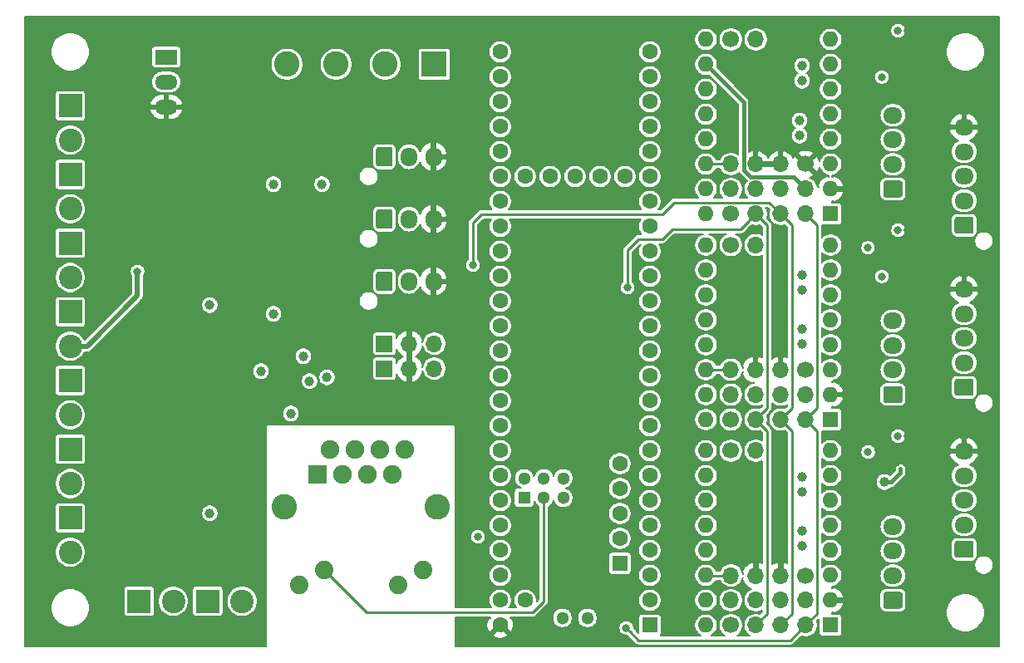
<source format=gbr>
G04 #@! TF.GenerationSoftware,KiCad,Pcbnew,(5.1.5)-3*
G04 #@! TF.CreationDate,2020-08-21T13:56:52-07:00*
G04 #@! TF.ProjectId,teensy4_controller,7465656e-7379-4345-9f63-6f6e74726f6c,rev?*
G04 #@! TF.SameCoordinates,Original*
G04 #@! TF.FileFunction,Copper,L4,Bot*
G04 #@! TF.FilePolarity,Positive*
%FSLAX46Y46*%
G04 Gerber Fmt 4.6, Leading zero omitted, Abs format (unit mm)*
G04 Created by KiCad (PCBNEW (5.1.5)-3) date 2020-08-21 13:56:52*
%MOMM*%
%LPD*%
G04 APERTURE LIST*
%ADD10C,2.600000*%
%ADD11R,2.600000X2.600000*%
%ADD12C,1.890000*%
%ADD13C,1.900000*%
%ADD14R,1.900000X1.900000*%
%ADD15O,1.700000X1.700000*%
%ADD16C,1.700000*%
%ADD17R,1.700000X1.700000*%
%ADD18C,1.300000*%
%ADD19C,1.600000*%
%ADD20R,1.300000X1.300000*%
%ADD21R,1.600000X1.600000*%
%ADD22O,1.950000X1.700000*%
%ADD23C,0.100000*%
%ADD24O,1.600000X1.600000*%
%ADD25C,2.400000*%
%ADD26R,2.400000X2.400000*%
%ADD27O,1.700000X1.950000*%
%ADD28O,2.300000X1.500000*%
%ADD29R,2.300000X1.500000*%
%ADD30C,1.000000*%
%ADD31C,0.800000*%
%ADD32C,0.381000*%
%ADD33C,0.250000*%
%ADD34C,0.508000*%
%ADD35C,0.150000*%
G04 APERTURE END LIST*
D10*
X77075000Y-90280000D03*
X82075000Y-90280000D03*
X87075000Y-90280000D03*
D11*
X92075000Y-90280000D03*
D10*
X92385000Y-135370000D03*
X76835000Y-135370000D03*
D12*
X78285000Y-143320000D03*
X80825000Y-141800000D03*
X88395000Y-143320000D03*
X90935000Y-141800000D03*
D13*
X89055000Y-129540000D03*
X87785000Y-132080000D03*
X86515000Y-129540000D03*
X85245000Y-132080000D03*
X83975000Y-129540000D03*
X82705000Y-132080000D03*
X81435000Y-129540000D03*
D14*
X80165000Y-132080000D03*
D15*
X122301000Y-142367000D03*
X124841000Y-142367000D03*
X127381000Y-142367000D03*
D16*
X129921000Y-142367000D03*
D15*
X92075000Y-118745000D03*
X89535000Y-118745000D03*
D17*
X86995000Y-118745000D03*
D15*
X92075000Y-121285000D03*
X89535000Y-121285000D03*
D17*
X86995000Y-121285000D03*
D18*
X105144000Y-146700000D03*
X107684000Y-146700000D03*
D19*
X101334000Y-101710000D03*
X103874000Y-101710000D03*
X106414000Y-101710000D03*
X108954000Y-101710000D03*
X111494000Y-101710000D03*
D18*
X105232400Y-134460000D03*
X105232400Y-132460000D03*
X103232400Y-132460000D03*
X103232400Y-134460000D03*
X101232400Y-132460000D03*
D20*
X101232400Y-134460000D03*
D19*
X114034000Y-106790000D03*
X114034000Y-104250000D03*
X114034000Y-101710000D03*
X114034000Y-99170000D03*
X114034000Y-109330000D03*
X114034000Y-111870000D03*
X114034000Y-114410000D03*
X114034000Y-96630000D03*
X114034000Y-94090000D03*
X114034000Y-91550000D03*
X114034000Y-89010000D03*
X98794000Y-89010000D03*
X98794000Y-91550000D03*
X98794000Y-94090000D03*
X98794000Y-96630000D03*
X98794000Y-99170000D03*
X98794000Y-101710000D03*
X98794000Y-104250000D03*
X98794000Y-106790000D03*
X98794000Y-109330000D03*
X98794000Y-111870000D03*
X114034000Y-116950000D03*
X114034000Y-119490000D03*
X114034000Y-122030000D03*
X114034000Y-124570000D03*
X114034000Y-127110000D03*
X114034000Y-129650000D03*
X114034000Y-132190000D03*
X114034000Y-134730000D03*
X114034000Y-137270000D03*
X114034000Y-139810000D03*
X114034000Y-142350000D03*
X114034000Y-144890000D03*
D21*
X114034000Y-147430000D03*
D19*
X98794000Y-114410000D03*
X98794000Y-116950000D03*
X98794000Y-119490000D03*
X98794000Y-122030000D03*
X98794000Y-124570000D03*
X98794000Y-127110000D03*
X98794000Y-129650000D03*
X98794000Y-132190000D03*
X98794000Y-134730000D03*
X98794000Y-137270000D03*
X98794000Y-139810000D03*
X98794000Y-142350000D03*
X98794000Y-144890000D03*
X98794000Y-147430000D03*
D21*
X110983200Y-141130800D03*
D19*
X110983200Y-138590800D03*
X110983200Y-136050800D03*
X110983200Y-133510800D03*
X110983200Y-130970800D03*
X101334000Y-144890000D03*
D22*
X146050000Y-96680000D03*
X146050000Y-99180000D03*
X146050000Y-101680000D03*
X146050000Y-104180000D03*
G04 #@! TA.AperFunction,ComponentPad*
D23*
G36*
X146799504Y-105831204D02*
G01*
X146823773Y-105834804D01*
X146847571Y-105840765D01*
X146870671Y-105849030D01*
X146892849Y-105859520D01*
X146913893Y-105872133D01*
X146933598Y-105886747D01*
X146951777Y-105903223D01*
X146968253Y-105921402D01*
X146982867Y-105941107D01*
X146995480Y-105962151D01*
X147005970Y-105984329D01*
X147014235Y-106007429D01*
X147020196Y-106031227D01*
X147023796Y-106055496D01*
X147025000Y-106080000D01*
X147025000Y-107280000D01*
X147023796Y-107304504D01*
X147020196Y-107328773D01*
X147014235Y-107352571D01*
X147005970Y-107375671D01*
X146995480Y-107397849D01*
X146982867Y-107418893D01*
X146968253Y-107438598D01*
X146951777Y-107456777D01*
X146933598Y-107473253D01*
X146913893Y-107487867D01*
X146892849Y-107500480D01*
X146870671Y-107510970D01*
X146847571Y-107519235D01*
X146823773Y-107525196D01*
X146799504Y-107528796D01*
X146775000Y-107530000D01*
X145325000Y-107530000D01*
X145300496Y-107528796D01*
X145276227Y-107525196D01*
X145252429Y-107519235D01*
X145229329Y-107510970D01*
X145207151Y-107500480D01*
X145186107Y-107487867D01*
X145166402Y-107473253D01*
X145148223Y-107456777D01*
X145131747Y-107438598D01*
X145117133Y-107418893D01*
X145104520Y-107397849D01*
X145094030Y-107375671D01*
X145085765Y-107352571D01*
X145079804Y-107328773D01*
X145076204Y-107304504D01*
X145075000Y-107280000D01*
X145075000Y-106080000D01*
X145076204Y-106055496D01*
X145079804Y-106031227D01*
X145085765Y-106007429D01*
X145094030Y-105984329D01*
X145104520Y-105962151D01*
X145117133Y-105941107D01*
X145131747Y-105921402D01*
X145148223Y-105903223D01*
X145166402Y-105886747D01*
X145186107Y-105872133D01*
X145207151Y-105859520D01*
X145229329Y-105849030D01*
X145252429Y-105840765D01*
X145276227Y-105834804D01*
X145300496Y-105831204D01*
X145325000Y-105830000D01*
X146775000Y-105830000D01*
X146799504Y-105831204D01*
G37*
G04 #@! TD.AperFunction*
D22*
X146050000Y-113190000D03*
X146050000Y-115690000D03*
X146050000Y-118190000D03*
X146050000Y-120690000D03*
G04 #@! TA.AperFunction,ComponentPad*
D23*
G36*
X146799504Y-122341204D02*
G01*
X146823773Y-122344804D01*
X146847571Y-122350765D01*
X146870671Y-122359030D01*
X146892849Y-122369520D01*
X146913893Y-122382133D01*
X146933598Y-122396747D01*
X146951777Y-122413223D01*
X146968253Y-122431402D01*
X146982867Y-122451107D01*
X146995480Y-122472151D01*
X147005970Y-122494329D01*
X147014235Y-122517429D01*
X147020196Y-122541227D01*
X147023796Y-122565496D01*
X147025000Y-122590000D01*
X147025000Y-123790000D01*
X147023796Y-123814504D01*
X147020196Y-123838773D01*
X147014235Y-123862571D01*
X147005970Y-123885671D01*
X146995480Y-123907849D01*
X146982867Y-123928893D01*
X146968253Y-123948598D01*
X146951777Y-123966777D01*
X146933598Y-123983253D01*
X146913893Y-123997867D01*
X146892849Y-124010480D01*
X146870671Y-124020970D01*
X146847571Y-124029235D01*
X146823773Y-124035196D01*
X146799504Y-124038796D01*
X146775000Y-124040000D01*
X145325000Y-124040000D01*
X145300496Y-124038796D01*
X145276227Y-124035196D01*
X145252429Y-124029235D01*
X145229329Y-124020970D01*
X145207151Y-124010480D01*
X145186107Y-123997867D01*
X145166402Y-123983253D01*
X145148223Y-123966777D01*
X145131747Y-123948598D01*
X145117133Y-123928893D01*
X145104520Y-123907849D01*
X145094030Y-123885671D01*
X145085765Y-123862571D01*
X145079804Y-123838773D01*
X145076204Y-123814504D01*
X145075000Y-123790000D01*
X145075000Y-122590000D01*
X145076204Y-122565496D01*
X145079804Y-122541227D01*
X145085765Y-122517429D01*
X145094030Y-122494329D01*
X145104520Y-122472151D01*
X145117133Y-122451107D01*
X145131747Y-122431402D01*
X145148223Y-122413223D01*
X145166402Y-122396747D01*
X145186107Y-122382133D01*
X145207151Y-122369520D01*
X145229329Y-122359030D01*
X145252429Y-122350765D01*
X145276227Y-122344804D01*
X145300496Y-122341204D01*
X145325000Y-122340000D01*
X146775000Y-122340000D01*
X146799504Y-122341204D01*
G37*
G04 #@! TD.AperFunction*
D22*
X146050000Y-129700000D03*
X146050000Y-132200000D03*
X146050000Y-134700000D03*
X146050000Y-137200000D03*
G04 #@! TA.AperFunction,ComponentPad*
D23*
G36*
X146799504Y-138851204D02*
G01*
X146823773Y-138854804D01*
X146847571Y-138860765D01*
X146870671Y-138869030D01*
X146892849Y-138879520D01*
X146913893Y-138892133D01*
X146933598Y-138906747D01*
X146951777Y-138923223D01*
X146968253Y-138941402D01*
X146982867Y-138961107D01*
X146995480Y-138982151D01*
X147005970Y-139004329D01*
X147014235Y-139027429D01*
X147020196Y-139051227D01*
X147023796Y-139075496D01*
X147025000Y-139100000D01*
X147025000Y-140300000D01*
X147023796Y-140324504D01*
X147020196Y-140348773D01*
X147014235Y-140372571D01*
X147005970Y-140395671D01*
X146995480Y-140417849D01*
X146982867Y-140438893D01*
X146968253Y-140458598D01*
X146951777Y-140476777D01*
X146933598Y-140493253D01*
X146913893Y-140507867D01*
X146892849Y-140520480D01*
X146870671Y-140530970D01*
X146847571Y-140539235D01*
X146823773Y-140545196D01*
X146799504Y-140548796D01*
X146775000Y-140550000D01*
X145325000Y-140550000D01*
X145300496Y-140548796D01*
X145276227Y-140545196D01*
X145252429Y-140539235D01*
X145229329Y-140530970D01*
X145207151Y-140520480D01*
X145186107Y-140507867D01*
X145166402Y-140493253D01*
X145148223Y-140476777D01*
X145131747Y-140458598D01*
X145117133Y-140438893D01*
X145104520Y-140417849D01*
X145094030Y-140395671D01*
X145085765Y-140372571D01*
X145079804Y-140348773D01*
X145076204Y-140324504D01*
X145075000Y-140300000D01*
X145075000Y-139100000D01*
X145076204Y-139075496D01*
X145079804Y-139051227D01*
X145085765Y-139027429D01*
X145094030Y-139004329D01*
X145104520Y-138982151D01*
X145117133Y-138961107D01*
X145131747Y-138941402D01*
X145148223Y-138923223D01*
X145166402Y-138906747D01*
X145186107Y-138892133D01*
X145207151Y-138879520D01*
X145229329Y-138869030D01*
X145252429Y-138860765D01*
X145276227Y-138854804D01*
X145300496Y-138851204D01*
X145325000Y-138850000D01*
X146775000Y-138850000D01*
X146799504Y-138851204D01*
G37*
G04 #@! TD.AperFunction*
D15*
X129909000Y-102980000D03*
X129909000Y-105520000D03*
X127369000Y-102980000D03*
X127369000Y-105520000D03*
X124829000Y-102980000D03*
X124829000Y-105520000D03*
X122289000Y-102980000D03*
D16*
X122289000Y-105520000D03*
D15*
X129909000Y-123935000D03*
X129909000Y-126475000D03*
X127369000Y-123935000D03*
X127369000Y-126475000D03*
X124829000Y-123935000D03*
X124829000Y-126475000D03*
X122289000Y-123935000D03*
D16*
X122289000Y-126475000D03*
D15*
X129909000Y-144890000D03*
X129909000Y-147430000D03*
X127369000Y-144890000D03*
X127369000Y-147430000D03*
X124829000Y-144890000D03*
X124829000Y-147430000D03*
X122289000Y-144890000D03*
D16*
X122289000Y-147430000D03*
D22*
X138799000Y-116435000D03*
X138799000Y-118935000D03*
X138799000Y-121435000D03*
G04 #@! TA.AperFunction,ComponentPad*
D23*
G36*
X139548504Y-123086204D02*
G01*
X139572773Y-123089804D01*
X139596571Y-123095765D01*
X139619671Y-123104030D01*
X139641849Y-123114520D01*
X139662893Y-123127133D01*
X139682598Y-123141747D01*
X139700777Y-123158223D01*
X139717253Y-123176402D01*
X139731867Y-123196107D01*
X139744480Y-123217151D01*
X139754970Y-123239329D01*
X139763235Y-123262429D01*
X139769196Y-123286227D01*
X139772796Y-123310496D01*
X139774000Y-123335000D01*
X139774000Y-124535000D01*
X139772796Y-124559504D01*
X139769196Y-124583773D01*
X139763235Y-124607571D01*
X139754970Y-124630671D01*
X139744480Y-124652849D01*
X139731867Y-124673893D01*
X139717253Y-124693598D01*
X139700777Y-124711777D01*
X139682598Y-124728253D01*
X139662893Y-124742867D01*
X139641849Y-124755480D01*
X139619671Y-124765970D01*
X139596571Y-124774235D01*
X139572773Y-124780196D01*
X139548504Y-124783796D01*
X139524000Y-124785000D01*
X138074000Y-124785000D01*
X138049496Y-124783796D01*
X138025227Y-124780196D01*
X138001429Y-124774235D01*
X137978329Y-124765970D01*
X137956151Y-124755480D01*
X137935107Y-124742867D01*
X137915402Y-124728253D01*
X137897223Y-124711777D01*
X137880747Y-124693598D01*
X137866133Y-124673893D01*
X137853520Y-124652849D01*
X137843030Y-124630671D01*
X137834765Y-124607571D01*
X137828804Y-124583773D01*
X137825204Y-124559504D01*
X137824000Y-124535000D01*
X137824000Y-123335000D01*
X137825204Y-123310496D01*
X137828804Y-123286227D01*
X137834765Y-123262429D01*
X137843030Y-123239329D01*
X137853520Y-123217151D01*
X137866133Y-123196107D01*
X137880747Y-123176402D01*
X137897223Y-123158223D01*
X137915402Y-123141747D01*
X137935107Y-123127133D01*
X137956151Y-123114520D01*
X137978329Y-123104030D01*
X138001429Y-123095765D01*
X138025227Y-123089804D01*
X138049496Y-123086204D01*
X138074000Y-123085000D01*
X139524000Y-123085000D01*
X139548504Y-123086204D01*
G37*
G04 #@! TD.AperFunction*
D24*
X119749000Y-126475000D03*
X132449000Y-108695000D03*
X119749000Y-123935000D03*
X132449000Y-111235000D03*
X119749000Y-121395000D03*
X132449000Y-113775000D03*
X119749000Y-118855000D03*
X132449000Y-116315000D03*
X119749000Y-116315000D03*
X132449000Y-118855000D03*
X119749000Y-113775000D03*
X132449000Y-121395000D03*
X119749000Y-111235000D03*
X132449000Y-123935000D03*
X119749000Y-108695000D03*
D21*
X132449000Y-126475000D03*
D25*
X55000000Y-140000000D03*
D26*
X55000000Y-136500000D03*
D25*
X55000000Y-133000000D03*
D26*
X55000000Y-129500000D03*
D25*
X55000000Y-126000000D03*
D26*
X55000000Y-122500000D03*
D25*
X55000000Y-119000000D03*
D26*
X55000000Y-115500000D03*
D25*
X55000000Y-112000000D03*
D26*
X55000000Y-108500000D03*
D25*
X55000000Y-105000000D03*
D26*
X55000000Y-101500000D03*
D25*
X55000000Y-98000000D03*
D26*
X55000000Y-94500000D03*
D15*
X122289000Y-100440000D03*
X124829000Y-100440000D03*
X127369000Y-100440000D03*
D16*
X129909000Y-100440000D03*
D25*
X65500000Y-145000000D03*
D26*
X62000000Y-145000000D03*
D25*
X72500000Y-145000000D03*
D26*
X69000000Y-145000000D03*
D15*
X124829000Y-129650000D03*
D16*
X122289000Y-129650000D03*
D22*
X138799000Y-95480000D03*
X138799000Y-97980000D03*
X138799000Y-100480000D03*
G04 #@! TA.AperFunction,ComponentPad*
D23*
G36*
X139548504Y-102131204D02*
G01*
X139572773Y-102134804D01*
X139596571Y-102140765D01*
X139619671Y-102149030D01*
X139641849Y-102159520D01*
X139662893Y-102172133D01*
X139682598Y-102186747D01*
X139700777Y-102203223D01*
X139717253Y-102221402D01*
X139731867Y-102241107D01*
X139744480Y-102262151D01*
X139754970Y-102284329D01*
X139763235Y-102307429D01*
X139769196Y-102331227D01*
X139772796Y-102355496D01*
X139774000Y-102380000D01*
X139774000Y-103580000D01*
X139772796Y-103604504D01*
X139769196Y-103628773D01*
X139763235Y-103652571D01*
X139754970Y-103675671D01*
X139744480Y-103697849D01*
X139731867Y-103718893D01*
X139717253Y-103738598D01*
X139700777Y-103756777D01*
X139682598Y-103773253D01*
X139662893Y-103787867D01*
X139641849Y-103800480D01*
X139619671Y-103810970D01*
X139596571Y-103819235D01*
X139572773Y-103825196D01*
X139548504Y-103828796D01*
X139524000Y-103830000D01*
X138074000Y-103830000D01*
X138049496Y-103828796D01*
X138025227Y-103825196D01*
X138001429Y-103819235D01*
X137978329Y-103810970D01*
X137956151Y-103800480D01*
X137935107Y-103787867D01*
X137915402Y-103773253D01*
X137897223Y-103756777D01*
X137880747Y-103738598D01*
X137866133Y-103718893D01*
X137853520Y-103697849D01*
X137843030Y-103675671D01*
X137834765Y-103652571D01*
X137828804Y-103628773D01*
X137825204Y-103604504D01*
X137824000Y-103580000D01*
X137824000Y-102380000D01*
X137825204Y-102355496D01*
X137828804Y-102331227D01*
X137834765Y-102307429D01*
X137843030Y-102284329D01*
X137853520Y-102262151D01*
X137866133Y-102241107D01*
X137880747Y-102221402D01*
X137897223Y-102203223D01*
X137915402Y-102186747D01*
X137935107Y-102172133D01*
X137956151Y-102159520D01*
X137978329Y-102149030D01*
X138001429Y-102140765D01*
X138025227Y-102134804D01*
X138049496Y-102131204D01*
X138074000Y-102130000D01*
X139524000Y-102130000D01*
X139548504Y-102131204D01*
G37*
G04 #@! TD.AperFunction*
D15*
X122289000Y-121395000D03*
X124829000Y-121395000D03*
X127369000Y-121395000D03*
D16*
X129909000Y-121395000D03*
D15*
X124829000Y-87740000D03*
D16*
X122289000Y-87740000D03*
D27*
X91995000Y-99695000D03*
X89495000Y-99695000D03*
G04 #@! TA.AperFunction,ComponentPad*
D23*
G36*
X87619504Y-98721204D02*
G01*
X87643773Y-98724804D01*
X87667571Y-98730765D01*
X87690671Y-98739030D01*
X87712849Y-98749520D01*
X87733893Y-98762133D01*
X87753598Y-98776747D01*
X87771777Y-98793223D01*
X87788253Y-98811402D01*
X87802867Y-98831107D01*
X87815480Y-98852151D01*
X87825970Y-98874329D01*
X87834235Y-98897429D01*
X87840196Y-98921227D01*
X87843796Y-98945496D01*
X87845000Y-98970000D01*
X87845000Y-100420000D01*
X87843796Y-100444504D01*
X87840196Y-100468773D01*
X87834235Y-100492571D01*
X87825970Y-100515671D01*
X87815480Y-100537849D01*
X87802867Y-100558893D01*
X87788253Y-100578598D01*
X87771777Y-100596777D01*
X87753598Y-100613253D01*
X87733893Y-100627867D01*
X87712849Y-100640480D01*
X87690671Y-100650970D01*
X87667571Y-100659235D01*
X87643773Y-100665196D01*
X87619504Y-100668796D01*
X87595000Y-100670000D01*
X86395000Y-100670000D01*
X86370496Y-100668796D01*
X86346227Y-100665196D01*
X86322429Y-100659235D01*
X86299329Y-100650970D01*
X86277151Y-100640480D01*
X86256107Y-100627867D01*
X86236402Y-100613253D01*
X86218223Y-100596777D01*
X86201747Y-100578598D01*
X86187133Y-100558893D01*
X86174520Y-100537849D01*
X86164030Y-100515671D01*
X86155765Y-100492571D01*
X86149804Y-100468773D01*
X86146204Y-100444504D01*
X86145000Y-100420000D01*
X86145000Y-98970000D01*
X86146204Y-98945496D01*
X86149804Y-98921227D01*
X86155765Y-98897429D01*
X86164030Y-98874329D01*
X86174520Y-98852151D01*
X86187133Y-98831107D01*
X86201747Y-98811402D01*
X86218223Y-98793223D01*
X86236402Y-98776747D01*
X86256107Y-98762133D01*
X86277151Y-98749520D01*
X86299329Y-98739030D01*
X86322429Y-98730765D01*
X86346227Y-98724804D01*
X86370496Y-98721204D01*
X86395000Y-98720000D01*
X87595000Y-98720000D01*
X87619504Y-98721204D01*
G37*
G04 #@! TD.AperFunction*
D27*
X91995000Y-106045000D03*
X89495000Y-106045000D03*
G04 #@! TA.AperFunction,ComponentPad*
D23*
G36*
X87619504Y-105071204D02*
G01*
X87643773Y-105074804D01*
X87667571Y-105080765D01*
X87690671Y-105089030D01*
X87712849Y-105099520D01*
X87733893Y-105112133D01*
X87753598Y-105126747D01*
X87771777Y-105143223D01*
X87788253Y-105161402D01*
X87802867Y-105181107D01*
X87815480Y-105202151D01*
X87825970Y-105224329D01*
X87834235Y-105247429D01*
X87840196Y-105271227D01*
X87843796Y-105295496D01*
X87845000Y-105320000D01*
X87845000Y-106770000D01*
X87843796Y-106794504D01*
X87840196Y-106818773D01*
X87834235Y-106842571D01*
X87825970Y-106865671D01*
X87815480Y-106887849D01*
X87802867Y-106908893D01*
X87788253Y-106928598D01*
X87771777Y-106946777D01*
X87753598Y-106963253D01*
X87733893Y-106977867D01*
X87712849Y-106990480D01*
X87690671Y-107000970D01*
X87667571Y-107009235D01*
X87643773Y-107015196D01*
X87619504Y-107018796D01*
X87595000Y-107020000D01*
X86395000Y-107020000D01*
X86370496Y-107018796D01*
X86346227Y-107015196D01*
X86322429Y-107009235D01*
X86299329Y-107000970D01*
X86277151Y-106990480D01*
X86256107Y-106977867D01*
X86236402Y-106963253D01*
X86218223Y-106946777D01*
X86201747Y-106928598D01*
X86187133Y-106908893D01*
X86174520Y-106887849D01*
X86164030Y-106865671D01*
X86155765Y-106842571D01*
X86149804Y-106818773D01*
X86146204Y-106794504D01*
X86145000Y-106770000D01*
X86145000Y-105320000D01*
X86146204Y-105295496D01*
X86149804Y-105271227D01*
X86155765Y-105247429D01*
X86164030Y-105224329D01*
X86174520Y-105202151D01*
X86187133Y-105181107D01*
X86201747Y-105161402D01*
X86218223Y-105143223D01*
X86236402Y-105126747D01*
X86256107Y-105112133D01*
X86277151Y-105099520D01*
X86299329Y-105089030D01*
X86322429Y-105080765D01*
X86346227Y-105074804D01*
X86370496Y-105071204D01*
X86395000Y-105070000D01*
X87595000Y-105070000D01*
X87619504Y-105071204D01*
G37*
G04 #@! TD.AperFunction*
D27*
X91995000Y-112395000D03*
X89495000Y-112395000D03*
G04 #@! TA.AperFunction,ComponentPad*
D23*
G36*
X87619504Y-111421204D02*
G01*
X87643773Y-111424804D01*
X87667571Y-111430765D01*
X87690671Y-111439030D01*
X87712849Y-111449520D01*
X87733893Y-111462133D01*
X87753598Y-111476747D01*
X87771777Y-111493223D01*
X87788253Y-111511402D01*
X87802867Y-111531107D01*
X87815480Y-111552151D01*
X87825970Y-111574329D01*
X87834235Y-111597429D01*
X87840196Y-111621227D01*
X87843796Y-111645496D01*
X87845000Y-111670000D01*
X87845000Y-113120000D01*
X87843796Y-113144504D01*
X87840196Y-113168773D01*
X87834235Y-113192571D01*
X87825970Y-113215671D01*
X87815480Y-113237849D01*
X87802867Y-113258893D01*
X87788253Y-113278598D01*
X87771777Y-113296777D01*
X87753598Y-113313253D01*
X87733893Y-113327867D01*
X87712849Y-113340480D01*
X87690671Y-113350970D01*
X87667571Y-113359235D01*
X87643773Y-113365196D01*
X87619504Y-113368796D01*
X87595000Y-113370000D01*
X86395000Y-113370000D01*
X86370496Y-113368796D01*
X86346227Y-113365196D01*
X86322429Y-113359235D01*
X86299329Y-113350970D01*
X86277151Y-113340480D01*
X86256107Y-113327867D01*
X86236402Y-113313253D01*
X86218223Y-113296777D01*
X86201747Y-113278598D01*
X86187133Y-113258893D01*
X86174520Y-113237849D01*
X86164030Y-113215671D01*
X86155765Y-113192571D01*
X86149804Y-113168773D01*
X86146204Y-113144504D01*
X86145000Y-113120000D01*
X86145000Y-111670000D01*
X86146204Y-111645496D01*
X86149804Y-111621227D01*
X86155765Y-111597429D01*
X86164030Y-111574329D01*
X86174520Y-111552151D01*
X86187133Y-111531107D01*
X86201747Y-111511402D01*
X86218223Y-111493223D01*
X86236402Y-111476747D01*
X86256107Y-111462133D01*
X86277151Y-111449520D01*
X86299329Y-111439030D01*
X86322429Y-111430765D01*
X86346227Y-111424804D01*
X86370496Y-111421204D01*
X86395000Y-111420000D01*
X87595000Y-111420000D01*
X87619504Y-111421204D01*
G37*
G04 #@! TD.AperFunction*
D15*
X124829000Y-108695000D03*
D16*
X122289000Y-108695000D03*
D24*
X119749000Y-105520000D03*
X132449000Y-87740000D03*
X119749000Y-102980000D03*
X132449000Y-90280000D03*
X119749000Y-100440000D03*
X132449000Y-92820000D03*
X119749000Y-97900000D03*
X132449000Y-95360000D03*
X119749000Y-95360000D03*
X132449000Y-97900000D03*
X119749000Y-92820000D03*
X132449000Y-100440000D03*
X119749000Y-90280000D03*
X132449000Y-102980000D03*
X119749000Y-87740000D03*
D21*
X132449000Y-105520000D03*
D24*
X119749000Y-147430000D03*
X132449000Y-129650000D03*
X119749000Y-144890000D03*
X132449000Y-132190000D03*
X119749000Y-142350000D03*
X132449000Y-134730000D03*
X119749000Y-139810000D03*
X132449000Y-137270000D03*
X119749000Y-137270000D03*
X132449000Y-139810000D03*
X119749000Y-134730000D03*
X132449000Y-142350000D03*
X119749000Y-132190000D03*
X132449000Y-144890000D03*
X119749000Y-129650000D03*
D21*
X132449000Y-147430000D03*
D28*
X64770000Y-94615000D03*
X64770000Y-92075000D03*
D29*
X64770000Y-89535000D03*
D22*
X138799000Y-137390000D03*
X138799000Y-139890000D03*
X138799000Y-142390000D03*
G04 #@! TA.AperFunction,ComponentPad*
D23*
G36*
X139548504Y-144041204D02*
G01*
X139572773Y-144044804D01*
X139596571Y-144050765D01*
X139619671Y-144059030D01*
X139641849Y-144069520D01*
X139662893Y-144082133D01*
X139682598Y-144096747D01*
X139700777Y-144113223D01*
X139717253Y-144131402D01*
X139731867Y-144151107D01*
X139744480Y-144172151D01*
X139754970Y-144194329D01*
X139763235Y-144217429D01*
X139769196Y-144241227D01*
X139772796Y-144265496D01*
X139774000Y-144290000D01*
X139774000Y-145490000D01*
X139772796Y-145514504D01*
X139769196Y-145538773D01*
X139763235Y-145562571D01*
X139754970Y-145585671D01*
X139744480Y-145607849D01*
X139731867Y-145628893D01*
X139717253Y-145648598D01*
X139700777Y-145666777D01*
X139682598Y-145683253D01*
X139662893Y-145697867D01*
X139641849Y-145710480D01*
X139619671Y-145720970D01*
X139596571Y-145729235D01*
X139572773Y-145735196D01*
X139548504Y-145738796D01*
X139524000Y-145740000D01*
X138074000Y-145740000D01*
X138049496Y-145738796D01*
X138025227Y-145735196D01*
X138001429Y-145729235D01*
X137978329Y-145720970D01*
X137956151Y-145710480D01*
X137935107Y-145697867D01*
X137915402Y-145683253D01*
X137897223Y-145666777D01*
X137880747Y-145648598D01*
X137866133Y-145628893D01*
X137853520Y-145607849D01*
X137843030Y-145585671D01*
X137834765Y-145562571D01*
X137828804Y-145538773D01*
X137825204Y-145514504D01*
X137824000Y-145490000D01*
X137824000Y-144290000D01*
X137825204Y-144265496D01*
X137828804Y-144241227D01*
X137834765Y-144217429D01*
X137843030Y-144194329D01*
X137853520Y-144172151D01*
X137866133Y-144151107D01*
X137880747Y-144131402D01*
X137897223Y-144113223D01*
X137915402Y-144096747D01*
X137935107Y-144082133D01*
X137956151Y-144069520D01*
X137978329Y-144059030D01*
X138001429Y-144050765D01*
X138025227Y-144044804D01*
X138049496Y-144041204D01*
X138074000Y-144040000D01*
X139524000Y-144040000D01*
X139548504Y-144041204D01*
G37*
G04 #@! TD.AperFunction*
D30*
X129540000Y-133858000D03*
X129540000Y-132334000D03*
X129540000Y-113284000D03*
X129540000Y-111760000D03*
X129540000Y-91948000D03*
X129540000Y-90424000D03*
X75692000Y-102489002D03*
X129286000Y-96012000D03*
X129286000Y-97536000D03*
X129540000Y-118745000D03*
X129540000Y-117221000D03*
X129540000Y-139319000D03*
X129540000Y-137795000D03*
D31*
X139316000Y-86861900D03*
X139316000Y-128149600D03*
D30*
X69215000Y-114808000D03*
X69215000Y-136017000D03*
X80645000Y-102489000D03*
X74422000Y-121539004D03*
X79375000Y-122555000D03*
X77470002Y-125857000D03*
X81153000Y-122174000D03*
X78740000Y-120015000D03*
X75692000Y-115697000D03*
D31*
X139319000Y-107188000D03*
X96520000Y-138430000D03*
D30*
X137921994Y-132842000D03*
D31*
X137668002Y-111887000D03*
X137668000Y-91567000D03*
X140331986Y-86876323D03*
X140331986Y-128164023D03*
D30*
X66675000Y-136017000D03*
X66675000Y-114808000D03*
D31*
X140334986Y-107202423D03*
X139293600Y-89611200D03*
D30*
X139096749Y-130797904D03*
D31*
X139319004Y-109920000D03*
X136271000Y-129794000D03*
X136259000Y-108978000D03*
X61849000Y-111379000D03*
X111760000Y-113030000D03*
X96012000Y-110744000D03*
X111633000Y-147701000D03*
D32*
X139573000Y-131898100D02*
X138629100Y-132842000D01*
X138629100Y-132842000D02*
X137921994Y-132842000D01*
X139573000Y-131493378D02*
X139573000Y-131898100D01*
X139230100Y-89547700D02*
X139293600Y-89611200D01*
X138500764Y-131311075D02*
X138500764Y-131515764D01*
X139000763Y-130811076D02*
X138500764Y-131311075D01*
D33*
X119766000Y-142367000D02*
X119749000Y-142350000D01*
X122301000Y-142367000D02*
X119766000Y-142367000D01*
X122289000Y-121395000D02*
X119749000Y-121395000D01*
X122289000Y-100440000D02*
X119749000Y-100440000D01*
D32*
X129909000Y-102980000D02*
X128656000Y-101727000D01*
X124280058Y-101727000D02*
X123588499Y-101035441D01*
X128656000Y-101727000D02*
X124280058Y-101727000D01*
X123588499Y-94119499D02*
X119749000Y-90280000D01*
X123588499Y-101035441D02*
X123588499Y-94119499D01*
D34*
X61849000Y-113848056D02*
X61849000Y-111944685D01*
X61849000Y-111944685D02*
X61849000Y-111379000D01*
X56697056Y-119000000D02*
X61849000Y-113848056D01*
X55000000Y-119000000D02*
X56697056Y-119000000D01*
D33*
X126004001Y-127650001D02*
X124829000Y-126475000D01*
X126004001Y-146254999D02*
X126004001Y-127650001D01*
X124829000Y-147430000D02*
X126004001Y-146254999D01*
X126004001Y-106695001D02*
X124829000Y-105520000D01*
X126004001Y-125299999D02*
X126004001Y-106695001D01*
X124829000Y-126475000D02*
X126004001Y-125299999D01*
X123979001Y-106369999D02*
X123979001Y-106398999D01*
X124829000Y-105520000D02*
X123979001Y-106369999D01*
X123979001Y-106398999D02*
X123317000Y-107061000D01*
X123317000Y-107061000D02*
X116332000Y-107061000D01*
X116332000Y-107061000D02*
X115316000Y-108077000D01*
X115316000Y-108077000D02*
X112903000Y-108077000D01*
X112903000Y-108077000D02*
X111760000Y-109220000D01*
X111760000Y-109220000D02*
X111760000Y-113030000D01*
X128544001Y-106695001D02*
X127369000Y-105520000D01*
X127369000Y-126475000D02*
X128544001Y-125299999D01*
X128544001Y-125299999D02*
X128544001Y-106695001D01*
X128544001Y-127650001D02*
X127369000Y-126475000D01*
X127369000Y-147430000D02*
X128544001Y-146254999D01*
X128544001Y-146254999D02*
X128544001Y-127650001D01*
X96012000Y-106426000D02*
X96012000Y-110744000D01*
X126193999Y-104344999D02*
X116508001Y-104344999D01*
X127369000Y-105520000D02*
X126193999Y-104344999D01*
X116508001Y-104344999D02*
X115316000Y-105537000D01*
X96901000Y-105537000D02*
X96012000Y-106426000D01*
X115316000Y-105537000D02*
X96901000Y-105537000D01*
X131084001Y-146254999D02*
X129909000Y-147430000D01*
X131084001Y-127650001D02*
X131084001Y-146254999D01*
X129909000Y-126475000D02*
X131084001Y-127650001D01*
X131084001Y-125299999D02*
X129909000Y-126475000D01*
X129909000Y-105520000D02*
X131084001Y-106695001D01*
X131084001Y-106695001D02*
X131084001Y-125299999D01*
X112032999Y-148100999D02*
X111633000Y-147701000D01*
X129909000Y-147430000D02*
X128368000Y-148971000D01*
X112903000Y-148971000D02*
X112032999Y-148100999D01*
X128368000Y-148971000D02*
X112903000Y-148971000D01*
X81769999Y-142744999D02*
X80825000Y-141800000D01*
X102082600Y-146151600D02*
X85176600Y-146151600D01*
X85176600Y-146151600D02*
X81769999Y-142744999D01*
X103232400Y-134460000D02*
X103232400Y-145001800D01*
X103232400Y-145001800D02*
X102082600Y-146151600D01*
D35*
G36*
X149600000Y-149600000D02*
G01*
X94220301Y-149600000D01*
X94220952Y-148427018D01*
X98050126Y-148427018D01*
X98128778Y-148650133D01*
X98379597Y-148756467D01*
X98646340Y-148811825D01*
X98918758Y-148814081D01*
X99186381Y-148763147D01*
X99438926Y-148660982D01*
X99459222Y-148650133D01*
X99537874Y-148427018D01*
X98794000Y-147683144D01*
X98050126Y-148427018D01*
X94220952Y-148427018D01*
X94221939Y-146651600D01*
X97762453Y-146651600D01*
X97796980Y-146686127D01*
X97573867Y-146764778D01*
X97467533Y-147015597D01*
X97412175Y-147282340D01*
X97409919Y-147554758D01*
X97460853Y-147822381D01*
X97563018Y-148074926D01*
X97573867Y-148095222D01*
X97796982Y-148173874D01*
X98540856Y-147430000D01*
X98526714Y-147415858D01*
X98779858Y-147162714D01*
X98794000Y-147176856D01*
X98808143Y-147162714D01*
X99061287Y-147415858D01*
X99047144Y-147430000D01*
X99791018Y-148173874D01*
X100014133Y-148095222D01*
X100120467Y-147844403D01*
X100175825Y-147577660D01*
X100178081Y-147305242D01*
X100127147Y-147037619D01*
X100024982Y-146785074D01*
X100014133Y-146764778D01*
X99791020Y-146686127D01*
X99825547Y-146651600D01*
X102058040Y-146651600D01*
X102082600Y-146654019D01*
X102107160Y-146651600D01*
X102180617Y-146644365D01*
X102274867Y-146615775D01*
X102306164Y-146599046D01*
X104119000Y-146599046D01*
X104119000Y-146800954D01*
X104158390Y-146998982D01*
X104235656Y-147185520D01*
X104347830Y-147353400D01*
X104490600Y-147496170D01*
X104658480Y-147608344D01*
X104845018Y-147685610D01*
X105043046Y-147725000D01*
X105244954Y-147725000D01*
X105442982Y-147685610D01*
X105629520Y-147608344D01*
X105797400Y-147496170D01*
X105940170Y-147353400D01*
X106052344Y-147185520D01*
X106129610Y-146998982D01*
X106169000Y-146800954D01*
X106169000Y-146599046D01*
X106659000Y-146599046D01*
X106659000Y-146800954D01*
X106698390Y-146998982D01*
X106775656Y-147185520D01*
X106887830Y-147353400D01*
X107030600Y-147496170D01*
X107198480Y-147608344D01*
X107385018Y-147685610D01*
X107583046Y-147725000D01*
X107784954Y-147725000D01*
X107982982Y-147685610D01*
X108169520Y-147608344D01*
X108337400Y-147496170D01*
X108480170Y-147353400D01*
X108592344Y-147185520D01*
X108669610Y-146998982D01*
X108709000Y-146800954D01*
X108709000Y-146599046D01*
X108669610Y-146401018D01*
X108592344Y-146214480D01*
X108480170Y-146046600D01*
X108337400Y-145903830D01*
X108169520Y-145791656D01*
X107982982Y-145714390D01*
X107784954Y-145675000D01*
X107583046Y-145675000D01*
X107385018Y-145714390D01*
X107198480Y-145791656D01*
X107030600Y-145903830D01*
X106887830Y-146046600D01*
X106775656Y-146214480D01*
X106698390Y-146401018D01*
X106659000Y-146599046D01*
X106169000Y-146599046D01*
X106129610Y-146401018D01*
X106052344Y-146214480D01*
X105940170Y-146046600D01*
X105797400Y-145903830D01*
X105629520Y-145791656D01*
X105442982Y-145714390D01*
X105244954Y-145675000D01*
X105043046Y-145675000D01*
X104845018Y-145714390D01*
X104658480Y-145791656D01*
X104490600Y-145903830D01*
X104347830Y-146046600D01*
X104235656Y-146214480D01*
X104158390Y-146401018D01*
X104119000Y-146599046D01*
X102306164Y-146599046D01*
X102361729Y-146569346D01*
X102437864Y-146506864D01*
X102453529Y-146487776D01*
X103568587Y-145372720D01*
X103587664Y-145357064D01*
X103650146Y-145280929D01*
X103696575Y-145194067D01*
X103725165Y-145099817D01*
X103732400Y-145026360D01*
X103734819Y-145001800D01*
X103732400Y-144977240D01*
X103732400Y-144774273D01*
X112859000Y-144774273D01*
X112859000Y-145005727D01*
X112904155Y-145232735D01*
X112992729Y-145446571D01*
X113121318Y-145639019D01*
X113284981Y-145802682D01*
X113477429Y-145931271D01*
X113691265Y-146019845D01*
X113918273Y-146065000D01*
X114149727Y-146065000D01*
X114376735Y-146019845D01*
X114590571Y-145931271D01*
X114783019Y-145802682D01*
X114946682Y-145639019D01*
X115075271Y-145446571D01*
X115163845Y-145232735D01*
X115209000Y-145005727D01*
X115209000Y-144774273D01*
X118574000Y-144774273D01*
X118574000Y-145005727D01*
X118619155Y-145232735D01*
X118707729Y-145446571D01*
X118836318Y-145639019D01*
X118999981Y-145802682D01*
X119192429Y-145931271D01*
X119406265Y-146019845D01*
X119633273Y-146065000D01*
X119864727Y-146065000D01*
X120091735Y-146019845D01*
X120305571Y-145931271D01*
X120498019Y-145802682D01*
X120661682Y-145639019D01*
X120790271Y-145446571D01*
X120878845Y-145232735D01*
X120924000Y-145005727D01*
X120924000Y-144774273D01*
X120923021Y-144769348D01*
X121064000Y-144769348D01*
X121064000Y-145010652D01*
X121111076Y-145247319D01*
X121203419Y-145470255D01*
X121337481Y-145670892D01*
X121508108Y-145841519D01*
X121708745Y-145975581D01*
X121931681Y-146067924D01*
X122168348Y-146115000D01*
X122409652Y-146115000D01*
X122646319Y-146067924D01*
X122869255Y-145975581D01*
X123069892Y-145841519D01*
X123240519Y-145670892D01*
X123374581Y-145470255D01*
X123466924Y-145247319D01*
X123514000Y-145010652D01*
X123514000Y-144769348D01*
X123466924Y-144532681D01*
X123374581Y-144309745D01*
X123240519Y-144109108D01*
X123069892Y-143938481D01*
X122869255Y-143804419D01*
X122646319Y-143712076D01*
X122409652Y-143665000D01*
X122168348Y-143665000D01*
X121931681Y-143712076D01*
X121708745Y-143804419D01*
X121508108Y-143938481D01*
X121337481Y-144109108D01*
X121203419Y-144309745D01*
X121111076Y-144532681D01*
X121064000Y-144769348D01*
X120923021Y-144769348D01*
X120878845Y-144547265D01*
X120790271Y-144333429D01*
X120661682Y-144140981D01*
X120498019Y-143977318D01*
X120305571Y-143848729D01*
X120091735Y-143760155D01*
X119864727Y-143715000D01*
X119633273Y-143715000D01*
X119406265Y-143760155D01*
X119192429Y-143848729D01*
X118999981Y-143977318D01*
X118836318Y-144140981D01*
X118707729Y-144333429D01*
X118619155Y-144547265D01*
X118574000Y-144774273D01*
X115209000Y-144774273D01*
X115163845Y-144547265D01*
X115075271Y-144333429D01*
X114946682Y-144140981D01*
X114783019Y-143977318D01*
X114590571Y-143848729D01*
X114376735Y-143760155D01*
X114149727Y-143715000D01*
X113918273Y-143715000D01*
X113691265Y-143760155D01*
X113477429Y-143848729D01*
X113284981Y-143977318D01*
X113121318Y-144140981D01*
X112992729Y-144333429D01*
X112904155Y-144547265D01*
X112859000Y-144774273D01*
X103732400Y-144774273D01*
X103732400Y-140330800D01*
X109806386Y-140330800D01*
X109806386Y-141930800D01*
X109813626Y-142004313D01*
X109835069Y-142075000D01*
X109869891Y-142140147D01*
X109916752Y-142197248D01*
X109973853Y-142244109D01*
X110039000Y-142278931D01*
X110109687Y-142300374D01*
X110183200Y-142307614D01*
X111783200Y-142307614D01*
X111856713Y-142300374D01*
X111927400Y-142278931D01*
X111992547Y-142244109D01*
X112004532Y-142234273D01*
X112859000Y-142234273D01*
X112859000Y-142465727D01*
X112904155Y-142692735D01*
X112992729Y-142906571D01*
X113121318Y-143099019D01*
X113284981Y-143262682D01*
X113477429Y-143391271D01*
X113691265Y-143479845D01*
X113918273Y-143525000D01*
X114149727Y-143525000D01*
X114376735Y-143479845D01*
X114590571Y-143391271D01*
X114783019Y-143262682D01*
X114946682Y-143099019D01*
X115075271Y-142906571D01*
X115163845Y-142692735D01*
X115209000Y-142465727D01*
X115209000Y-142234273D01*
X115163845Y-142007265D01*
X115075271Y-141793429D01*
X114946682Y-141600981D01*
X114783019Y-141437318D01*
X114590571Y-141308729D01*
X114376735Y-141220155D01*
X114149727Y-141175000D01*
X113918273Y-141175000D01*
X113691265Y-141220155D01*
X113477429Y-141308729D01*
X113284981Y-141437318D01*
X113121318Y-141600981D01*
X112992729Y-141793429D01*
X112904155Y-142007265D01*
X112859000Y-142234273D01*
X112004532Y-142234273D01*
X112049648Y-142197248D01*
X112096509Y-142140147D01*
X112131331Y-142075000D01*
X112152774Y-142004313D01*
X112160014Y-141930800D01*
X112160014Y-140330800D01*
X112152774Y-140257287D01*
X112131331Y-140186600D01*
X112096509Y-140121453D01*
X112049648Y-140064352D01*
X111992547Y-140017491D01*
X111927400Y-139982669D01*
X111856713Y-139961226D01*
X111783200Y-139953986D01*
X110183200Y-139953986D01*
X110109687Y-139961226D01*
X110039000Y-139982669D01*
X109973853Y-140017491D01*
X109916752Y-140064352D01*
X109869891Y-140121453D01*
X109835069Y-140186600D01*
X109813626Y-140257287D01*
X109806386Y-140330800D01*
X103732400Y-140330800D01*
X103732400Y-138475073D01*
X109808200Y-138475073D01*
X109808200Y-138706527D01*
X109853355Y-138933535D01*
X109941929Y-139147371D01*
X110070518Y-139339819D01*
X110234181Y-139503482D01*
X110426629Y-139632071D01*
X110640465Y-139720645D01*
X110867473Y-139765800D01*
X111098927Y-139765800D01*
X111325935Y-139720645D01*
X111389602Y-139694273D01*
X112859000Y-139694273D01*
X112859000Y-139925727D01*
X112904155Y-140152735D01*
X112992729Y-140366571D01*
X113121318Y-140559019D01*
X113284981Y-140722682D01*
X113477429Y-140851271D01*
X113691265Y-140939845D01*
X113918273Y-140985000D01*
X114149727Y-140985000D01*
X114376735Y-140939845D01*
X114590571Y-140851271D01*
X114783019Y-140722682D01*
X114946682Y-140559019D01*
X115075271Y-140366571D01*
X115163845Y-140152735D01*
X115209000Y-139925727D01*
X115209000Y-139694273D01*
X118574000Y-139694273D01*
X118574000Y-139925727D01*
X118619155Y-140152735D01*
X118707729Y-140366571D01*
X118836318Y-140559019D01*
X118999981Y-140722682D01*
X119192429Y-140851271D01*
X119406265Y-140939845D01*
X119633273Y-140985000D01*
X119864727Y-140985000D01*
X120091735Y-140939845D01*
X120305571Y-140851271D01*
X120498019Y-140722682D01*
X120661682Y-140559019D01*
X120790271Y-140366571D01*
X120878845Y-140152735D01*
X120924000Y-139925727D01*
X120924000Y-139694273D01*
X120878845Y-139467265D01*
X120790271Y-139253429D01*
X120661682Y-139060981D01*
X120498019Y-138897318D01*
X120305571Y-138768729D01*
X120091735Y-138680155D01*
X119864727Y-138635000D01*
X119633273Y-138635000D01*
X119406265Y-138680155D01*
X119192429Y-138768729D01*
X118999981Y-138897318D01*
X118836318Y-139060981D01*
X118707729Y-139253429D01*
X118619155Y-139467265D01*
X118574000Y-139694273D01*
X115209000Y-139694273D01*
X115163845Y-139467265D01*
X115075271Y-139253429D01*
X114946682Y-139060981D01*
X114783019Y-138897318D01*
X114590571Y-138768729D01*
X114376735Y-138680155D01*
X114149727Y-138635000D01*
X113918273Y-138635000D01*
X113691265Y-138680155D01*
X113477429Y-138768729D01*
X113284981Y-138897318D01*
X113121318Y-139060981D01*
X112992729Y-139253429D01*
X112904155Y-139467265D01*
X112859000Y-139694273D01*
X111389602Y-139694273D01*
X111539771Y-139632071D01*
X111732219Y-139503482D01*
X111895882Y-139339819D01*
X112024471Y-139147371D01*
X112113045Y-138933535D01*
X112158200Y-138706527D01*
X112158200Y-138475073D01*
X112113045Y-138248065D01*
X112024471Y-138034229D01*
X111895882Y-137841781D01*
X111732219Y-137678118D01*
X111539771Y-137549529D01*
X111325935Y-137460955D01*
X111098927Y-137415800D01*
X110867473Y-137415800D01*
X110640465Y-137460955D01*
X110426629Y-137549529D01*
X110234181Y-137678118D01*
X110070518Y-137841781D01*
X109941929Y-138034229D01*
X109853355Y-138248065D01*
X109808200Y-138475073D01*
X103732400Y-138475073D01*
X103732400Y-135935073D01*
X109808200Y-135935073D01*
X109808200Y-136166527D01*
X109853355Y-136393535D01*
X109941929Y-136607371D01*
X110070518Y-136799819D01*
X110234181Y-136963482D01*
X110426629Y-137092071D01*
X110640465Y-137180645D01*
X110867473Y-137225800D01*
X111098927Y-137225800D01*
X111325935Y-137180645D01*
X111389602Y-137154273D01*
X112859000Y-137154273D01*
X112859000Y-137385727D01*
X112904155Y-137612735D01*
X112992729Y-137826571D01*
X113121318Y-138019019D01*
X113284981Y-138182682D01*
X113477429Y-138311271D01*
X113691265Y-138399845D01*
X113918273Y-138445000D01*
X114149727Y-138445000D01*
X114376735Y-138399845D01*
X114590571Y-138311271D01*
X114783019Y-138182682D01*
X114946682Y-138019019D01*
X115075271Y-137826571D01*
X115163845Y-137612735D01*
X115209000Y-137385727D01*
X115209000Y-137154273D01*
X118574000Y-137154273D01*
X118574000Y-137385727D01*
X118619155Y-137612735D01*
X118707729Y-137826571D01*
X118836318Y-138019019D01*
X118999981Y-138182682D01*
X119192429Y-138311271D01*
X119406265Y-138399845D01*
X119633273Y-138445000D01*
X119864727Y-138445000D01*
X120091735Y-138399845D01*
X120305571Y-138311271D01*
X120498019Y-138182682D01*
X120661682Y-138019019D01*
X120790271Y-137826571D01*
X120878845Y-137612735D01*
X120924000Y-137385727D01*
X120924000Y-137154273D01*
X120878845Y-136927265D01*
X120790271Y-136713429D01*
X120661682Y-136520981D01*
X120498019Y-136357318D01*
X120305571Y-136228729D01*
X120091735Y-136140155D01*
X119864727Y-136095000D01*
X119633273Y-136095000D01*
X119406265Y-136140155D01*
X119192429Y-136228729D01*
X118999981Y-136357318D01*
X118836318Y-136520981D01*
X118707729Y-136713429D01*
X118619155Y-136927265D01*
X118574000Y-137154273D01*
X115209000Y-137154273D01*
X115163845Y-136927265D01*
X115075271Y-136713429D01*
X114946682Y-136520981D01*
X114783019Y-136357318D01*
X114590571Y-136228729D01*
X114376735Y-136140155D01*
X114149727Y-136095000D01*
X113918273Y-136095000D01*
X113691265Y-136140155D01*
X113477429Y-136228729D01*
X113284981Y-136357318D01*
X113121318Y-136520981D01*
X112992729Y-136713429D01*
X112904155Y-136927265D01*
X112859000Y-137154273D01*
X111389602Y-137154273D01*
X111539771Y-137092071D01*
X111732219Y-136963482D01*
X111895882Y-136799819D01*
X112024471Y-136607371D01*
X112113045Y-136393535D01*
X112158200Y-136166527D01*
X112158200Y-135935073D01*
X112113045Y-135708065D01*
X112024471Y-135494229D01*
X111895882Y-135301781D01*
X111732219Y-135138118D01*
X111539771Y-135009529D01*
X111325935Y-134920955D01*
X111098927Y-134875800D01*
X110867473Y-134875800D01*
X110640465Y-134920955D01*
X110426629Y-135009529D01*
X110234181Y-135138118D01*
X110070518Y-135301781D01*
X109941929Y-135494229D01*
X109853355Y-135708065D01*
X109808200Y-135935073D01*
X103732400Y-135935073D01*
X103732400Y-135358669D01*
X103885800Y-135256170D01*
X104028570Y-135113400D01*
X104140744Y-134945520D01*
X104218010Y-134758982D01*
X104232400Y-134686638D01*
X104246790Y-134758982D01*
X104324056Y-134945520D01*
X104436230Y-135113400D01*
X104579000Y-135256170D01*
X104746880Y-135368344D01*
X104933418Y-135445610D01*
X105131446Y-135485000D01*
X105333354Y-135485000D01*
X105531382Y-135445610D01*
X105717920Y-135368344D01*
X105885800Y-135256170D01*
X106028570Y-135113400D01*
X106140744Y-134945520D01*
X106218010Y-134758982D01*
X106257400Y-134560954D01*
X106257400Y-134359046D01*
X106218010Y-134161018D01*
X106140744Y-133974480D01*
X106028570Y-133806600D01*
X105885800Y-133663830D01*
X105717920Y-133551656D01*
X105531382Y-133474390D01*
X105459038Y-133460000D01*
X105531382Y-133445610D01*
X105653390Y-133395073D01*
X109808200Y-133395073D01*
X109808200Y-133626527D01*
X109853355Y-133853535D01*
X109941929Y-134067371D01*
X110070518Y-134259819D01*
X110234181Y-134423482D01*
X110426629Y-134552071D01*
X110640465Y-134640645D01*
X110867473Y-134685800D01*
X111098927Y-134685800D01*
X111325935Y-134640645D01*
X111389602Y-134614273D01*
X112859000Y-134614273D01*
X112859000Y-134845727D01*
X112904155Y-135072735D01*
X112992729Y-135286571D01*
X113121318Y-135479019D01*
X113284981Y-135642682D01*
X113477429Y-135771271D01*
X113691265Y-135859845D01*
X113918273Y-135905000D01*
X114149727Y-135905000D01*
X114376735Y-135859845D01*
X114590571Y-135771271D01*
X114783019Y-135642682D01*
X114946682Y-135479019D01*
X115075271Y-135286571D01*
X115163845Y-135072735D01*
X115209000Y-134845727D01*
X115209000Y-134614273D01*
X118574000Y-134614273D01*
X118574000Y-134845727D01*
X118619155Y-135072735D01*
X118707729Y-135286571D01*
X118836318Y-135479019D01*
X118999981Y-135642682D01*
X119192429Y-135771271D01*
X119406265Y-135859845D01*
X119633273Y-135905000D01*
X119864727Y-135905000D01*
X120091735Y-135859845D01*
X120305571Y-135771271D01*
X120498019Y-135642682D01*
X120661682Y-135479019D01*
X120790271Y-135286571D01*
X120878845Y-135072735D01*
X120924000Y-134845727D01*
X120924000Y-134614273D01*
X120878845Y-134387265D01*
X120790271Y-134173429D01*
X120661682Y-133980981D01*
X120498019Y-133817318D01*
X120305571Y-133688729D01*
X120091735Y-133600155D01*
X119864727Y-133555000D01*
X119633273Y-133555000D01*
X119406265Y-133600155D01*
X119192429Y-133688729D01*
X118999981Y-133817318D01*
X118836318Y-133980981D01*
X118707729Y-134173429D01*
X118619155Y-134387265D01*
X118574000Y-134614273D01*
X115209000Y-134614273D01*
X115163845Y-134387265D01*
X115075271Y-134173429D01*
X114946682Y-133980981D01*
X114783019Y-133817318D01*
X114590571Y-133688729D01*
X114376735Y-133600155D01*
X114149727Y-133555000D01*
X113918273Y-133555000D01*
X113691265Y-133600155D01*
X113477429Y-133688729D01*
X113284981Y-133817318D01*
X113121318Y-133980981D01*
X112992729Y-134173429D01*
X112904155Y-134387265D01*
X112859000Y-134614273D01*
X111389602Y-134614273D01*
X111539771Y-134552071D01*
X111732219Y-134423482D01*
X111895882Y-134259819D01*
X112024471Y-134067371D01*
X112113045Y-133853535D01*
X112158200Y-133626527D01*
X112158200Y-133395073D01*
X112113045Y-133168065D01*
X112024471Y-132954229D01*
X111895882Y-132761781D01*
X111732219Y-132598118D01*
X111539771Y-132469529D01*
X111325935Y-132380955D01*
X111098927Y-132335800D01*
X110867473Y-132335800D01*
X110640465Y-132380955D01*
X110426629Y-132469529D01*
X110234181Y-132598118D01*
X110070518Y-132761781D01*
X109941929Y-132954229D01*
X109853355Y-133168065D01*
X109808200Y-133395073D01*
X105653390Y-133395073D01*
X105717920Y-133368344D01*
X105885800Y-133256170D01*
X106028570Y-133113400D01*
X106140744Y-132945520D01*
X106218010Y-132758982D01*
X106257400Y-132560954D01*
X106257400Y-132359046D01*
X106218010Y-132161018D01*
X106140744Y-131974480D01*
X106028570Y-131806600D01*
X105885800Y-131663830D01*
X105717920Y-131551656D01*
X105531382Y-131474390D01*
X105333354Y-131435000D01*
X105131446Y-131435000D01*
X104933418Y-131474390D01*
X104746880Y-131551656D01*
X104579000Y-131663830D01*
X104436230Y-131806600D01*
X104324056Y-131974480D01*
X104246790Y-132161018D01*
X104232400Y-132233362D01*
X104218010Y-132161018D01*
X104140744Y-131974480D01*
X104028570Y-131806600D01*
X103885800Y-131663830D01*
X103717920Y-131551656D01*
X103531382Y-131474390D01*
X103333354Y-131435000D01*
X103131446Y-131435000D01*
X102933418Y-131474390D01*
X102746880Y-131551656D01*
X102579000Y-131663830D01*
X102436230Y-131806600D01*
X102324056Y-131974480D01*
X102246790Y-132161018D01*
X102232400Y-132233362D01*
X102218010Y-132161018D01*
X102140744Y-131974480D01*
X102028570Y-131806600D01*
X101885800Y-131663830D01*
X101717920Y-131551656D01*
X101531382Y-131474390D01*
X101333354Y-131435000D01*
X101131446Y-131435000D01*
X100933418Y-131474390D01*
X100746880Y-131551656D01*
X100579000Y-131663830D01*
X100436230Y-131806600D01*
X100324056Y-131974480D01*
X100246790Y-132161018D01*
X100207400Y-132359046D01*
X100207400Y-132560954D01*
X100246790Y-132758982D01*
X100324056Y-132945520D01*
X100436230Y-133113400D01*
X100579000Y-133256170D01*
X100746880Y-133368344D01*
X100903424Y-133433186D01*
X100582400Y-133433186D01*
X100508887Y-133440426D01*
X100438200Y-133461869D01*
X100373053Y-133496691D01*
X100315952Y-133543552D01*
X100269091Y-133600653D01*
X100234269Y-133665800D01*
X100212826Y-133736487D01*
X100205586Y-133810000D01*
X100205586Y-135110000D01*
X100212826Y-135183513D01*
X100234269Y-135254200D01*
X100269091Y-135319347D01*
X100315952Y-135376448D01*
X100373053Y-135423309D01*
X100438200Y-135458131D01*
X100508887Y-135479574D01*
X100582400Y-135486814D01*
X101882400Y-135486814D01*
X101955913Y-135479574D01*
X102026600Y-135458131D01*
X102091747Y-135423309D01*
X102148848Y-135376448D01*
X102195709Y-135319347D01*
X102230531Y-135254200D01*
X102251974Y-135183513D01*
X102259214Y-135110000D01*
X102259214Y-134788976D01*
X102324056Y-134945520D01*
X102436230Y-135113400D01*
X102579000Y-135256170D01*
X102732400Y-135358669D01*
X102732401Y-144794692D01*
X102505929Y-145021164D01*
X102509000Y-145005727D01*
X102509000Y-144774273D01*
X102463845Y-144547265D01*
X102375271Y-144333429D01*
X102246682Y-144140981D01*
X102083019Y-143977318D01*
X101890571Y-143848729D01*
X101676735Y-143760155D01*
X101449727Y-143715000D01*
X101218273Y-143715000D01*
X100991265Y-143760155D01*
X100777429Y-143848729D01*
X100584981Y-143977318D01*
X100421318Y-144140981D01*
X100292729Y-144333429D01*
X100204155Y-144547265D01*
X100159000Y-144774273D01*
X100159000Y-145005727D01*
X100204155Y-145232735D01*
X100292729Y-145446571D01*
X100421318Y-145639019D01*
X100433899Y-145651600D01*
X99694101Y-145651600D01*
X99706682Y-145639019D01*
X99835271Y-145446571D01*
X99923845Y-145232735D01*
X99969000Y-145005727D01*
X99969000Y-144774273D01*
X99923845Y-144547265D01*
X99835271Y-144333429D01*
X99706682Y-144140981D01*
X99543019Y-143977318D01*
X99350571Y-143848729D01*
X99136735Y-143760155D01*
X98909727Y-143715000D01*
X98678273Y-143715000D01*
X98451265Y-143760155D01*
X98237429Y-143848729D01*
X98044981Y-143977318D01*
X97881318Y-144140981D01*
X97752729Y-144333429D01*
X97664155Y-144547265D01*
X97619000Y-144774273D01*
X97619000Y-145005727D01*
X97664155Y-145232735D01*
X97752729Y-145446571D01*
X97881318Y-145639019D01*
X97893899Y-145651600D01*
X94222494Y-145651600D01*
X94224392Y-142234273D01*
X97619000Y-142234273D01*
X97619000Y-142465727D01*
X97664155Y-142692735D01*
X97752729Y-142906571D01*
X97881318Y-143099019D01*
X98044981Y-143262682D01*
X98237429Y-143391271D01*
X98451265Y-143479845D01*
X98678273Y-143525000D01*
X98909727Y-143525000D01*
X99136735Y-143479845D01*
X99350571Y-143391271D01*
X99543019Y-143262682D01*
X99706682Y-143099019D01*
X99835271Y-142906571D01*
X99923845Y-142692735D01*
X99969000Y-142465727D01*
X99969000Y-142234273D01*
X99923845Y-142007265D01*
X99835271Y-141793429D01*
X99706682Y-141600981D01*
X99543019Y-141437318D01*
X99350571Y-141308729D01*
X99136735Y-141220155D01*
X98909727Y-141175000D01*
X98678273Y-141175000D01*
X98451265Y-141220155D01*
X98237429Y-141308729D01*
X98044981Y-141437318D01*
X97881318Y-141600981D01*
X97752729Y-141793429D01*
X97664155Y-142007265D01*
X97619000Y-142234273D01*
X94224392Y-142234273D01*
X94225803Y-139694273D01*
X97619000Y-139694273D01*
X97619000Y-139925727D01*
X97664155Y-140152735D01*
X97752729Y-140366571D01*
X97881318Y-140559019D01*
X98044981Y-140722682D01*
X98237429Y-140851271D01*
X98451265Y-140939845D01*
X98678273Y-140985000D01*
X98909727Y-140985000D01*
X99136735Y-140939845D01*
X99350571Y-140851271D01*
X99543019Y-140722682D01*
X99706682Y-140559019D01*
X99835271Y-140366571D01*
X99923845Y-140152735D01*
X99969000Y-139925727D01*
X99969000Y-139694273D01*
X99923845Y-139467265D01*
X99835271Y-139253429D01*
X99706682Y-139060981D01*
X99543019Y-138897318D01*
X99350571Y-138768729D01*
X99136735Y-138680155D01*
X98909727Y-138635000D01*
X98678273Y-138635000D01*
X98451265Y-138680155D01*
X98237429Y-138768729D01*
X98044981Y-138897318D01*
X97881318Y-139060981D01*
X97752729Y-139253429D01*
X97664155Y-139467265D01*
X97619000Y-139694273D01*
X94225803Y-139694273D01*
X94226548Y-138353669D01*
X95745000Y-138353669D01*
X95745000Y-138506331D01*
X95774783Y-138656059D01*
X95833204Y-138797100D01*
X95918018Y-138924034D01*
X96025966Y-139031982D01*
X96152900Y-139116796D01*
X96293941Y-139175217D01*
X96443669Y-139205000D01*
X96596331Y-139205000D01*
X96746059Y-139175217D01*
X96887100Y-139116796D01*
X97014034Y-139031982D01*
X97121982Y-138924034D01*
X97206796Y-138797100D01*
X97265217Y-138656059D01*
X97295000Y-138506331D01*
X97295000Y-138353669D01*
X97265217Y-138203941D01*
X97206796Y-138062900D01*
X97121982Y-137935966D01*
X97014034Y-137828018D01*
X96887100Y-137743204D01*
X96746059Y-137684783D01*
X96596331Y-137655000D01*
X96443669Y-137655000D01*
X96293941Y-137684783D01*
X96152900Y-137743204D01*
X96025966Y-137828018D01*
X95918018Y-137935966D01*
X95833204Y-138062900D01*
X95774783Y-138203941D01*
X95745000Y-138353669D01*
X94226548Y-138353669D01*
X94227214Y-137154273D01*
X97619000Y-137154273D01*
X97619000Y-137385727D01*
X97664155Y-137612735D01*
X97752729Y-137826571D01*
X97881318Y-138019019D01*
X98044981Y-138182682D01*
X98237429Y-138311271D01*
X98451265Y-138399845D01*
X98678273Y-138445000D01*
X98909727Y-138445000D01*
X99136735Y-138399845D01*
X99350571Y-138311271D01*
X99543019Y-138182682D01*
X99706682Y-138019019D01*
X99835271Y-137826571D01*
X99923845Y-137612735D01*
X99969000Y-137385727D01*
X99969000Y-137154273D01*
X99923845Y-136927265D01*
X99835271Y-136713429D01*
X99706682Y-136520981D01*
X99543019Y-136357318D01*
X99350571Y-136228729D01*
X99136735Y-136140155D01*
X98909727Y-136095000D01*
X98678273Y-136095000D01*
X98451265Y-136140155D01*
X98237429Y-136228729D01*
X98044981Y-136357318D01*
X97881318Y-136520981D01*
X97752729Y-136713429D01*
X97664155Y-136927265D01*
X97619000Y-137154273D01*
X94227214Y-137154273D01*
X94228625Y-134614273D01*
X97619000Y-134614273D01*
X97619000Y-134845727D01*
X97664155Y-135072735D01*
X97752729Y-135286571D01*
X97881318Y-135479019D01*
X98044981Y-135642682D01*
X98237429Y-135771271D01*
X98451265Y-135859845D01*
X98678273Y-135905000D01*
X98909727Y-135905000D01*
X99136735Y-135859845D01*
X99350571Y-135771271D01*
X99543019Y-135642682D01*
X99706682Y-135479019D01*
X99835271Y-135286571D01*
X99923845Y-135072735D01*
X99969000Y-134845727D01*
X99969000Y-134614273D01*
X99923845Y-134387265D01*
X99835271Y-134173429D01*
X99706682Y-133980981D01*
X99543019Y-133817318D01*
X99350571Y-133688729D01*
X99136735Y-133600155D01*
X98909727Y-133555000D01*
X98678273Y-133555000D01*
X98451265Y-133600155D01*
X98237429Y-133688729D01*
X98044981Y-133817318D01*
X97881318Y-133980981D01*
X97752729Y-134173429D01*
X97664155Y-134387265D01*
X97619000Y-134614273D01*
X94228625Y-134614273D01*
X94230036Y-132074273D01*
X97619000Y-132074273D01*
X97619000Y-132305727D01*
X97664155Y-132532735D01*
X97752729Y-132746571D01*
X97881318Y-132939019D01*
X98044981Y-133102682D01*
X98237429Y-133231271D01*
X98451265Y-133319845D01*
X98678273Y-133365000D01*
X98909727Y-133365000D01*
X99136735Y-133319845D01*
X99350571Y-133231271D01*
X99543019Y-133102682D01*
X99706682Y-132939019D01*
X99835271Y-132746571D01*
X99923845Y-132532735D01*
X99969000Y-132305727D01*
X99969000Y-132074273D01*
X99923845Y-131847265D01*
X99835271Y-131633429D01*
X99706682Y-131440981D01*
X99543019Y-131277318D01*
X99350571Y-131148729D01*
X99136735Y-131060155D01*
X98909727Y-131015000D01*
X98678273Y-131015000D01*
X98451265Y-131060155D01*
X98237429Y-131148729D01*
X98044981Y-131277318D01*
X97881318Y-131440981D01*
X97752729Y-131633429D01*
X97664155Y-131847265D01*
X97619000Y-132074273D01*
X94230036Y-132074273D01*
X94230713Y-130855073D01*
X109808200Y-130855073D01*
X109808200Y-131086527D01*
X109853355Y-131313535D01*
X109941929Y-131527371D01*
X110070518Y-131719819D01*
X110234181Y-131883482D01*
X110426629Y-132012071D01*
X110640465Y-132100645D01*
X110867473Y-132145800D01*
X111098927Y-132145800D01*
X111325935Y-132100645D01*
X111389602Y-132074273D01*
X112859000Y-132074273D01*
X112859000Y-132305727D01*
X112904155Y-132532735D01*
X112992729Y-132746571D01*
X113121318Y-132939019D01*
X113284981Y-133102682D01*
X113477429Y-133231271D01*
X113691265Y-133319845D01*
X113918273Y-133365000D01*
X114149727Y-133365000D01*
X114376735Y-133319845D01*
X114590571Y-133231271D01*
X114783019Y-133102682D01*
X114946682Y-132939019D01*
X115075271Y-132746571D01*
X115163845Y-132532735D01*
X115209000Y-132305727D01*
X115209000Y-132074273D01*
X118574000Y-132074273D01*
X118574000Y-132305727D01*
X118619155Y-132532735D01*
X118707729Y-132746571D01*
X118836318Y-132939019D01*
X118999981Y-133102682D01*
X119192429Y-133231271D01*
X119406265Y-133319845D01*
X119633273Y-133365000D01*
X119864727Y-133365000D01*
X120091735Y-133319845D01*
X120305571Y-133231271D01*
X120498019Y-133102682D01*
X120661682Y-132939019D01*
X120790271Y-132746571D01*
X120878845Y-132532735D01*
X120924000Y-132305727D01*
X120924000Y-132074273D01*
X120878845Y-131847265D01*
X120790271Y-131633429D01*
X120661682Y-131440981D01*
X120498019Y-131277318D01*
X120305571Y-131148729D01*
X120091735Y-131060155D01*
X119864727Y-131015000D01*
X119633273Y-131015000D01*
X119406265Y-131060155D01*
X119192429Y-131148729D01*
X118999981Y-131277318D01*
X118836318Y-131440981D01*
X118707729Y-131633429D01*
X118619155Y-131847265D01*
X118574000Y-132074273D01*
X115209000Y-132074273D01*
X115163845Y-131847265D01*
X115075271Y-131633429D01*
X114946682Y-131440981D01*
X114783019Y-131277318D01*
X114590571Y-131148729D01*
X114376735Y-131060155D01*
X114149727Y-131015000D01*
X113918273Y-131015000D01*
X113691265Y-131060155D01*
X113477429Y-131148729D01*
X113284981Y-131277318D01*
X113121318Y-131440981D01*
X112992729Y-131633429D01*
X112904155Y-131847265D01*
X112859000Y-132074273D01*
X111389602Y-132074273D01*
X111539771Y-132012071D01*
X111732219Y-131883482D01*
X111895882Y-131719819D01*
X112024471Y-131527371D01*
X112113045Y-131313535D01*
X112158200Y-131086527D01*
X112158200Y-130855073D01*
X112113045Y-130628065D01*
X112024471Y-130414229D01*
X111895882Y-130221781D01*
X111732219Y-130058118D01*
X111539771Y-129929529D01*
X111325935Y-129840955D01*
X111098927Y-129795800D01*
X110867473Y-129795800D01*
X110640465Y-129840955D01*
X110426629Y-129929529D01*
X110234181Y-130058118D01*
X110070518Y-130221781D01*
X109941929Y-130414229D01*
X109853355Y-130628065D01*
X109808200Y-130855073D01*
X94230713Y-130855073D01*
X94231447Y-129534273D01*
X97619000Y-129534273D01*
X97619000Y-129765727D01*
X97664155Y-129992735D01*
X97752729Y-130206571D01*
X97881318Y-130399019D01*
X98044981Y-130562682D01*
X98237429Y-130691271D01*
X98451265Y-130779845D01*
X98678273Y-130825000D01*
X98909727Y-130825000D01*
X99136735Y-130779845D01*
X99350571Y-130691271D01*
X99543019Y-130562682D01*
X99706682Y-130399019D01*
X99835271Y-130206571D01*
X99923845Y-129992735D01*
X99969000Y-129765727D01*
X99969000Y-129534273D01*
X112859000Y-129534273D01*
X112859000Y-129765727D01*
X112904155Y-129992735D01*
X112992729Y-130206571D01*
X113121318Y-130399019D01*
X113284981Y-130562682D01*
X113477429Y-130691271D01*
X113691265Y-130779845D01*
X113918273Y-130825000D01*
X114149727Y-130825000D01*
X114376735Y-130779845D01*
X114590571Y-130691271D01*
X114783019Y-130562682D01*
X114946682Y-130399019D01*
X115075271Y-130206571D01*
X115163845Y-129992735D01*
X115209000Y-129765727D01*
X115209000Y-129534273D01*
X118574000Y-129534273D01*
X118574000Y-129765727D01*
X118619155Y-129992735D01*
X118707729Y-130206571D01*
X118836318Y-130399019D01*
X118999981Y-130562682D01*
X119192429Y-130691271D01*
X119406265Y-130779845D01*
X119633273Y-130825000D01*
X119864727Y-130825000D01*
X120091735Y-130779845D01*
X120305571Y-130691271D01*
X120498019Y-130562682D01*
X120661682Y-130399019D01*
X120790271Y-130206571D01*
X120878845Y-129992735D01*
X120924000Y-129765727D01*
X120924000Y-129534273D01*
X120923021Y-129529348D01*
X121064000Y-129529348D01*
X121064000Y-129770652D01*
X121111076Y-130007319D01*
X121203419Y-130230255D01*
X121337481Y-130430892D01*
X121508108Y-130601519D01*
X121708745Y-130735581D01*
X121931681Y-130827924D01*
X122168348Y-130875000D01*
X122409652Y-130875000D01*
X122646319Y-130827924D01*
X122869255Y-130735581D01*
X123069892Y-130601519D01*
X123240519Y-130430892D01*
X123374581Y-130230255D01*
X123466924Y-130007319D01*
X123514000Y-129770652D01*
X123514000Y-129529348D01*
X123466924Y-129292681D01*
X123374581Y-129069745D01*
X123240519Y-128869108D01*
X123069892Y-128698481D01*
X122869255Y-128564419D01*
X122646319Y-128472076D01*
X122409652Y-128425000D01*
X122168348Y-128425000D01*
X121931681Y-128472076D01*
X121708745Y-128564419D01*
X121508108Y-128698481D01*
X121337481Y-128869108D01*
X121203419Y-129069745D01*
X121111076Y-129292681D01*
X121064000Y-129529348D01*
X120923021Y-129529348D01*
X120878845Y-129307265D01*
X120790271Y-129093429D01*
X120661682Y-128900981D01*
X120498019Y-128737318D01*
X120305571Y-128608729D01*
X120091735Y-128520155D01*
X119864727Y-128475000D01*
X119633273Y-128475000D01*
X119406265Y-128520155D01*
X119192429Y-128608729D01*
X118999981Y-128737318D01*
X118836318Y-128900981D01*
X118707729Y-129093429D01*
X118619155Y-129307265D01*
X118574000Y-129534273D01*
X115209000Y-129534273D01*
X115163845Y-129307265D01*
X115075271Y-129093429D01*
X114946682Y-128900981D01*
X114783019Y-128737318D01*
X114590571Y-128608729D01*
X114376735Y-128520155D01*
X114149727Y-128475000D01*
X113918273Y-128475000D01*
X113691265Y-128520155D01*
X113477429Y-128608729D01*
X113284981Y-128737318D01*
X113121318Y-128900981D01*
X112992729Y-129093429D01*
X112904155Y-129307265D01*
X112859000Y-129534273D01*
X99969000Y-129534273D01*
X99923845Y-129307265D01*
X99835271Y-129093429D01*
X99706682Y-128900981D01*
X99543019Y-128737318D01*
X99350571Y-128608729D01*
X99136735Y-128520155D01*
X98909727Y-128475000D01*
X98678273Y-128475000D01*
X98451265Y-128520155D01*
X98237429Y-128608729D01*
X98044981Y-128737318D01*
X97881318Y-128900981D01*
X97752729Y-129093429D01*
X97664155Y-129307265D01*
X97619000Y-129534273D01*
X94231447Y-129534273D01*
X94232800Y-127101642D01*
X94231359Y-127086968D01*
X94227091Y-127072899D01*
X94220160Y-127059932D01*
X94210833Y-127048567D01*
X94199468Y-127039240D01*
X94186501Y-127032309D01*
X94172432Y-127028041D01*
X94157800Y-127026600D01*
X75044300Y-127026600D01*
X75029668Y-127028041D01*
X75015599Y-127032309D01*
X75002632Y-127039240D01*
X74991267Y-127048567D01*
X74981940Y-127059932D01*
X74975009Y-127072899D01*
X74970741Y-127086968D01*
X74969300Y-127101600D01*
X74969300Y-149600000D01*
X50400000Y-149600000D01*
X50400000Y-145465479D01*
X53025000Y-145465479D01*
X53025000Y-145854521D01*
X53100898Y-146236086D01*
X53249778Y-146595513D01*
X53465917Y-146918989D01*
X53741011Y-147194083D01*
X54064487Y-147410222D01*
X54423914Y-147559102D01*
X54805479Y-147635000D01*
X55194521Y-147635000D01*
X55576086Y-147559102D01*
X55935513Y-147410222D01*
X56258989Y-147194083D01*
X56534083Y-146918989D01*
X56750222Y-146595513D01*
X56899102Y-146236086D01*
X56975000Y-145854521D01*
X56975000Y-145465479D01*
X56899102Y-145083914D01*
X56750222Y-144724487D01*
X56534083Y-144401011D01*
X56258989Y-144125917D01*
X55935513Y-143909778D01*
X55670487Y-143800000D01*
X60423186Y-143800000D01*
X60423186Y-146200000D01*
X60430426Y-146273513D01*
X60451869Y-146344200D01*
X60486691Y-146409347D01*
X60533552Y-146466448D01*
X60590653Y-146513309D01*
X60655800Y-146548131D01*
X60726487Y-146569574D01*
X60800000Y-146576814D01*
X63200000Y-146576814D01*
X63273513Y-146569574D01*
X63344200Y-146548131D01*
X63409347Y-146513309D01*
X63466448Y-146466448D01*
X63513309Y-146409347D01*
X63548131Y-146344200D01*
X63569574Y-146273513D01*
X63576814Y-146200000D01*
X63576814Y-144844876D01*
X63925000Y-144844876D01*
X63925000Y-145155124D01*
X63985526Y-145459411D01*
X64104253Y-145746042D01*
X64276617Y-146004004D01*
X64495996Y-146223383D01*
X64753958Y-146395747D01*
X65040589Y-146514474D01*
X65344876Y-146575000D01*
X65655124Y-146575000D01*
X65959411Y-146514474D01*
X66246042Y-146395747D01*
X66504004Y-146223383D01*
X66723383Y-146004004D01*
X66895747Y-145746042D01*
X67014474Y-145459411D01*
X67075000Y-145155124D01*
X67075000Y-144844876D01*
X67014474Y-144540589D01*
X66895747Y-144253958D01*
X66723383Y-143995996D01*
X66527387Y-143800000D01*
X67423186Y-143800000D01*
X67423186Y-146200000D01*
X67430426Y-146273513D01*
X67451869Y-146344200D01*
X67486691Y-146409347D01*
X67533552Y-146466448D01*
X67590653Y-146513309D01*
X67655800Y-146548131D01*
X67726487Y-146569574D01*
X67800000Y-146576814D01*
X70200000Y-146576814D01*
X70273513Y-146569574D01*
X70344200Y-146548131D01*
X70409347Y-146513309D01*
X70466448Y-146466448D01*
X70513309Y-146409347D01*
X70548131Y-146344200D01*
X70569574Y-146273513D01*
X70576814Y-146200000D01*
X70576814Y-144844876D01*
X70925000Y-144844876D01*
X70925000Y-145155124D01*
X70985526Y-145459411D01*
X71104253Y-145746042D01*
X71276617Y-146004004D01*
X71495996Y-146223383D01*
X71753958Y-146395747D01*
X72040589Y-146514474D01*
X72344876Y-146575000D01*
X72655124Y-146575000D01*
X72959411Y-146514474D01*
X73246042Y-146395747D01*
X73504004Y-146223383D01*
X73723383Y-146004004D01*
X73895747Y-145746042D01*
X74014474Y-145459411D01*
X74075000Y-145155124D01*
X74075000Y-144844876D01*
X74014474Y-144540589D01*
X73895747Y-144253958D01*
X73723383Y-143995996D01*
X73504004Y-143776617D01*
X73246042Y-143604253D01*
X72959411Y-143485526D01*
X72655124Y-143425000D01*
X72344876Y-143425000D01*
X72040589Y-143485526D01*
X71753958Y-143604253D01*
X71495996Y-143776617D01*
X71276617Y-143995996D01*
X71104253Y-144253958D01*
X70985526Y-144540589D01*
X70925000Y-144844876D01*
X70576814Y-144844876D01*
X70576814Y-143800000D01*
X70569574Y-143726487D01*
X70548131Y-143655800D01*
X70513309Y-143590653D01*
X70466448Y-143533552D01*
X70409347Y-143486691D01*
X70344200Y-143451869D01*
X70273513Y-143430426D01*
X70200000Y-143423186D01*
X67800000Y-143423186D01*
X67726487Y-143430426D01*
X67655800Y-143451869D01*
X67590653Y-143486691D01*
X67533552Y-143533552D01*
X67486691Y-143590653D01*
X67451869Y-143655800D01*
X67430426Y-143726487D01*
X67423186Y-143800000D01*
X66527387Y-143800000D01*
X66504004Y-143776617D01*
X66246042Y-143604253D01*
X65959411Y-143485526D01*
X65655124Y-143425000D01*
X65344876Y-143425000D01*
X65040589Y-143485526D01*
X64753958Y-143604253D01*
X64495996Y-143776617D01*
X64276617Y-143995996D01*
X64104253Y-144253958D01*
X63985526Y-144540589D01*
X63925000Y-144844876D01*
X63576814Y-144844876D01*
X63576814Y-143800000D01*
X63569574Y-143726487D01*
X63548131Y-143655800D01*
X63513309Y-143590653D01*
X63466448Y-143533552D01*
X63409347Y-143486691D01*
X63344200Y-143451869D01*
X63273513Y-143430426D01*
X63200000Y-143423186D01*
X60800000Y-143423186D01*
X60726487Y-143430426D01*
X60655800Y-143451869D01*
X60590653Y-143486691D01*
X60533552Y-143533552D01*
X60486691Y-143590653D01*
X60451869Y-143655800D01*
X60430426Y-143726487D01*
X60423186Y-143800000D01*
X55670487Y-143800000D01*
X55576086Y-143760898D01*
X55194521Y-143685000D01*
X54805479Y-143685000D01*
X54423914Y-143760898D01*
X54064487Y-143909778D01*
X53741011Y-144125917D01*
X53465917Y-144401011D01*
X53249778Y-144724487D01*
X53100898Y-145083914D01*
X53025000Y-145465479D01*
X50400000Y-145465479D01*
X50400000Y-139844876D01*
X53425000Y-139844876D01*
X53425000Y-140155124D01*
X53485526Y-140459411D01*
X53604253Y-140746042D01*
X53776617Y-141004004D01*
X53995996Y-141223383D01*
X54253958Y-141395747D01*
X54540589Y-141514474D01*
X54844876Y-141575000D01*
X55155124Y-141575000D01*
X55459411Y-141514474D01*
X55746042Y-141395747D01*
X56004004Y-141223383D01*
X56223383Y-141004004D01*
X56395747Y-140746042D01*
X56514474Y-140459411D01*
X56575000Y-140155124D01*
X56575000Y-139844876D01*
X56514474Y-139540589D01*
X56395747Y-139253958D01*
X56223383Y-138995996D01*
X56004004Y-138776617D01*
X55746042Y-138604253D01*
X55459411Y-138485526D01*
X55155124Y-138425000D01*
X54844876Y-138425000D01*
X54540589Y-138485526D01*
X54253958Y-138604253D01*
X53995996Y-138776617D01*
X53776617Y-138995996D01*
X53604253Y-139253958D01*
X53485526Y-139540589D01*
X53425000Y-139844876D01*
X50400000Y-139844876D01*
X50400000Y-135300000D01*
X53423186Y-135300000D01*
X53423186Y-137700000D01*
X53430426Y-137773513D01*
X53451869Y-137844200D01*
X53486691Y-137909347D01*
X53533552Y-137966448D01*
X53590653Y-138013309D01*
X53655800Y-138048131D01*
X53726487Y-138069574D01*
X53800000Y-138076814D01*
X56200000Y-138076814D01*
X56273513Y-138069574D01*
X56344200Y-138048131D01*
X56409347Y-138013309D01*
X56466448Y-137966448D01*
X56513309Y-137909347D01*
X56548131Y-137844200D01*
X56569574Y-137773513D01*
X56576814Y-137700000D01*
X56576814Y-135930820D01*
X68340000Y-135930820D01*
X68340000Y-136103180D01*
X68373626Y-136272228D01*
X68439585Y-136431468D01*
X68535343Y-136574780D01*
X68657220Y-136696657D01*
X68800532Y-136792415D01*
X68959772Y-136858374D01*
X69128820Y-136892000D01*
X69301180Y-136892000D01*
X69470228Y-136858374D01*
X69629468Y-136792415D01*
X69772780Y-136696657D01*
X69894657Y-136574780D01*
X69990415Y-136431468D01*
X70056374Y-136272228D01*
X70090000Y-136103180D01*
X70090000Y-135930820D01*
X70056374Y-135761772D01*
X69990415Y-135602532D01*
X69894657Y-135459220D01*
X69772780Y-135337343D01*
X69629468Y-135241585D01*
X69470228Y-135175626D01*
X69301180Y-135142000D01*
X69128820Y-135142000D01*
X68959772Y-135175626D01*
X68800532Y-135241585D01*
X68657220Y-135337343D01*
X68535343Y-135459220D01*
X68439585Y-135602532D01*
X68373626Y-135761772D01*
X68340000Y-135930820D01*
X56576814Y-135930820D01*
X56576814Y-135300000D01*
X56569574Y-135226487D01*
X56548131Y-135155800D01*
X56513309Y-135090653D01*
X56466448Y-135033552D01*
X56409347Y-134986691D01*
X56344200Y-134951869D01*
X56273513Y-134930426D01*
X56200000Y-134923186D01*
X53800000Y-134923186D01*
X53726487Y-134930426D01*
X53655800Y-134951869D01*
X53590653Y-134986691D01*
X53533552Y-135033552D01*
X53486691Y-135090653D01*
X53451869Y-135155800D01*
X53430426Y-135226487D01*
X53423186Y-135300000D01*
X50400000Y-135300000D01*
X50400000Y-132844876D01*
X53425000Y-132844876D01*
X53425000Y-133155124D01*
X53485526Y-133459411D01*
X53604253Y-133746042D01*
X53776617Y-134004004D01*
X53995996Y-134223383D01*
X54253958Y-134395747D01*
X54540589Y-134514474D01*
X54844876Y-134575000D01*
X55155124Y-134575000D01*
X55459411Y-134514474D01*
X55746042Y-134395747D01*
X56004004Y-134223383D01*
X56223383Y-134004004D01*
X56395747Y-133746042D01*
X56514474Y-133459411D01*
X56575000Y-133155124D01*
X56575000Y-132844876D01*
X56514474Y-132540589D01*
X56395747Y-132253958D01*
X56223383Y-131995996D01*
X56004004Y-131776617D01*
X55746042Y-131604253D01*
X55459411Y-131485526D01*
X55155124Y-131425000D01*
X54844876Y-131425000D01*
X54540589Y-131485526D01*
X54253958Y-131604253D01*
X53995996Y-131776617D01*
X53776617Y-131995996D01*
X53604253Y-132253958D01*
X53485526Y-132540589D01*
X53425000Y-132844876D01*
X50400000Y-132844876D01*
X50400000Y-128300000D01*
X53423186Y-128300000D01*
X53423186Y-130700000D01*
X53430426Y-130773513D01*
X53451869Y-130844200D01*
X53486691Y-130909347D01*
X53533552Y-130966448D01*
X53590653Y-131013309D01*
X53655800Y-131048131D01*
X53726487Y-131069574D01*
X53800000Y-131076814D01*
X56200000Y-131076814D01*
X56273513Y-131069574D01*
X56344200Y-131048131D01*
X56409347Y-131013309D01*
X56466448Y-130966448D01*
X56513309Y-130909347D01*
X56548131Y-130844200D01*
X56569574Y-130773513D01*
X56576814Y-130700000D01*
X56576814Y-128300000D01*
X56569574Y-128226487D01*
X56548131Y-128155800D01*
X56513309Y-128090653D01*
X56466448Y-128033552D01*
X56409347Y-127986691D01*
X56344200Y-127951869D01*
X56273513Y-127930426D01*
X56200000Y-127923186D01*
X53800000Y-127923186D01*
X53726487Y-127930426D01*
X53655800Y-127951869D01*
X53590653Y-127986691D01*
X53533552Y-128033552D01*
X53486691Y-128090653D01*
X53451869Y-128155800D01*
X53430426Y-128226487D01*
X53423186Y-128300000D01*
X50400000Y-128300000D01*
X50400000Y-125844876D01*
X53425000Y-125844876D01*
X53425000Y-126155124D01*
X53485526Y-126459411D01*
X53604253Y-126746042D01*
X53776617Y-127004004D01*
X53995996Y-127223383D01*
X54253958Y-127395747D01*
X54540589Y-127514474D01*
X54844876Y-127575000D01*
X55155124Y-127575000D01*
X55459411Y-127514474D01*
X55746042Y-127395747D01*
X56004004Y-127223383D01*
X56223383Y-127004004D01*
X56229885Y-126994273D01*
X97619000Y-126994273D01*
X97619000Y-127225727D01*
X97664155Y-127452735D01*
X97752729Y-127666571D01*
X97881318Y-127859019D01*
X98044981Y-128022682D01*
X98237429Y-128151271D01*
X98451265Y-128239845D01*
X98678273Y-128285000D01*
X98909727Y-128285000D01*
X99136735Y-128239845D01*
X99350571Y-128151271D01*
X99543019Y-128022682D01*
X99706682Y-127859019D01*
X99835271Y-127666571D01*
X99923845Y-127452735D01*
X99969000Y-127225727D01*
X99969000Y-126994273D01*
X112859000Y-126994273D01*
X112859000Y-127225727D01*
X112904155Y-127452735D01*
X112992729Y-127666571D01*
X113121318Y-127859019D01*
X113284981Y-128022682D01*
X113477429Y-128151271D01*
X113691265Y-128239845D01*
X113918273Y-128285000D01*
X114149727Y-128285000D01*
X114376735Y-128239845D01*
X114590571Y-128151271D01*
X114783019Y-128022682D01*
X114946682Y-127859019D01*
X115075271Y-127666571D01*
X115163845Y-127452735D01*
X115209000Y-127225727D01*
X115209000Y-126994273D01*
X115163845Y-126767265D01*
X115075271Y-126553429D01*
X114946682Y-126360981D01*
X114944974Y-126359273D01*
X118574000Y-126359273D01*
X118574000Y-126590727D01*
X118619155Y-126817735D01*
X118707729Y-127031571D01*
X118836318Y-127224019D01*
X118999981Y-127387682D01*
X119192429Y-127516271D01*
X119406265Y-127604845D01*
X119633273Y-127650000D01*
X119864727Y-127650000D01*
X120091735Y-127604845D01*
X120305571Y-127516271D01*
X120498019Y-127387682D01*
X120661682Y-127224019D01*
X120790271Y-127031571D01*
X120878845Y-126817735D01*
X120924000Y-126590727D01*
X120924000Y-126359273D01*
X120923021Y-126354348D01*
X121064000Y-126354348D01*
X121064000Y-126595652D01*
X121111076Y-126832319D01*
X121203419Y-127055255D01*
X121337481Y-127255892D01*
X121508108Y-127426519D01*
X121708745Y-127560581D01*
X121931681Y-127652924D01*
X122168348Y-127700000D01*
X122409652Y-127700000D01*
X122646319Y-127652924D01*
X122869255Y-127560581D01*
X123069892Y-127426519D01*
X123240519Y-127255892D01*
X123374581Y-127055255D01*
X123466924Y-126832319D01*
X123514000Y-126595652D01*
X123514000Y-126354348D01*
X123466924Y-126117681D01*
X123374581Y-125894745D01*
X123240519Y-125694108D01*
X123069892Y-125523481D01*
X122869255Y-125389419D01*
X122646319Y-125297076D01*
X122409652Y-125250000D01*
X122168348Y-125250000D01*
X121931681Y-125297076D01*
X121708745Y-125389419D01*
X121508108Y-125523481D01*
X121337481Y-125694108D01*
X121203419Y-125894745D01*
X121111076Y-126117681D01*
X121064000Y-126354348D01*
X120923021Y-126354348D01*
X120878845Y-126132265D01*
X120790271Y-125918429D01*
X120661682Y-125725981D01*
X120498019Y-125562318D01*
X120305571Y-125433729D01*
X120091735Y-125345155D01*
X119864727Y-125300000D01*
X119633273Y-125300000D01*
X119406265Y-125345155D01*
X119192429Y-125433729D01*
X118999981Y-125562318D01*
X118836318Y-125725981D01*
X118707729Y-125918429D01*
X118619155Y-126132265D01*
X118574000Y-126359273D01*
X114944974Y-126359273D01*
X114783019Y-126197318D01*
X114590571Y-126068729D01*
X114376735Y-125980155D01*
X114149727Y-125935000D01*
X113918273Y-125935000D01*
X113691265Y-125980155D01*
X113477429Y-126068729D01*
X113284981Y-126197318D01*
X113121318Y-126360981D01*
X112992729Y-126553429D01*
X112904155Y-126767265D01*
X112859000Y-126994273D01*
X99969000Y-126994273D01*
X99923845Y-126767265D01*
X99835271Y-126553429D01*
X99706682Y-126360981D01*
X99543019Y-126197318D01*
X99350571Y-126068729D01*
X99136735Y-125980155D01*
X98909727Y-125935000D01*
X98678273Y-125935000D01*
X98451265Y-125980155D01*
X98237429Y-126068729D01*
X98044981Y-126197318D01*
X97881318Y-126360981D01*
X97752729Y-126553429D01*
X97664155Y-126767265D01*
X97619000Y-126994273D01*
X56229885Y-126994273D01*
X56395747Y-126746042D01*
X56514474Y-126459411D01*
X56575000Y-126155124D01*
X56575000Y-125844876D01*
X56560270Y-125770820D01*
X76595002Y-125770820D01*
X76595002Y-125943180D01*
X76628628Y-126112228D01*
X76694587Y-126271468D01*
X76790345Y-126414780D01*
X76912222Y-126536657D01*
X77055534Y-126632415D01*
X77214774Y-126698374D01*
X77383822Y-126732000D01*
X77556182Y-126732000D01*
X77725230Y-126698374D01*
X77884470Y-126632415D01*
X78027782Y-126536657D01*
X78149659Y-126414780D01*
X78245417Y-126271468D01*
X78311376Y-126112228D01*
X78345002Y-125943180D01*
X78345002Y-125770820D01*
X78311376Y-125601772D01*
X78245417Y-125442532D01*
X78149659Y-125299220D01*
X78027782Y-125177343D01*
X77884470Y-125081585D01*
X77725230Y-125015626D01*
X77556182Y-124982000D01*
X77383822Y-124982000D01*
X77214774Y-125015626D01*
X77055534Y-125081585D01*
X76912222Y-125177343D01*
X76790345Y-125299220D01*
X76694587Y-125442532D01*
X76628628Y-125601772D01*
X76595002Y-125770820D01*
X56560270Y-125770820D01*
X56514474Y-125540589D01*
X56395747Y-125253958D01*
X56223383Y-124995996D01*
X56004004Y-124776617D01*
X55746042Y-124604253D01*
X55459411Y-124485526D01*
X55302291Y-124454273D01*
X97619000Y-124454273D01*
X97619000Y-124685727D01*
X97664155Y-124912735D01*
X97752729Y-125126571D01*
X97881318Y-125319019D01*
X98044981Y-125482682D01*
X98237429Y-125611271D01*
X98451265Y-125699845D01*
X98678273Y-125745000D01*
X98909727Y-125745000D01*
X99136735Y-125699845D01*
X99350571Y-125611271D01*
X99543019Y-125482682D01*
X99706682Y-125319019D01*
X99835271Y-125126571D01*
X99923845Y-124912735D01*
X99969000Y-124685727D01*
X99969000Y-124454273D01*
X112859000Y-124454273D01*
X112859000Y-124685727D01*
X112904155Y-124912735D01*
X112992729Y-125126571D01*
X113121318Y-125319019D01*
X113284981Y-125482682D01*
X113477429Y-125611271D01*
X113691265Y-125699845D01*
X113918273Y-125745000D01*
X114149727Y-125745000D01*
X114376735Y-125699845D01*
X114590571Y-125611271D01*
X114783019Y-125482682D01*
X114946682Y-125319019D01*
X115075271Y-125126571D01*
X115163845Y-124912735D01*
X115209000Y-124685727D01*
X115209000Y-124454273D01*
X115163845Y-124227265D01*
X115075271Y-124013429D01*
X114946682Y-123820981D01*
X114944974Y-123819273D01*
X118574000Y-123819273D01*
X118574000Y-124050727D01*
X118619155Y-124277735D01*
X118707729Y-124491571D01*
X118836318Y-124684019D01*
X118999981Y-124847682D01*
X119192429Y-124976271D01*
X119406265Y-125064845D01*
X119633273Y-125110000D01*
X119864727Y-125110000D01*
X120091735Y-125064845D01*
X120305571Y-124976271D01*
X120498019Y-124847682D01*
X120661682Y-124684019D01*
X120790271Y-124491571D01*
X120878845Y-124277735D01*
X120924000Y-124050727D01*
X120924000Y-123819273D01*
X120923021Y-123814348D01*
X121064000Y-123814348D01*
X121064000Y-124055652D01*
X121111076Y-124292319D01*
X121203419Y-124515255D01*
X121337481Y-124715892D01*
X121508108Y-124886519D01*
X121708745Y-125020581D01*
X121931681Y-125112924D01*
X122168348Y-125160000D01*
X122409652Y-125160000D01*
X122646319Y-125112924D01*
X122869255Y-125020581D01*
X123069892Y-124886519D01*
X123240519Y-124715892D01*
X123374581Y-124515255D01*
X123466924Y-124292319D01*
X123514000Y-124055652D01*
X123514000Y-123814348D01*
X123466924Y-123577681D01*
X123374581Y-123354745D01*
X123240519Y-123154108D01*
X123069892Y-122983481D01*
X122869255Y-122849419D01*
X122646319Y-122757076D01*
X122409652Y-122710000D01*
X122168348Y-122710000D01*
X121931681Y-122757076D01*
X121708745Y-122849419D01*
X121508108Y-122983481D01*
X121337481Y-123154108D01*
X121203419Y-123354745D01*
X121111076Y-123577681D01*
X121064000Y-123814348D01*
X120923021Y-123814348D01*
X120878845Y-123592265D01*
X120790271Y-123378429D01*
X120661682Y-123185981D01*
X120498019Y-123022318D01*
X120305571Y-122893729D01*
X120091735Y-122805155D01*
X119864727Y-122760000D01*
X119633273Y-122760000D01*
X119406265Y-122805155D01*
X119192429Y-122893729D01*
X118999981Y-123022318D01*
X118836318Y-123185981D01*
X118707729Y-123378429D01*
X118619155Y-123592265D01*
X118574000Y-123819273D01*
X114944974Y-123819273D01*
X114783019Y-123657318D01*
X114590571Y-123528729D01*
X114376735Y-123440155D01*
X114149727Y-123395000D01*
X113918273Y-123395000D01*
X113691265Y-123440155D01*
X113477429Y-123528729D01*
X113284981Y-123657318D01*
X113121318Y-123820981D01*
X112992729Y-124013429D01*
X112904155Y-124227265D01*
X112859000Y-124454273D01*
X99969000Y-124454273D01*
X99923845Y-124227265D01*
X99835271Y-124013429D01*
X99706682Y-123820981D01*
X99543019Y-123657318D01*
X99350571Y-123528729D01*
X99136735Y-123440155D01*
X98909727Y-123395000D01*
X98678273Y-123395000D01*
X98451265Y-123440155D01*
X98237429Y-123528729D01*
X98044981Y-123657318D01*
X97881318Y-123820981D01*
X97752729Y-124013429D01*
X97664155Y-124227265D01*
X97619000Y-124454273D01*
X55302291Y-124454273D01*
X55155124Y-124425000D01*
X54844876Y-124425000D01*
X54540589Y-124485526D01*
X54253958Y-124604253D01*
X53995996Y-124776617D01*
X53776617Y-124995996D01*
X53604253Y-125253958D01*
X53485526Y-125540589D01*
X53425000Y-125844876D01*
X50400000Y-125844876D01*
X50400000Y-121300000D01*
X53423186Y-121300000D01*
X53423186Y-123700000D01*
X53430426Y-123773513D01*
X53451869Y-123844200D01*
X53486691Y-123909347D01*
X53533552Y-123966448D01*
X53590653Y-124013309D01*
X53655800Y-124048131D01*
X53726487Y-124069574D01*
X53800000Y-124076814D01*
X56200000Y-124076814D01*
X56273513Y-124069574D01*
X56344200Y-124048131D01*
X56409347Y-124013309D01*
X56466448Y-123966448D01*
X56513309Y-123909347D01*
X56548131Y-123844200D01*
X56569574Y-123773513D01*
X56576814Y-123700000D01*
X56576814Y-122468820D01*
X78500000Y-122468820D01*
X78500000Y-122641180D01*
X78533626Y-122810228D01*
X78599585Y-122969468D01*
X78695343Y-123112780D01*
X78817220Y-123234657D01*
X78960532Y-123330415D01*
X79119772Y-123396374D01*
X79288820Y-123430000D01*
X79461180Y-123430000D01*
X79630228Y-123396374D01*
X79789468Y-123330415D01*
X79932780Y-123234657D01*
X80054657Y-123112780D01*
X80150415Y-122969468D01*
X80216374Y-122810228D01*
X80250000Y-122641180D01*
X80250000Y-122468820D01*
X80216374Y-122299772D01*
X80150415Y-122140532D01*
X80115194Y-122087820D01*
X80278000Y-122087820D01*
X80278000Y-122260180D01*
X80311626Y-122429228D01*
X80377585Y-122588468D01*
X80473343Y-122731780D01*
X80595220Y-122853657D01*
X80738532Y-122949415D01*
X80897772Y-123015374D01*
X81066820Y-123049000D01*
X81239180Y-123049000D01*
X81408228Y-123015374D01*
X81567468Y-122949415D01*
X81710780Y-122853657D01*
X81832657Y-122731780D01*
X81928415Y-122588468D01*
X81994374Y-122429228D01*
X82028000Y-122260180D01*
X82028000Y-122087820D01*
X81994374Y-121918772D01*
X81928415Y-121759532D01*
X81832657Y-121616220D01*
X81710780Y-121494343D01*
X81567468Y-121398585D01*
X81408228Y-121332626D01*
X81239180Y-121299000D01*
X81066820Y-121299000D01*
X80897772Y-121332626D01*
X80738532Y-121398585D01*
X80595220Y-121494343D01*
X80473343Y-121616220D01*
X80377585Y-121759532D01*
X80311626Y-121918772D01*
X80278000Y-122087820D01*
X80115194Y-122087820D01*
X80054657Y-121997220D01*
X79932780Y-121875343D01*
X79789468Y-121779585D01*
X79630228Y-121713626D01*
X79461180Y-121680000D01*
X79288820Y-121680000D01*
X79119772Y-121713626D01*
X78960532Y-121779585D01*
X78817220Y-121875343D01*
X78695343Y-121997220D01*
X78599585Y-122140532D01*
X78533626Y-122299772D01*
X78500000Y-122468820D01*
X56576814Y-122468820D01*
X56576814Y-121452824D01*
X73547000Y-121452824D01*
X73547000Y-121625184D01*
X73580626Y-121794232D01*
X73646585Y-121953472D01*
X73742343Y-122096784D01*
X73864220Y-122218661D01*
X74007532Y-122314419D01*
X74166772Y-122380378D01*
X74335820Y-122414004D01*
X74508180Y-122414004D01*
X74677228Y-122380378D01*
X74836468Y-122314419D01*
X74979780Y-122218661D01*
X75101657Y-122096784D01*
X75197415Y-121953472D01*
X75263374Y-121794232D01*
X75297000Y-121625184D01*
X75297000Y-121452824D01*
X75263374Y-121283776D01*
X75197415Y-121124536D01*
X75101657Y-120981224D01*
X74979780Y-120859347D01*
X74836468Y-120763589D01*
X74677228Y-120697630D01*
X74508180Y-120664004D01*
X74335820Y-120664004D01*
X74166772Y-120697630D01*
X74007532Y-120763589D01*
X73864220Y-120859347D01*
X73742343Y-120981224D01*
X73646585Y-121124536D01*
X73580626Y-121283776D01*
X73547000Y-121452824D01*
X56576814Y-121452824D01*
X56576814Y-121300000D01*
X56569574Y-121226487D01*
X56548131Y-121155800D01*
X56513309Y-121090653D01*
X56466448Y-121033552D01*
X56409347Y-120986691D01*
X56344200Y-120951869D01*
X56273513Y-120930426D01*
X56200000Y-120923186D01*
X53800000Y-120923186D01*
X53726487Y-120930426D01*
X53655800Y-120951869D01*
X53590653Y-120986691D01*
X53533552Y-121033552D01*
X53486691Y-121090653D01*
X53451869Y-121155800D01*
X53430426Y-121226487D01*
X53423186Y-121300000D01*
X50400000Y-121300000D01*
X50400000Y-118844876D01*
X53425000Y-118844876D01*
X53425000Y-119155124D01*
X53485526Y-119459411D01*
X53604253Y-119746042D01*
X53776617Y-120004004D01*
X53995996Y-120223383D01*
X54253958Y-120395747D01*
X54540589Y-120514474D01*
X54844876Y-120575000D01*
X55155124Y-120575000D01*
X55459411Y-120514474D01*
X55746042Y-120395747D01*
X56004004Y-120223383D01*
X56223383Y-120004004D01*
X56273619Y-119928820D01*
X77865000Y-119928820D01*
X77865000Y-120101180D01*
X77898626Y-120270228D01*
X77964585Y-120429468D01*
X78060343Y-120572780D01*
X78182220Y-120694657D01*
X78325532Y-120790415D01*
X78484772Y-120856374D01*
X78653820Y-120890000D01*
X78826180Y-120890000D01*
X78995228Y-120856374D01*
X79154468Y-120790415D01*
X79297780Y-120694657D01*
X79419657Y-120572780D01*
X79515415Y-120429468D01*
X79581374Y-120270228D01*
X79615000Y-120101180D01*
X79615000Y-119928820D01*
X79581374Y-119759772D01*
X79515415Y-119600532D01*
X79419657Y-119457220D01*
X79297780Y-119335343D01*
X79154468Y-119239585D01*
X78995228Y-119173626D01*
X78826180Y-119140000D01*
X78653820Y-119140000D01*
X78484772Y-119173626D01*
X78325532Y-119239585D01*
X78182220Y-119335343D01*
X78060343Y-119457220D01*
X77964585Y-119600532D01*
X77898626Y-119759772D01*
X77865000Y-119928820D01*
X56273619Y-119928820D01*
X56395747Y-119746042D01*
X56444228Y-119629000D01*
X56666161Y-119629000D01*
X56697056Y-119632043D01*
X56820361Y-119619898D01*
X56823763Y-119618866D01*
X56938928Y-119583932D01*
X57048200Y-119525525D01*
X57143978Y-119446922D01*
X57163676Y-119422920D01*
X58691596Y-117895000D01*
X85768186Y-117895000D01*
X85768186Y-119595000D01*
X85775426Y-119668513D01*
X85796869Y-119739200D01*
X85831691Y-119804347D01*
X85878552Y-119861448D01*
X85935653Y-119908309D01*
X86000800Y-119943131D01*
X86071487Y-119964574D01*
X86145000Y-119971814D01*
X87845000Y-119971814D01*
X87918513Y-119964574D01*
X87989200Y-119943131D01*
X88054347Y-119908309D01*
X88111448Y-119861448D01*
X88158309Y-119804347D01*
X88193131Y-119739200D01*
X88214574Y-119668513D01*
X88221814Y-119595000D01*
X88221814Y-119301946D01*
X88263050Y-119405040D01*
X88416258Y-119640503D01*
X88612458Y-119841552D01*
X88844111Y-120000461D01*
X88878034Y-120015000D01*
X88844111Y-120029539D01*
X88612458Y-120188448D01*
X88416258Y-120389497D01*
X88263050Y-120624960D01*
X88221814Y-120728054D01*
X88221814Y-120435000D01*
X88214574Y-120361487D01*
X88193131Y-120290800D01*
X88158309Y-120225653D01*
X88111448Y-120168552D01*
X88054347Y-120121691D01*
X87989200Y-120086869D01*
X87918513Y-120065426D01*
X87845000Y-120058186D01*
X86145000Y-120058186D01*
X86071487Y-120065426D01*
X86000800Y-120086869D01*
X85935653Y-120121691D01*
X85878552Y-120168552D01*
X85831691Y-120225653D01*
X85796869Y-120290800D01*
X85775426Y-120361487D01*
X85768186Y-120435000D01*
X85768186Y-122135000D01*
X85775426Y-122208513D01*
X85796869Y-122279200D01*
X85831691Y-122344347D01*
X85878552Y-122401448D01*
X85935653Y-122448309D01*
X86000800Y-122483131D01*
X86071487Y-122504574D01*
X86145000Y-122511814D01*
X87845000Y-122511814D01*
X87918513Y-122504574D01*
X87989200Y-122483131D01*
X88054347Y-122448309D01*
X88111448Y-122401448D01*
X88158309Y-122344347D01*
X88193131Y-122279200D01*
X88214574Y-122208513D01*
X88221814Y-122135000D01*
X88221814Y-121841946D01*
X88263050Y-121945040D01*
X88416258Y-122180503D01*
X88612458Y-122381552D01*
X88844111Y-122540461D01*
X89102315Y-122651123D01*
X89135789Y-122661270D01*
X89356000Y-122559744D01*
X89356000Y-121464000D01*
X89336000Y-121464000D01*
X89336000Y-121106000D01*
X89356000Y-121106000D01*
X89356000Y-118924000D01*
X89336000Y-118924000D01*
X89336000Y-118566000D01*
X89356000Y-118566000D01*
X89356000Y-117470256D01*
X89714000Y-117470256D01*
X89714000Y-118566000D01*
X89734000Y-118566000D01*
X89734000Y-118924000D01*
X89714000Y-118924000D01*
X89714000Y-121106000D01*
X89734000Y-121106000D01*
X89734000Y-121464000D01*
X89714000Y-121464000D01*
X89714000Y-122559744D01*
X89934211Y-122661270D01*
X89967685Y-122651123D01*
X90225889Y-122540461D01*
X90457542Y-122381552D01*
X90653742Y-122180503D01*
X90806950Y-121945040D01*
X90911277Y-121684212D01*
X90811034Y-121464002D01*
X90861607Y-121464002D01*
X90897076Y-121642319D01*
X90989419Y-121865255D01*
X91123481Y-122065892D01*
X91294108Y-122236519D01*
X91494745Y-122370581D01*
X91717681Y-122462924D01*
X91954348Y-122510000D01*
X92195652Y-122510000D01*
X92432319Y-122462924D01*
X92655255Y-122370581D01*
X92855892Y-122236519D01*
X93026519Y-122065892D01*
X93127828Y-121914273D01*
X97619000Y-121914273D01*
X97619000Y-122145727D01*
X97664155Y-122372735D01*
X97752729Y-122586571D01*
X97881318Y-122779019D01*
X98044981Y-122942682D01*
X98237429Y-123071271D01*
X98451265Y-123159845D01*
X98678273Y-123205000D01*
X98909727Y-123205000D01*
X99136735Y-123159845D01*
X99350571Y-123071271D01*
X99543019Y-122942682D01*
X99706682Y-122779019D01*
X99835271Y-122586571D01*
X99923845Y-122372735D01*
X99969000Y-122145727D01*
X99969000Y-121914273D01*
X112859000Y-121914273D01*
X112859000Y-122145727D01*
X112904155Y-122372735D01*
X112992729Y-122586571D01*
X113121318Y-122779019D01*
X113284981Y-122942682D01*
X113477429Y-123071271D01*
X113691265Y-123159845D01*
X113918273Y-123205000D01*
X114149727Y-123205000D01*
X114376735Y-123159845D01*
X114590571Y-123071271D01*
X114783019Y-122942682D01*
X114946682Y-122779019D01*
X115075271Y-122586571D01*
X115163845Y-122372735D01*
X115209000Y-122145727D01*
X115209000Y-121914273D01*
X115163845Y-121687265D01*
X115075271Y-121473429D01*
X114946682Y-121280981D01*
X114783019Y-121117318D01*
X114590571Y-120988729D01*
X114376735Y-120900155D01*
X114149727Y-120855000D01*
X113918273Y-120855000D01*
X113691265Y-120900155D01*
X113477429Y-120988729D01*
X113284981Y-121117318D01*
X113121318Y-121280981D01*
X112992729Y-121473429D01*
X112904155Y-121687265D01*
X112859000Y-121914273D01*
X99969000Y-121914273D01*
X99923845Y-121687265D01*
X99835271Y-121473429D01*
X99706682Y-121280981D01*
X99543019Y-121117318D01*
X99350571Y-120988729D01*
X99136735Y-120900155D01*
X98909727Y-120855000D01*
X98678273Y-120855000D01*
X98451265Y-120900155D01*
X98237429Y-120988729D01*
X98044981Y-121117318D01*
X97881318Y-121280981D01*
X97752729Y-121473429D01*
X97664155Y-121687265D01*
X97619000Y-121914273D01*
X93127828Y-121914273D01*
X93160581Y-121865255D01*
X93252924Y-121642319D01*
X93300000Y-121405652D01*
X93300000Y-121164348D01*
X93252924Y-120927681D01*
X93160581Y-120704745D01*
X93026519Y-120504108D01*
X92855892Y-120333481D01*
X92655255Y-120199419D01*
X92432319Y-120107076D01*
X92195652Y-120060000D01*
X91954348Y-120060000D01*
X91717681Y-120107076D01*
X91494745Y-120199419D01*
X91294108Y-120333481D01*
X91123481Y-120504108D01*
X90989419Y-120704745D01*
X90897076Y-120927681D01*
X90861607Y-121105998D01*
X90811034Y-121105998D01*
X90911277Y-120885788D01*
X90806950Y-120624960D01*
X90653742Y-120389497D01*
X90457542Y-120188448D01*
X90225889Y-120029539D01*
X90191966Y-120015000D01*
X90225889Y-120000461D01*
X90457542Y-119841552D01*
X90653742Y-119640503D01*
X90806950Y-119405040D01*
X90911277Y-119144212D01*
X90811034Y-118924002D01*
X90861607Y-118924002D01*
X90897076Y-119102319D01*
X90989419Y-119325255D01*
X91123481Y-119525892D01*
X91294108Y-119696519D01*
X91494745Y-119830581D01*
X91717681Y-119922924D01*
X91954348Y-119970000D01*
X92195652Y-119970000D01*
X92432319Y-119922924D01*
X92655255Y-119830581D01*
X92855892Y-119696519D01*
X93026519Y-119525892D01*
X93127828Y-119374273D01*
X97619000Y-119374273D01*
X97619000Y-119605727D01*
X97664155Y-119832735D01*
X97752729Y-120046571D01*
X97881318Y-120239019D01*
X98044981Y-120402682D01*
X98237429Y-120531271D01*
X98451265Y-120619845D01*
X98678273Y-120665000D01*
X98909727Y-120665000D01*
X99136735Y-120619845D01*
X99350571Y-120531271D01*
X99543019Y-120402682D01*
X99706682Y-120239019D01*
X99835271Y-120046571D01*
X99923845Y-119832735D01*
X99969000Y-119605727D01*
X99969000Y-119374273D01*
X112859000Y-119374273D01*
X112859000Y-119605727D01*
X112904155Y-119832735D01*
X112992729Y-120046571D01*
X113121318Y-120239019D01*
X113284981Y-120402682D01*
X113477429Y-120531271D01*
X113691265Y-120619845D01*
X113918273Y-120665000D01*
X114149727Y-120665000D01*
X114376735Y-120619845D01*
X114590571Y-120531271D01*
X114783019Y-120402682D01*
X114946682Y-120239019D01*
X115075271Y-120046571D01*
X115163845Y-119832735D01*
X115209000Y-119605727D01*
X115209000Y-119374273D01*
X115163845Y-119147265D01*
X115075271Y-118933429D01*
X114946682Y-118740981D01*
X114944974Y-118739273D01*
X118574000Y-118739273D01*
X118574000Y-118970727D01*
X118619155Y-119197735D01*
X118707729Y-119411571D01*
X118836318Y-119604019D01*
X118999981Y-119767682D01*
X119192429Y-119896271D01*
X119406265Y-119984845D01*
X119633273Y-120030000D01*
X119864727Y-120030000D01*
X120091735Y-119984845D01*
X120305571Y-119896271D01*
X120498019Y-119767682D01*
X120661682Y-119604019D01*
X120790271Y-119411571D01*
X120878845Y-119197735D01*
X120924000Y-118970727D01*
X120924000Y-118739273D01*
X120878845Y-118512265D01*
X120790271Y-118298429D01*
X120661682Y-118105981D01*
X120498019Y-117942318D01*
X120305571Y-117813729D01*
X120091735Y-117725155D01*
X119864727Y-117680000D01*
X119633273Y-117680000D01*
X119406265Y-117725155D01*
X119192429Y-117813729D01*
X118999981Y-117942318D01*
X118836318Y-118105981D01*
X118707729Y-118298429D01*
X118619155Y-118512265D01*
X118574000Y-118739273D01*
X114944974Y-118739273D01*
X114783019Y-118577318D01*
X114590571Y-118448729D01*
X114376735Y-118360155D01*
X114149727Y-118315000D01*
X113918273Y-118315000D01*
X113691265Y-118360155D01*
X113477429Y-118448729D01*
X113284981Y-118577318D01*
X113121318Y-118740981D01*
X112992729Y-118933429D01*
X112904155Y-119147265D01*
X112859000Y-119374273D01*
X99969000Y-119374273D01*
X99923845Y-119147265D01*
X99835271Y-118933429D01*
X99706682Y-118740981D01*
X99543019Y-118577318D01*
X99350571Y-118448729D01*
X99136735Y-118360155D01*
X98909727Y-118315000D01*
X98678273Y-118315000D01*
X98451265Y-118360155D01*
X98237429Y-118448729D01*
X98044981Y-118577318D01*
X97881318Y-118740981D01*
X97752729Y-118933429D01*
X97664155Y-119147265D01*
X97619000Y-119374273D01*
X93127828Y-119374273D01*
X93160581Y-119325255D01*
X93252924Y-119102319D01*
X93300000Y-118865652D01*
X93300000Y-118624348D01*
X93252924Y-118387681D01*
X93160581Y-118164745D01*
X93026519Y-117964108D01*
X92855892Y-117793481D01*
X92655255Y-117659419D01*
X92432319Y-117567076D01*
X92195652Y-117520000D01*
X91954348Y-117520000D01*
X91717681Y-117567076D01*
X91494745Y-117659419D01*
X91294108Y-117793481D01*
X91123481Y-117964108D01*
X90989419Y-118164745D01*
X90897076Y-118387681D01*
X90861607Y-118565998D01*
X90811034Y-118565998D01*
X90911277Y-118345788D01*
X90806950Y-118084960D01*
X90653742Y-117849497D01*
X90457542Y-117648448D01*
X90225889Y-117489539D01*
X89967685Y-117378877D01*
X89934211Y-117368730D01*
X89714000Y-117470256D01*
X89356000Y-117470256D01*
X89135789Y-117368730D01*
X89102315Y-117378877D01*
X88844111Y-117489539D01*
X88612458Y-117648448D01*
X88416258Y-117849497D01*
X88263050Y-118084960D01*
X88221814Y-118188054D01*
X88221814Y-117895000D01*
X88214574Y-117821487D01*
X88193131Y-117750800D01*
X88158309Y-117685653D01*
X88111448Y-117628552D01*
X88054347Y-117581691D01*
X87989200Y-117546869D01*
X87918513Y-117525426D01*
X87845000Y-117518186D01*
X86145000Y-117518186D01*
X86071487Y-117525426D01*
X86000800Y-117546869D01*
X85935653Y-117581691D01*
X85878552Y-117628552D01*
X85831691Y-117685653D01*
X85796869Y-117750800D01*
X85775426Y-117821487D01*
X85768186Y-117895000D01*
X58691596Y-117895000D01*
X59752323Y-116834273D01*
X97619000Y-116834273D01*
X97619000Y-117065727D01*
X97664155Y-117292735D01*
X97752729Y-117506571D01*
X97881318Y-117699019D01*
X98044981Y-117862682D01*
X98237429Y-117991271D01*
X98451265Y-118079845D01*
X98678273Y-118125000D01*
X98909727Y-118125000D01*
X99136735Y-118079845D01*
X99350571Y-117991271D01*
X99543019Y-117862682D01*
X99706682Y-117699019D01*
X99835271Y-117506571D01*
X99923845Y-117292735D01*
X99969000Y-117065727D01*
X99969000Y-116834273D01*
X112859000Y-116834273D01*
X112859000Y-117065727D01*
X112904155Y-117292735D01*
X112992729Y-117506571D01*
X113121318Y-117699019D01*
X113284981Y-117862682D01*
X113477429Y-117991271D01*
X113691265Y-118079845D01*
X113918273Y-118125000D01*
X114149727Y-118125000D01*
X114376735Y-118079845D01*
X114590571Y-117991271D01*
X114783019Y-117862682D01*
X114946682Y-117699019D01*
X115075271Y-117506571D01*
X115163845Y-117292735D01*
X115209000Y-117065727D01*
X115209000Y-116834273D01*
X115163845Y-116607265D01*
X115075271Y-116393429D01*
X114946682Y-116200981D01*
X114944974Y-116199273D01*
X118574000Y-116199273D01*
X118574000Y-116430727D01*
X118619155Y-116657735D01*
X118707729Y-116871571D01*
X118836318Y-117064019D01*
X118999981Y-117227682D01*
X119192429Y-117356271D01*
X119406265Y-117444845D01*
X119633273Y-117490000D01*
X119864727Y-117490000D01*
X120091735Y-117444845D01*
X120305571Y-117356271D01*
X120498019Y-117227682D01*
X120661682Y-117064019D01*
X120790271Y-116871571D01*
X120878845Y-116657735D01*
X120924000Y-116430727D01*
X120924000Y-116199273D01*
X120878845Y-115972265D01*
X120790271Y-115758429D01*
X120661682Y-115565981D01*
X120498019Y-115402318D01*
X120305571Y-115273729D01*
X120091735Y-115185155D01*
X119864727Y-115140000D01*
X119633273Y-115140000D01*
X119406265Y-115185155D01*
X119192429Y-115273729D01*
X118999981Y-115402318D01*
X118836318Y-115565981D01*
X118707729Y-115758429D01*
X118619155Y-115972265D01*
X118574000Y-116199273D01*
X114944974Y-116199273D01*
X114783019Y-116037318D01*
X114590571Y-115908729D01*
X114376735Y-115820155D01*
X114149727Y-115775000D01*
X113918273Y-115775000D01*
X113691265Y-115820155D01*
X113477429Y-115908729D01*
X113284981Y-116037318D01*
X113121318Y-116200981D01*
X112992729Y-116393429D01*
X112904155Y-116607265D01*
X112859000Y-116834273D01*
X99969000Y-116834273D01*
X99923845Y-116607265D01*
X99835271Y-116393429D01*
X99706682Y-116200981D01*
X99543019Y-116037318D01*
X99350571Y-115908729D01*
X99136735Y-115820155D01*
X98909727Y-115775000D01*
X98678273Y-115775000D01*
X98451265Y-115820155D01*
X98237429Y-115908729D01*
X98044981Y-116037318D01*
X97881318Y-116200981D01*
X97752729Y-116393429D01*
X97664155Y-116607265D01*
X97619000Y-116834273D01*
X59752323Y-116834273D01*
X61864776Y-114721820D01*
X68340000Y-114721820D01*
X68340000Y-114894180D01*
X68373626Y-115063228D01*
X68439585Y-115222468D01*
X68535343Y-115365780D01*
X68657220Y-115487657D01*
X68800532Y-115583415D01*
X68959772Y-115649374D01*
X69128820Y-115683000D01*
X69301180Y-115683000D01*
X69470228Y-115649374D01*
X69563306Y-115610820D01*
X74817000Y-115610820D01*
X74817000Y-115783180D01*
X74850626Y-115952228D01*
X74916585Y-116111468D01*
X75012343Y-116254780D01*
X75134220Y-116376657D01*
X75277532Y-116472415D01*
X75436772Y-116538374D01*
X75605820Y-116572000D01*
X75778180Y-116572000D01*
X75947228Y-116538374D01*
X76106468Y-116472415D01*
X76249780Y-116376657D01*
X76371657Y-116254780D01*
X76467415Y-116111468D01*
X76533374Y-115952228D01*
X76567000Y-115783180D01*
X76567000Y-115610820D01*
X76533374Y-115441772D01*
X76467415Y-115282532D01*
X76371657Y-115139220D01*
X76249780Y-115017343D01*
X76106468Y-114921585D01*
X75947228Y-114855626D01*
X75778180Y-114822000D01*
X75605820Y-114822000D01*
X75436772Y-114855626D01*
X75277532Y-114921585D01*
X75134220Y-115017343D01*
X75012343Y-115139220D01*
X74916585Y-115282532D01*
X74850626Y-115441772D01*
X74817000Y-115610820D01*
X69563306Y-115610820D01*
X69629468Y-115583415D01*
X69772780Y-115487657D01*
X69894657Y-115365780D01*
X69990415Y-115222468D01*
X70056374Y-115063228D01*
X70090000Y-114894180D01*
X70090000Y-114721820D01*
X70056374Y-114552772D01*
X69990415Y-114393532D01*
X69927232Y-114298971D01*
X84420000Y-114298971D01*
X84420000Y-114491029D01*
X84457468Y-114679397D01*
X84530966Y-114856836D01*
X84637668Y-115016527D01*
X84773473Y-115152332D01*
X84933164Y-115259034D01*
X85110603Y-115332532D01*
X85298971Y-115370000D01*
X85491029Y-115370000D01*
X85679397Y-115332532D01*
X85856836Y-115259034D01*
X86016527Y-115152332D01*
X86152332Y-115016527D01*
X86259034Y-114856836D01*
X86332532Y-114679397D01*
X86370000Y-114491029D01*
X86370000Y-114298971D01*
X86369066Y-114294273D01*
X97619000Y-114294273D01*
X97619000Y-114525727D01*
X97664155Y-114752735D01*
X97752729Y-114966571D01*
X97881318Y-115159019D01*
X98044981Y-115322682D01*
X98237429Y-115451271D01*
X98451265Y-115539845D01*
X98678273Y-115585000D01*
X98909727Y-115585000D01*
X99136735Y-115539845D01*
X99350571Y-115451271D01*
X99543019Y-115322682D01*
X99706682Y-115159019D01*
X99835271Y-114966571D01*
X99923845Y-114752735D01*
X99969000Y-114525727D01*
X99969000Y-114294273D01*
X112859000Y-114294273D01*
X112859000Y-114525727D01*
X112904155Y-114752735D01*
X112992729Y-114966571D01*
X113121318Y-115159019D01*
X113284981Y-115322682D01*
X113477429Y-115451271D01*
X113691265Y-115539845D01*
X113918273Y-115585000D01*
X114149727Y-115585000D01*
X114376735Y-115539845D01*
X114590571Y-115451271D01*
X114783019Y-115322682D01*
X114946682Y-115159019D01*
X115075271Y-114966571D01*
X115163845Y-114752735D01*
X115209000Y-114525727D01*
X115209000Y-114294273D01*
X115163845Y-114067265D01*
X115075271Y-113853429D01*
X114946682Y-113660981D01*
X114944974Y-113659273D01*
X118574000Y-113659273D01*
X118574000Y-113890727D01*
X118619155Y-114117735D01*
X118707729Y-114331571D01*
X118836318Y-114524019D01*
X118999981Y-114687682D01*
X119192429Y-114816271D01*
X119406265Y-114904845D01*
X119633273Y-114950000D01*
X119864727Y-114950000D01*
X120091735Y-114904845D01*
X120305571Y-114816271D01*
X120498019Y-114687682D01*
X120661682Y-114524019D01*
X120790271Y-114331571D01*
X120878845Y-114117735D01*
X120924000Y-113890727D01*
X120924000Y-113659273D01*
X120878845Y-113432265D01*
X120790271Y-113218429D01*
X120661682Y-113025981D01*
X120498019Y-112862318D01*
X120305571Y-112733729D01*
X120091735Y-112645155D01*
X119864727Y-112600000D01*
X119633273Y-112600000D01*
X119406265Y-112645155D01*
X119192429Y-112733729D01*
X118999981Y-112862318D01*
X118836318Y-113025981D01*
X118707729Y-113218429D01*
X118619155Y-113432265D01*
X118574000Y-113659273D01*
X114944974Y-113659273D01*
X114783019Y-113497318D01*
X114590571Y-113368729D01*
X114376735Y-113280155D01*
X114149727Y-113235000D01*
X113918273Y-113235000D01*
X113691265Y-113280155D01*
X113477429Y-113368729D01*
X113284981Y-113497318D01*
X113121318Y-113660981D01*
X112992729Y-113853429D01*
X112904155Y-114067265D01*
X112859000Y-114294273D01*
X99969000Y-114294273D01*
X99923845Y-114067265D01*
X99835271Y-113853429D01*
X99706682Y-113660981D01*
X99543019Y-113497318D01*
X99350571Y-113368729D01*
X99136735Y-113280155D01*
X98909727Y-113235000D01*
X98678273Y-113235000D01*
X98451265Y-113280155D01*
X98237429Y-113368729D01*
X98044981Y-113497318D01*
X97881318Y-113660981D01*
X97752729Y-113853429D01*
X97664155Y-114067265D01*
X97619000Y-114294273D01*
X86369066Y-114294273D01*
X86332532Y-114110603D01*
X86259034Y-113933164D01*
X86152332Y-113773473D01*
X86016527Y-113637668D01*
X85856836Y-113530966D01*
X85679397Y-113457468D01*
X85491029Y-113420000D01*
X85298971Y-113420000D01*
X85110603Y-113457468D01*
X84933164Y-113530966D01*
X84773473Y-113637668D01*
X84637668Y-113773473D01*
X84530966Y-113933164D01*
X84457468Y-114110603D01*
X84420000Y-114298971D01*
X69927232Y-114298971D01*
X69894657Y-114250220D01*
X69772780Y-114128343D01*
X69629468Y-114032585D01*
X69470228Y-113966626D01*
X69301180Y-113933000D01*
X69128820Y-113933000D01*
X68959772Y-113966626D01*
X68800532Y-114032585D01*
X68657220Y-114128343D01*
X68535343Y-114250220D01*
X68439585Y-114393532D01*
X68373626Y-114552772D01*
X68340000Y-114721820D01*
X61864776Y-114721820D01*
X62271927Y-114314670D01*
X62295922Y-114294978D01*
X62374525Y-114199200D01*
X62430304Y-114094845D01*
X62432931Y-114089930D01*
X62439807Y-114067265D01*
X62464268Y-113986626D01*
X62468898Y-113971363D01*
X62481043Y-113848057D01*
X62478000Y-113817162D01*
X62478000Y-111832598D01*
X62535796Y-111746100D01*
X62567317Y-111670000D01*
X85768186Y-111670000D01*
X85768186Y-113120000D01*
X85780230Y-113242285D01*
X85815899Y-113359871D01*
X85873823Y-113468239D01*
X85951776Y-113563224D01*
X86046761Y-113641177D01*
X86155129Y-113699101D01*
X86272715Y-113734770D01*
X86395000Y-113746814D01*
X87595000Y-113746814D01*
X87717285Y-113734770D01*
X87834871Y-113699101D01*
X87943239Y-113641177D01*
X88038224Y-113563224D01*
X88116177Y-113468239D01*
X88174101Y-113359871D01*
X88209770Y-113242285D01*
X88221814Y-113120000D01*
X88221814Y-112209823D01*
X88270000Y-112209823D01*
X88270000Y-112580178D01*
X88287725Y-112760142D01*
X88357772Y-112991055D01*
X88471522Y-113203866D01*
X88624604Y-113390397D01*
X88811135Y-113543478D01*
X89023946Y-113657228D01*
X89254859Y-113727275D01*
X89495000Y-113750927D01*
X89735142Y-113727275D01*
X89966055Y-113657228D01*
X90178866Y-113543478D01*
X90365397Y-113390397D01*
X90518478Y-113203865D01*
X90632228Y-112991054D01*
X90641125Y-112961723D01*
X90672428Y-113065480D01*
X90804259Y-113313020D01*
X90981849Y-113530084D01*
X91198374Y-113708331D01*
X91445513Y-113840912D01*
X91595789Y-113896270D01*
X91816000Y-113794744D01*
X91816000Y-112574000D01*
X92174000Y-112574000D01*
X92174000Y-113794744D01*
X92394211Y-113896270D01*
X92544487Y-113840912D01*
X92791626Y-113708331D01*
X93008151Y-113530084D01*
X93185741Y-113313020D01*
X93317572Y-113065480D01*
X93398577Y-112796978D01*
X93278876Y-112574000D01*
X92174000Y-112574000D01*
X91816000Y-112574000D01*
X91796000Y-112574000D01*
X91796000Y-112216000D01*
X91816000Y-112216000D01*
X91816000Y-110995256D01*
X92174000Y-110995256D01*
X92174000Y-112216000D01*
X93278876Y-112216000D01*
X93398577Y-111993022D01*
X93326549Y-111754273D01*
X97619000Y-111754273D01*
X97619000Y-111985727D01*
X97664155Y-112212735D01*
X97752729Y-112426571D01*
X97881318Y-112619019D01*
X98044981Y-112782682D01*
X98237429Y-112911271D01*
X98451265Y-112999845D01*
X98678273Y-113045000D01*
X98909727Y-113045000D01*
X99136735Y-112999845D01*
X99350571Y-112911271D01*
X99543019Y-112782682D01*
X99706682Y-112619019D01*
X99835271Y-112426571D01*
X99923845Y-112212735D01*
X99969000Y-111985727D01*
X99969000Y-111754273D01*
X99923845Y-111527265D01*
X99835271Y-111313429D01*
X99706682Y-111120981D01*
X99543019Y-110957318D01*
X99350571Y-110828729D01*
X99136735Y-110740155D01*
X98909727Y-110695000D01*
X98678273Y-110695000D01*
X98451265Y-110740155D01*
X98237429Y-110828729D01*
X98044981Y-110957318D01*
X97881318Y-111120981D01*
X97752729Y-111313429D01*
X97664155Y-111527265D01*
X97619000Y-111754273D01*
X93326549Y-111754273D01*
X93317572Y-111724520D01*
X93185741Y-111476980D01*
X93008151Y-111259916D01*
X92791626Y-111081669D01*
X92544487Y-110949088D01*
X92394211Y-110893730D01*
X92174000Y-110995256D01*
X91816000Y-110995256D01*
X91595789Y-110893730D01*
X91445513Y-110949088D01*
X91198374Y-111081669D01*
X90981849Y-111259916D01*
X90804259Y-111476980D01*
X90672428Y-111724520D01*
X90641126Y-111828276D01*
X90632228Y-111798945D01*
X90518478Y-111586134D01*
X90365397Y-111399603D01*
X90178865Y-111246522D01*
X89966054Y-111132772D01*
X89735141Y-111062725D01*
X89495000Y-111039073D01*
X89254858Y-111062725D01*
X89023945Y-111132772D01*
X88811134Y-111246522D01*
X88624603Y-111399603D01*
X88471522Y-111586135D01*
X88357772Y-111798946D01*
X88287725Y-112029859D01*
X88270000Y-112209823D01*
X88221814Y-112209823D01*
X88221814Y-111670000D01*
X88209770Y-111547715D01*
X88174101Y-111430129D01*
X88116177Y-111321761D01*
X88038224Y-111226776D01*
X87943239Y-111148823D01*
X87834871Y-111090899D01*
X87717285Y-111055230D01*
X87595000Y-111043186D01*
X86395000Y-111043186D01*
X86272715Y-111055230D01*
X86155129Y-111090899D01*
X86046761Y-111148823D01*
X85951776Y-111226776D01*
X85873823Y-111321761D01*
X85815899Y-111430129D01*
X85780230Y-111547715D01*
X85768186Y-111670000D01*
X62567317Y-111670000D01*
X62594217Y-111605059D01*
X62624000Y-111455331D01*
X62624000Y-111302669D01*
X62594217Y-111152941D01*
X62535796Y-111011900D01*
X62450982Y-110884966D01*
X62343034Y-110777018D01*
X62216100Y-110692204D01*
X62156868Y-110667669D01*
X95237000Y-110667669D01*
X95237000Y-110820331D01*
X95266783Y-110970059D01*
X95325204Y-111111100D01*
X95410018Y-111238034D01*
X95517966Y-111345982D01*
X95644900Y-111430796D01*
X95785941Y-111489217D01*
X95935669Y-111519000D01*
X96088331Y-111519000D01*
X96238059Y-111489217D01*
X96379100Y-111430796D01*
X96506034Y-111345982D01*
X96613982Y-111238034D01*
X96698796Y-111111100D01*
X96757217Y-110970059D01*
X96787000Y-110820331D01*
X96787000Y-110667669D01*
X96757217Y-110517941D01*
X96698796Y-110376900D01*
X96613982Y-110249966D01*
X96512000Y-110147984D01*
X96512000Y-109214273D01*
X97619000Y-109214273D01*
X97619000Y-109445727D01*
X97664155Y-109672735D01*
X97752729Y-109886571D01*
X97881318Y-110079019D01*
X98044981Y-110242682D01*
X98237429Y-110371271D01*
X98451265Y-110459845D01*
X98678273Y-110505000D01*
X98909727Y-110505000D01*
X99136735Y-110459845D01*
X99350571Y-110371271D01*
X99543019Y-110242682D01*
X99706682Y-110079019D01*
X99835271Y-109886571D01*
X99923845Y-109672735D01*
X99969000Y-109445727D01*
X99969000Y-109214273D01*
X99923845Y-108987265D01*
X99835271Y-108773429D01*
X99706682Y-108580981D01*
X99543019Y-108417318D01*
X99350571Y-108288729D01*
X99136735Y-108200155D01*
X98909727Y-108155000D01*
X98678273Y-108155000D01*
X98451265Y-108200155D01*
X98237429Y-108288729D01*
X98044981Y-108417318D01*
X97881318Y-108580981D01*
X97752729Y-108773429D01*
X97664155Y-108987265D01*
X97619000Y-109214273D01*
X96512000Y-109214273D01*
X96512000Y-106633105D01*
X97108107Y-106037000D01*
X97885299Y-106037000D01*
X97881318Y-106040981D01*
X97752729Y-106233429D01*
X97664155Y-106447265D01*
X97619000Y-106674273D01*
X97619000Y-106905727D01*
X97664155Y-107132735D01*
X97752729Y-107346571D01*
X97881318Y-107539019D01*
X98044981Y-107702682D01*
X98237429Y-107831271D01*
X98451265Y-107919845D01*
X98678273Y-107965000D01*
X98909727Y-107965000D01*
X99136735Y-107919845D01*
X99350571Y-107831271D01*
X99543019Y-107702682D01*
X99706682Y-107539019D01*
X99835271Y-107346571D01*
X99923845Y-107132735D01*
X99969000Y-106905727D01*
X99969000Y-106674273D01*
X99923845Y-106447265D01*
X99835271Y-106233429D01*
X99706682Y-106040981D01*
X99702701Y-106037000D01*
X113125299Y-106037000D01*
X113121318Y-106040981D01*
X112992729Y-106233429D01*
X112904155Y-106447265D01*
X112859000Y-106674273D01*
X112859000Y-106905727D01*
X112904155Y-107132735D01*
X112992729Y-107346571D01*
X113121318Y-107539019D01*
X113159299Y-107577000D01*
X112927557Y-107577000D01*
X112902999Y-107574581D01*
X112878441Y-107577000D01*
X112878440Y-107577000D01*
X112804983Y-107584235D01*
X112710733Y-107612825D01*
X112623871Y-107659254D01*
X112547736Y-107721736D01*
X112532075Y-107740819D01*
X111423824Y-108849071D01*
X111404736Y-108864736D01*
X111342254Y-108940871D01*
X111295825Y-109027734D01*
X111287757Y-109054331D01*
X111267235Y-109121983D01*
X111257581Y-109220000D01*
X111260000Y-109244560D01*
X111260001Y-112433983D01*
X111158018Y-112535966D01*
X111073204Y-112662900D01*
X111014783Y-112803941D01*
X110985000Y-112953669D01*
X110985000Y-113106331D01*
X111014783Y-113256059D01*
X111073204Y-113397100D01*
X111158018Y-113524034D01*
X111265966Y-113631982D01*
X111392900Y-113716796D01*
X111533941Y-113775217D01*
X111683669Y-113805000D01*
X111836331Y-113805000D01*
X111986059Y-113775217D01*
X112127100Y-113716796D01*
X112254034Y-113631982D01*
X112361982Y-113524034D01*
X112446796Y-113397100D01*
X112505217Y-113256059D01*
X112535000Y-113106331D01*
X112535000Y-112953669D01*
X112505217Y-112803941D01*
X112446796Y-112662900D01*
X112361982Y-112535966D01*
X112260000Y-112433984D01*
X112260000Y-111754273D01*
X112859000Y-111754273D01*
X112859000Y-111985727D01*
X112904155Y-112212735D01*
X112992729Y-112426571D01*
X113121318Y-112619019D01*
X113284981Y-112782682D01*
X113477429Y-112911271D01*
X113691265Y-112999845D01*
X113918273Y-113045000D01*
X114149727Y-113045000D01*
X114376735Y-112999845D01*
X114590571Y-112911271D01*
X114783019Y-112782682D01*
X114946682Y-112619019D01*
X115075271Y-112426571D01*
X115163845Y-112212735D01*
X115209000Y-111985727D01*
X115209000Y-111754273D01*
X115163845Y-111527265D01*
X115075271Y-111313429D01*
X114946682Y-111120981D01*
X114944974Y-111119273D01*
X118574000Y-111119273D01*
X118574000Y-111350727D01*
X118619155Y-111577735D01*
X118707729Y-111791571D01*
X118836318Y-111984019D01*
X118999981Y-112147682D01*
X119192429Y-112276271D01*
X119406265Y-112364845D01*
X119633273Y-112410000D01*
X119864727Y-112410000D01*
X120091735Y-112364845D01*
X120305571Y-112276271D01*
X120498019Y-112147682D01*
X120661682Y-111984019D01*
X120790271Y-111791571D01*
X120878845Y-111577735D01*
X120924000Y-111350727D01*
X120924000Y-111119273D01*
X120878845Y-110892265D01*
X120790271Y-110678429D01*
X120661682Y-110485981D01*
X120498019Y-110322318D01*
X120305571Y-110193729D01*
X120091735Y-110105155D01*
X119864727Y-110060000D01*
X119633273Y-110060000D01*
X119406265Y-110105155D01*
X119192429Y-110193729D01*
X118999981Y-110322318D01*
X118836318Y-110485981D01*
X118707729Y-110678429D01*
X118619155Y-110892265D01*
X118574000Y-111119273D01*
X114944974Y-111119273D01*
X114783019Y-110957318D01*
X114590571Y-110828729D01*
X114376735Y-110740155D01*
X114149727Y-110695000D01*
X113918273Y-110695000D01*
X113691265Y-110740155D01*
X113477429Y-110828729D01*
X113284981Y-110957318D01*
X113121318Y-111120981D01*
X112992729Y-111313429D01*
X112904155Y-111527265D01*
X112859000Y-111754273D01*
X112260000Y-111754273D01*
X112260000Y-109427105D01*
X113110106Y-108577000D01*
X113125299Y-108577000D01*
X113121318Y-108580981D01*
X112992729Y-108773429D01*
X112904155Y-108987265D01*
X112859000Y-109214273D01*
X112859000Y-109445727D01*
X112904155Y-109672735D01*
X112992729Y-109886571D01*
X113121318Y-110079019D01*
X113284981Y-110242682D01*
X113477429Y-110371271D01*
X113691265Y-110459845D01*
X113918273Y-110505000D01*
X114149727Y-110505000D01*
X114376735Y-110459845D01*
X114590571Y-110371271D01*
X114783019Y-110242682D01*
X114946682Y-110079019D01*
X115075271Y-109886571D01*
X115163845Y-109672735D01*
X115209000Y-109445727D01*
X115209000Y-109214273D01*
X115163845Y-108987265D01*
X115075271Y-108773429D01*
X114946682Y-108580981D01*
X114942701Y-108577000D01*
X115291440Y-108577000D01*
X115316000Y-108579419D01*
X115340560Y-108577000D01*
X115414017Y-108569765D01*
X115508267Y-108541175D01*
X115595129Y-108494746D01*
X115671264Y-108432264D01*
X115686929Y-108413176D01*
X116539106Y-107561000D01*
X119427153Y-107561000D01*
X119406265Y-107565155D01*
X119192429Y-107653729D01*
X118999981Y-107782318D01*
X118836318Y-107945981D01*
X118707729Y-108138429D01*
X118619155Y-108352265D01*
X118574000Y-108579273D01*
X118574000Y-108810727D01*
X118619155Y-109037735D01*
X118707729Y-109251571D01*
X118836318Y-109444019D01*
X118999981Y-109607682D01*
X119192429Y-109736271D01*
X119406265Y-109824845D01*
X119633273Y-109870000D01*
X119864727Y-109870000D01*
X120091735Y-109824845D01*
X120305571Y-109736271D01*
X120498019Y-109607682D01*
X120661682Y-109444019D01*
X120790271Y-109251571D01*
X120878845Y-109037735D01*
X120924000Y-108810727D01*
X120924000Y-108579273D01*
X120878845Y-108352265D01*
X120790271Y-108138429D01*
X120661682Y-107945981D01*
X120498019Y-107782318D01*
X120305571Y-107653729D01*
X120091735Y-107565155D01*
X120070847Y-107561000D01*
X121825639Y-107561000D01*
X121708745Y-107609419D01*
X121508108Y-107743481D01*
X121337481Y-107914108D01*
X121203419Y-108114745D01*
X121111076Y-108337681D01*
X121064000Y-108574348D01*
X121064000Y-108815652D01*
X121111076Y-109052319D01*
X121203419Y-109275255D01*
X121337481Y-109475892D01*
X121508108Y-109646519D01*
X121708745Y-109780581D01*
X121931681Y-109872924D01*
X122168348Y-109920000D01*
X122409652Y-109920000D01*
X122646319Y-109872924D01*
X122869255Y-109780581D01*
X123069892Y-109646519D01*
X123240519Y-109475892D01*
X123374581Y-109275255D01*
X123466924Y-109052319D01*
X123514000Y-108815652D01*
X123514000Y-108574348D01*
X123466924Y-108337681D01*
X123374581Y-108114745D01*
X123240519Y-107914108D01*
X123069892Y-107743481D01*
X122869255Y-107609419D01*
X122752361Y-107561000D01*
X123292440Y-107561000D01*
X123317000Y-107563419D01*
X123341560Y-107561000D01*
X123415017Y-107553765D01*
X123509267Y-107525175D01*
X123596129Y-107478746D01*
X123672264Y-107416264D01*
X123687929Y-107397176D01*
X124315187Y-106769919D01*
X124334265Y-106754263D01*
X124396747Y-106678128D01*
X124401667Y-106668923D01*
X124471681Y-106697924D01*
X124708348Y-106745000D01*
X124949652Y-106745000D01*
X125186319Y-106697924D01*
X125266575Y-106664681D01*
X125504002Y-106902109D01*
X125504002Y-107672727D01*
X125409255Y-107609419D01*
X125186319Y-107517076D01*
X124949652Y-107470000D01*
X124708348Y-107470000D01*
X124471681Y-107517076D01*
X124248745Y-107609419D01*
X124048108Y-107743481D01*
X123877481Y-107914108D01*
X123743419Y-108114745D01*
X123651076Y-108337681D01*
X123604000Y-108574348D01*
X123604000Y-108815652D01*
X123651076Y-109052319D01*
X123743419Y-109275255D01*
X123877481Y-109475892D01*
X124048108Y-109646519D01*
X124248745Y-109780581D01*
X124471681Y-109872924D01*
X124708348Y-109920000D01*
X124949652Y-109920000D01*
X125186319Y-109872924D01*
X125409255Y-109780581D01*
X125504002Y-109717273D01*
X125504001Y-120132730D01*
X125261685Y-120028877D01*
X125228211Y-120018730D01*
X125008000Y-120120256D01*
X125008000Y-121216000D01*
X125028000Y-121216000D01*
X125028000Y-121574000D01*
X125008000Y-121574000D01*
X125008000Y-121594000D01*
X124650000Y-121594000D01*
X124650000Y-121574000D01*
X124630000Y-121574000D01*
X124630000Y-121216000D01*
X124650000Y-121216000D01*
X124650000Y-120120256D01*
X124429789Y-120018730D01*
X124396315Y-120028877D01*
X124138111Y-120139539D01*
X123906458Y-120298448D01*
X123710258Y-120499497D01*
X123557050Y-120734960D01*
X123452723Y-120995788D01*
X123552966Y-121215998D01*
X123502393Y-121215998D01*
X123466924Y-121037681D01*
X123374581Y-120814745D01*
X123240519Y-120614108D01*
X123069892Y-120443481D01*
X122869255Y-120309419D01*
X122646319Y-120217076D01*
X122409652Y-120170000D01*
X122168348Y-120170000D01*
X121931681Y-120217076D01*
X121708745Y-120309419D01*
X121508108Y-120443481D01*
X121337481Y-120614108D01*
X121203419Y-120814745D01*
X121170176Y-120895000D01*
X120813704Y-120895000D01*
X120790271Y-120838429D01*
X120661682Y-120645981D01*
X120498019Y-120482318D01*
X120305571Y-120353729D01*
X120091735Y-120265155D01*
X119864727Y-120220000D01*
X119633273Y-120220000D01*
X119406265Y-120265155D01*
X119192429Y-120353729D01*
X118999981Y-120482318D01*
X118836318Y-120645981D01*
X118707729Y-120838429D01*
X118619155Y-121052265D01*
X118574000Y-121279273D01*
X118574000Y-121510727D01*
X118619155Y-121737735D01*
X118707729Y-121951571D01*
X118836318Y-122144019D01*
X118999981Y-122307682D01*
X119192429Y-122436271D01*
X119406265Y-122524845D01*
X119633273Y-122570000D01*
X119864727Y-122570000D01*
X120091735Y-122524845D01*
X120305571Y-122436271D01*
X120498019Y-122307682D01*
X120661682Y-122144019D01*
X120790271Y-121951571D01*
X120813704Y-121895000D01*
X121170176Y-121895000D01*
X121203419Y-121975255D01*
X121337481Y-122175892D01*
X121508108Y-122346519D01*
X121708745Y-122480581D01*
X121931681Y-122572924D01*
X122168348Y-122620000D01*
X122409652Y-122620000D01*
X122646319Y-122572924D01*
X122869255Y-122480581D01*
X123069892Y-122346519D01*
X123240519Y-122175892D01*
X123374581Y-121975255D01*
X123466924Y-121752319D01*
X123502393Y-121574002D01*
X123552966Y-121574002D01*
X123452723Y-121794212D01*
X123557050Y-122055040D01*
X123710258Y-122290503D01*
X123906458Y-122491552D01*
X124138111Y-122650461D01*
X124396315Y-122761123D01*
X124429789Y-122771270D01*
X124649998Y-122669745D01*
X124649998Y-122721607D01*
X124471681Y-122757076D01*
X124248745Y-122849419D01*
X124048108Y-122983481D01*
X123877481Y-123154108D01*
X123743419Y-123354745D01*
X123651076Y-123577681D01*
X123604000Y-123814348D01*
X123604000Y-124055652D01*
X123651076Y-124292319D01*
X123743419Y-124515255D01*
X123877481Y-124715892D01*
X124048108Y-124886519D01*
X124248745Y-125020581D01*
X124471681Y-125112924D01*
X124708348Y-125160000D01*
X124949652Y-125160000D01*
X125186319Y-125112924D01*
X125409255Y-125020581D01*
X125504001Y-124957273D01*
X125504001Y-125092892D01*
X125266575Y-125330319D01*
X125186319Y-125297076D01*
X124949652Y-125250000D01*
X124708348Y-125250000D01*
X124471681Y-125297076D01*
X124248745Y-125389419D01*
X124048108Y-125523481D01*
X123877481Y-125694108D01*
X123743419Y-125894745D01*
X123651076Y-126117681D01*
X123604000Y-126354348D01*
X123604000Y-126595652D01*
X123651076Y-126832319D01*
X123743419Y-127055255D01*
X123877481Y-127255892D01*
X124048108Y-127426519D01*
X124248745Y-127560581D01*
X124471681Y-127652924D01*
X124708348Y-127700000D01*
X124949652Y-127700000D01*
X125186319Y-127652924D01*
X125266575Y-127619681D01*
X125504002Y-127857109D01*
X125504002Y-128627727D01*
X125409255Y-128564419D01*
X125186319Y-128472076D01*
X124949652Y-128425000D01*
X124708348Y-128425000D01*
X124471681Y-128472076D01*
X124248745Y-128564419D01*
X124048108Y-128698481D01*
X123877481Y-128869108D01*
X123743419Y-129069745D01*
X123651076Y-129292681D01*
X123604000Y-129529348D01*
X123604000Y-129770652D01*
X123651076Y-130007319D01*
X123743419Y-130230255D01*
X123877481Y-130430892D01*
X124048108Y-130601519D01*
X124248745Y-130735581D01*
X124471681Y-130827924D01*
X124708348Y-130875000D01*
X124949652Y-130875000D01*
X125186319Y-130827924D01*
X125409255Y-130735581D01*
X125504002Y-130672273D01*
X125504001Y-141099587D01*
X125273685Y-141000877D01*
X125240211Y-140990730D01*
X125020000Y-141092256D01*
X125020000Y-142188000D01*
X125040000Y-142188000D01*
X125040000Y-142546000D01*
X125020000Y-142546000D01*
X125020000Y-142566000D01*
X124662000Y-142566000D01*
X124662000Y-142546000D01*
X124642000Y-142546000D01*
X124642000Y-142188000D01*
X124662000Y-142188000D01*
X124662000Y-141092256D01*
X124441789Y-140990730D01*
X124408315Y-141000877D01*
X124150111Y-141111539D01*
X123918458Y-141270448D01*
X123722258Y-141471497D01*
X123569050Y-141706960D01*
X123464723Y-141967788D01*
X123564966Y-142187998D01*
X123514393Y-142187998D01*
X123478924Y-142009681D01*
X123386581Y-141786745D01*
X123252519Y-141586108D01*
X123081892Y-141415481D01*
X122881255Y-141281419D01*
X122658319Y-141189076D01*
X122421652Y-141142000D01*
X122180348Y-141142000D01*
X121943681Y-141189076D01*
X121720745Y-141281419D01*
X121520108Y-141415481D01*
X121349481Y-141586108D01*
X121215419Y-141786745D01*
X121182176Y-141867000D01*
X120820745Y-141867000D01*
X120790271Y-141793429D01*
X120661682Y-141600981D01*
X120498019Y-141437318D01*
X120305571Y-141308729D01*
X120091735Y-141220155D01*
X119864727Y-141175000D01*
X119633273Y-141175000D01*
X119406265Y-141220155D01*
X119192429Y-141308729D01*
X118999981Y-141437318D01*
X118836318Y-141600981D01*
X118707729Y-141793429D01*
X118619155Y-142007265D01*
X118574000Y-142234273D01*
X118574000Y-142465727D01*
X118619155Y-142692735D01*
X118707729Y-142906571D01*
X118836318Y-143099019D01*
X118999981Y-143262682D01*
X119192429Y-143391271D01*
X119406265Y-143479845D01*
X119633273Y-143525000D01*
X119864727Y-143525000D01*
X120091735Y-143479845D01*
X120305571Y-143391271D01*
X120498019Y-143262682D01*
X120661682Y-143099019D01*
X120790271Y-142906571D01*
X120806662Y-142867000D01*
X121182176Y-142867000D01*
X121215419Y-142947255D01*
X121349481Y-143147892D01*
X121520108Y-143318519D01*
X121720745Y-143452581D01*
X121943681Y-143544924D01*
X122180348Y-143592000D01*
X122421652Y-143592000D01*
X122658319Y-143544924D01*
X122881255Y-143452581D01*
X123081892Y-143318519D01*
X123252519Y-143147892D01*
X123386581Y-142947255D01*
X123478924Y-142724319D01*
X123514393Y-142546002D01*
X123564966Y-142546002D01*
X123464723Y-142766212D01*
X123569050Y-143027040D01*
X123722258Y-143262503D01*
X123918458Y-143463552D01*
X124150111Y-143622461D01*
X124408315Y-143733123D01*
X124415564Y-143735320D01*
X124248745Y-143804419D01*
X124048108Y-143938481D01*
X123877481Y-144109108D01*
X123743419Y-144309745D01*
X123651076Y-144532681D01*
X123604000Y-144769348D01*
X123604000Y-145010652D01*
X123651076Y-145247319D01*
X123743419Y-145470255D01*
X123877481Y-145670892D01*
X124048108Y-145841519D01*
X124248745Y-145975581D01*
X124471681Y-146067924D01*
X124708348Y-146115000D01*
X124949652Y-146115000D01*
X125186319Y-146067924D01*
X125409255Y-145975581D01*
X125504001Y-145912273D01*
X125504001Y-146047892D01*
X125266575Y-146285319D01*
X125186319Y-146252076D01*
X124949652Y-146205000D01*
X124708348Y-146205000D01*
X124471681Y-146252076D01*
X124248745Y-146344419D01*
X124048108Y-146478481D01*
X123877481Y-146649108D01*
X123743419Y-146849745D01*
X123651076Y-147072681D01*
X123604000Y-147309348D01*
X123604000Y-147550652D01*
X123651076Y-147787319D01*
X123743419Y-148010255D01*
X123877481Y-148210892D01*
X124048108Y-148381519D01*
X124182025Y-148471000D01*
X122935975Y-148471000D01*
X123069892Y-148381519D01*
X123240519Y-148210892D01*
X123374581Y-148010255D01*
X123466924Y-147787319D01*
X123514000Y-147550652D01*
X123514000Y-147309348D01*
X123466924Y-147072681D01*
X123374581Y-146849745D01*
X123240519Y-146649108D01*
X123069892Y-146478481D01*
X122869255Y-146344419D01*
X122646319Y-146252076D01*
X122409652Y-146205000D01*
X122168348Y-146205000D01*
X121931681Y-146252076D01*
X121708745Y-146344419D01*
X121508108Y-146478481D01*
X121337481Y-146649108D01*
X121203419Y-146849745D01*
X121111076Y-147072681D01*
X121064000Y-147309348D01*
X121064000Y-147550652D01*
X121111076Y-147787319D01*
X121203419Y-148010255D01*
X121337481Y-148210892D01*
X121508108Y-148381519D01*
X121642025Y-148471000D01*
X120305977Y-148471000D01*
X120498019Y-148342682D01*
X120661682Y-148179019D01*
X120790271Y-147986571D01*
X120878845Y-147772735D01*
X120924000Y-147545727D01*
X120924000Y-147314273D01*
X120878845Y-147087265D01*
X120790271Y-146873429D01*
X120661682Y-146680981D01*
X120498019Y-146517318D01*
X120305571Y-146388729D01*
X120091735Y-146300155D01*
X119864727Y-146255000D01*
X119633273Y-146255000D01*
X119406265Y-146300155D01*
X119192429Y-146388729D01*
X118999981Y-146517318D01*
X118836318Y-146680981D01*
X118707729Y-146873429D01*
X118619155Y-147087265D01*
X118574000Y-147314273D01*
X118574000Y-147545727D01*
X118619155Y-147772735D01*
X118707729Y-147986571D01*
X118836318Y-148179019D01*
X118999981Y-148342682D01*
X119192023Y-148471000D01*
X115121332Y-148471000D01*
X115147309Y-148439347D01*
X115182131Y-148374200D01*
X115203574Y-148303513D01*
X115210814Y-148230000D01*
X115210814Y-146630000D01*
X115203574Y-146556487D01*
X115182131Y-146485800D01*
X115147309Y-146420653D01*
X115100448Y-146363552D01*
X115043347Y-146316691D01*
X114978200Y-146281869D01*
X114907513Y-146260426D01*
X114834000Y-146253186D01*
X113234000Y-146253186D01*
X113160487Y-146260426D01*
X113089800Y-146281869D01*
X113024653Y-146316691D01*
X112967552Y-146363552D01*
X112920691Y-146420653D01*
X112885869Y-146485800D01*
X112864426Y-146556487D01*
X112857186Y-146630000D01*
X112857186Y-148218080D01*
X112408000Y-147768895D01*
X112408000Y-147624669D01*
X112378217Y-147474941D01*
X112319796Y-147333900D01*
X112234982Y-147206966D01*
X112127034Y-147099018D01*
X112000100Y-147014204D01*
X111859059Y-146955783D01*
X111709331Y-146926000D01*
X111556669Y-146926000D01*
X111406941Y-146955783D01*
X111265900Y-147014204D01*
X111138966Y-147099018D01*
X111031018Y-147206966D01*
X110946204Y-147333900D01*
X110887783Y-147474941D01*
X110858000Y-147624669D01*
X110858000Y-147777331D01*
X110887783Y-147927059D01*
X110946204Y-148068100D01*
X111031018Y-148195034D01*
X111138966Y-148302982D01*
X111265900Y-148387796D01*
X111406941Y-148446217D01*
X111556669Y-148476000D01*
X111700895Y-148476000D01*
X112532075Y-149307181D01*
X112547736Y-149326264D01*
X112623871Y-149388746D01*
X112710733Y-149435175D01*
X112804983Y-149463765D01*
X112878440Y-149471000D01*
X112878441Y-149471000D01*
X112902999Y-149473419D01*
X112927557Y-149471000D01*
X128343440Y-149471000D01*
X128368000Y-149473419D01*
X128392560Y-149471000D01*
X128466017Y-149463765D01*
X128560267Y-149435175D01*
X128647129Y-149388746D01*
X128723264Y-149326264D01*
X128738929Y-149307176D01*
X129471425Y-148574681D01*
X129551681Y-148607924D01*
X129788348Y-148655000D01*
X130029652Y-148655000D01*
X130266319Y-148607924D01*
X130489255Y-148515581D01*
X130689892Y-148381519D01*
X130860519Y-148210892D01*
X130994581Y-148010255D01*
X131086924Y-147787319D01*
X131134000Y-147550652D01*
X131134000Y-147309348D01*
X131086924Y-147072681D01*
X131053681Y-146992425D01*
X131272186Y-146773921D01*
X131272186Y-148230000D01*
X131279426Y-148303513D01*
X131300869Y-148374200D01*
X131335691Y-148439347D01*
X131382552Y-148496448D01*
X131439653Y-148543309D01*
X131504800Y-148578131D01*
X131575487Y-148599574D01*
X131649000Y-148606814D01*
X133249000Y-148606814D01*
X133322513Y-148599574D01*
X133393200Y-148578131D01*
X133458347Y-148543309D01*
X133515448Y-148496448D01*
X133562309Y-148439347D01*
X133597131Y-148374200D01*
X133618574Y-148303513D01*
X133625814Y-148230000D01*
X133625814Y-146630000D01*
X133618574Y-146556487D01*
X133597131Y-146485800D01*
X133562309Y-146420653D01*
X133515448Y-146363552D01*
X133458347Y-146316691D01*
X133393200Y-146281869D01*
X133322513Y-146260426D01*
X133249000Y-146253186D01*
X132628002Y-146253186D01*
X132628002Y-146115626D01*
X132840327Y-146216489D01*
X133091593Y-146114657D01*
X133318164Y-145965762D01*
X133511334Y-145775526D01*
X133663679Y-145551260D01*
X133769345Y-145301582D01*
X133775481Y-145281325D01*
X133673233Y-145069000D01*
X132628000Y-145069000D01*
X132628000Y-145089000D01*
X132270000Y-145089000D01*
X132270000Y-145069000D01*
X132250000Y-145069000D01*
X132250000Y-144711000D01*
X132270000Y-144711000D01*
X132270000Y-144691000D01*
X132628000Y-144691000D01*
X132628000Y-144711000D01*
X133673233Y-144711000D01*
X133775481Y-144498675D01*
X133769345Y-144478418D01*
X133689605Y-144290000D01*
X137447186Y-144290000D01*
X137447186Y-145490000D01*
X137459230Y-145612285D01*
X137494899Y-145729871D01*
X137552823Y-145838239D01*
X137630776Y-145933224D01*
X137725761Y-146011177D01*
X137834129Y-146069101D01*
X137951715Y-146104770D01*
X138074000Y-146116814D01*
X139524000Y-146116814D01*
X139646285Y-146104770D01*
X139763871Y-146069101D01*
X139872239Y-146011177D01*
X139927921Y-145965479D01*
X144190000Y-145965479D01*
X144190000Y-146354521D01*
X144265898Y-146736086D01*
X144414778Y-147095513D01*
X144630917Y-147418989D01*
X144906011Y-147694083D01*
X145229487Y-147910222D01*
X145588914Y-148059102D01*
X145970479Y-148135000D01*
X146359521Y-148135000D01*
X146741086Y-148059102D01*
X147100513Y-147910222D01*
X147423989Y-147694083D01*
X147699083Y-147418989D01*
X147915222Y-147095513D01*
X148064102Y-146736086D01*
X148140000Y-146354521D01*
X148140000Y-145965479D01*
X148064102Y-145583914D01*
X147915222Y-145224487D01*
X147699083Y-144901011D01*
X147423989Y-144625917D01*
X147100513Y-144409778D01*
X146741086Y-144260898D01*
X146359521Y-144185000D01*
X145970479Y-144185000D01*
X145588914Y-144260898D01*
X145229487Y-144409778D01*
X144906011Y-144625917D01*
X144630917Y-144901011D01*
X144414778Y-145224487D01*
X144265898Y-145583914D01*
X144190000Y-145965479D01*
X139927921Y-145965479D01*
X139967224Y-145933224D01*
X140045177Y-145838239D01*
X140103101Y-145729871D01*
X140138770Y-145612285D01*
X140150814Y-145490000D01*
X140150814Y-144290000D01*
X140138770Y-144167715D01*
X140103101Y-144050129D01*
X140045177Y-143941761D01*
X139967224Y-143846776D01*
X139872239Y-143768823D01*
X139763871Y-143710899D01*
X139646285Y-143675230D01*
X139524000Y-143663186D01*
X138074000Y-143663186D01*
X137951715Y-143675230D01*
X137834129Y-143710899D01*
X137725761Y-143768823D01*
X137630776Y-143846776D01*
X137552823Y-143941761D01*
X137494899Y-144050129D01*
X137459230Y-144167715D01*
X137447186Y-144290000D01*
X133689605Y-144290000D01*
X133663679Y-144228740D01*
X133511334Y-144004474D01*
X133318164Y-143814238D01*
X133091593Y-143665343D01*
X132840327Y-143563511D01*
X132628002Y-143664374D01*
X132628002Y-143512414D01*
X132791735Y-143479845D01*
X133005571Y-143391271D01*
X133198019Y-143262682D01*
X133361682Y-143099019D01*
X133490271Y-142906571D01*
X133578845Y-142692735D01*
X133624000Y-142465727D01*
X133624000Y-142390000D01*
X137443073Y-142390000D01*
X137466725Y-142630142D01*
X137536772Y-142861055D01*
X137650522Y-143073866D01*
X137803603Y-143260397D01*
X137990134Y-143413478D01*
X138202945Y-143527228D01*
X138433858Y-143597275D01*
X138613822Y-143615000D01*
X138984178Y-143615000D01*
X139164142Y-143597275D01*
X139395055Y-143527228D01*
X139607866Y-143413478D01*
X139794397Y-143260397D01*
X139947478Y-143073866D01*
X140061228Y-142861055D01*
X140131275Y-142630142D01*
X140154927Y-142390000D01*
X140131275Y-142149858D01*
X140061228Y-141918945D01*
X139947478Y-141706134D01*
X139794397Y-141519603D01*
X139607866Y-141366522D01*
X139395055Y-141252772D01*
X139234181Y-141203971D01*
X147075000Y-141203971D01*
X147075000Y-141396029D01*
X147112468Y-141584397D01*
X147185966Y-141761836D01*
X147292668Y-141921527D01*
X147428473Y-142057332D01*
X147588164Y-142164034D01*
X147765603Y-142237532D01*
X147953971Y-142275000D01*
X148146029Y-142275000D01*
X148334397Y-142237532D01*
X148511836Y-142164034D01*
X148671527Y-142057332D01*
X148807332Y-141921527D01*
X148914034Y-141761836D01*
X148987532Y-141584397D01*
X149025000Y-141396029D01*
X149025000Y-141203971D01*
X148987532Y-141015603D01*
X148914034Y-140838164D01*
X148807332Y-140678473D01*
X148671527Y-140542668D01*
X148511836Y-140435966D01*
X148334397Y-140362468D01*
X148146029Y-140325000D01*
X147953971Y-140325000D01*
X147765603Y-140362468D01*
X147588164Y-140435966D01*
X147428473Y-140542668D01*
X147292668Y-140678473D01*
X147185966Y-140838164D01*
X147112468Y-141015603D01*
X147075000Y-141203971D01*
X139234181Y-141203971D01*
X139164142Y-141182725D01*
X138984178Y-141165000D01*
X138613822Y-141165000D01*
X138433858Y-141182725D01*
X138202945Y-141252772D01*
X137990134Y-141366522D01*
X137803603Y-141519603D01*
X137650522Y-141706134D01*
X137536772Y-141918945D01*
X137466725Y-142149858D01*
X137443073Y-142390000D01*
X133624000Y-142390000D01*
X133624000Y-142234273D01*
X133578845Y-142007265D01*
X133490271Y-141793429D01*
X133361682Y-141600981D01*
X133198019Y-141437318D01*
X133005571Y-141308729D01*
X132791735Y-141220155D01*
X132564727Y-141175000D01*
X132333273Y-141175000D01*
X132106265Y-141220155D01*
X131892429Y-141308729D01*
X131699981Y-141437318D01*
X131584001Y-141553298D01*
X131584001Y-140606702D01*
X131699981Y-140722682D01*
X131892429Y-140851271D01*
X132106265Y-140939845D01*
X132333273Y-140985000D01*
X132564727Y-140985000D01*
X132791735Y-140939845D01*
X133005571Y-140851271D01*
X133198019Y-140722682D01*
X133361682Y-140559019D01*
X133490271Y-140366571D01*
X133578845Y-140152735D01*
X133624000Y-139925727D01*
X133624000Y-139890000D01*
X137443073Y-139890000D01*
X137466725Y-140130142D01*
X137536772Y-140361055D01*
X137650522Y-140573866D01*
X137803603Y-140760397D01*
X137990134Y-140913478D01*
X138202945Y-141027228D01*
X138433858Y-141097275D01*
X138613822Y-141115000D01*
X138984178Y-141115000D01*
X139164142Y-141097275D01*
X139395055Y-141027228D01*
X139607866Y-140913478D01*
X139794397Y-140760397D01*
X139947478Y-140573866D01*
X140061228Y-140361055D01*
X140131275Y-140130142D01*
X140154927Y-139890000D01*
X140131275Y-139649858D01*
X140061228Y-139418945D01*
X139947478Y-139206134D01*
X139860377Y-139100000D01*
X144698186Y-139100000D01*
X144698186Y-140300000D01*
X144710230Y-140422285D01*
X144745899Y-140539871D01*
X144803823Y-140648239D01*
X144881776Y-140743224D01*
X144976761Y-140821177D01*
X145085129Y-140879101D01*
X145202715Y-140914770D01*
X145325000Y-140926814D01*
X146775000Y-140926814D01*
X146897285Y-140914770D01*
X147014871Y-140879101D01*
X147123239Y-140821177D01*
X147218224Y-140743224D01*
X147296177Y-140648239D01*
X147354101Y-140539871D01*
X147389770Y-140422285D01*
X147401814Y-140300000D01*
X147401814Y-139100000D01*
X147389770Y-138977715D01*
X147354101Y-138860129D01*
X147296177Y-138751761D01*
X147218224Y-138656776D01*
X147123239Y-138578823D01*
X147014871Y-138520899D01*
X146897285Y-138485230D01*
X146775000Y-138473186D01*
X145325000Y-138473186D01*
X145202715Y-138485230D01*
X145085129Y-138520899D01*
X144976761Y-138578823D01*
X144881776Y-138656776D01*
X144803823Y-138751761D01*
X144745899Y-138860129D01*
X144710230Y-138977715D01*
X144698186Y-139100000D01*
X139860377Y-139100000D01*
X139794397Y-139019603D01*
X139607866Y-138866522D01*
X139395055Y-138752772D01*
X139164142Y-138682725D01*
X138984178Y-138665000D01*
X138613822Y-138665000D01*
X138433858Y-138682725D01*
X138202945Y-138752772D01*
X137990134Y-138866522D01*
X137803603Y-139019603D01*
X137650522Y-139206134D01*
X137536772Y-139418945D01*
X137466725Y-139649858D01*
X137443073Y-139890000D01*
X133624000Y-139890000D01*
X133624000Y-139694273D01*
X133578845Y-139467265D01*
X133490271Y-139253429D01*
X133361682Y-139060981D01*
X133198019Y-138897318D01*
X133005571Y-138768729D01*
X132791735Y-138680155D01*
X132564727Y-138635000D01*
X132333273Y-138635000D01*
X132106265Y-138680155D01*
X131892429Y-138768729D01*
X131699981Y-138897318D01*
X131584001Y-139013298D01*
X131584001Y-138066702D01*
X131699981Y-138182682D01*
X131892429Y-138311271D01*
X132106265Y-138399845D01*
X132333273Y-138445000D01*
X132564727Y-138445000D01*
X132791735Y-138399845D01*
X133005571Y-138311271D01*
X133198019Y-138182682D01*
X133361682Y-138019019D01*
X133490271Y-137826571D01*
X133578845Y-137612735D01*
X133623150Y-137390000D01*
X137443073Y-137390000D01*
X137466725Y-137630142D01*
X137536772Y-137861055D01*
X137650522Y-138073866D01*
X137803603Y-138260397D01*
X137990134Y-138413478D01*
X138202945Y-138527228D01*
X138433858Y-138597275D01*
X138613822Y-138615000D01*
X138984178Y-138615000D01*
X139164142Y-138597275D01*
X139395055Y-138527228D01*
X139607866Y-138413478D01*
X139794397Y-138260397D01*
X139947478Y-138073866D01*
X140061228Y-137861055D01*
X140131275Y-137630142D01*
X140154927Y-137390000D01*
X140136214Y-137200000D01*
X144694073Y-137200000D01*
X144717725Y-137440142D01*
X144787772Y-137671055D01*
X144901522Y-137883866D01*
X145054603Y-138070397D01*
X145241134Y-138223478D01*
X145453945Y-138337228D01*
X145684858Y-138407275D01*
X145864822Y-138425000D01*
X146235178Y-138425000D01*
X146415142Y-138407275D01*
X146646055Y-138337228D01*
X146858866Y-138223478D01*
X147045397Y-138070397D01*
X147198478Y-137883866D01*
X147312228Y-137671055D01*
X147382275Y-137440142D01*
X147405927Y-137200000D01*
X147382275Y-136959858D01*
X147312228Y-136728945D01*
X147198478Y-136516134D01*
X147045397Y-136329603D01*
X146858866Y-136176522D01*
X146646055Y-136062772D01*
X146415142Y-135992725D01*
X146235178Y-135975000D01*
X145864822Y-135975000D01*
X145684858Y-135992725D01*
X145453945Y-136062772D01*
X145241134Y-136176522D01*
X145054603Y-136329603D01*
X144901522Y-136516134D01*
X144787772Y-136728945D01*
X144717725Y-136959858D01*
X144694073Y-137200000D01*
X140136214Y-137200000D01*
X140131275Y-137149858D01*
X140061228Y-136918945D01*
X139947478Y-136706134D01*
X139794397Y-136519603D01*
X139607866Y-136366522D01*
X139395055Y-136252772D01*
X139164142Y-136182725D01*
X138984178Y-136165000D01*
X138613822Y-136165000D01*
X138433858Y-136182725D01*
X138202945Y-136252772D01*
X137990134Y-136366522D01*
X137803603Y-136519603D01*
X137650522Y-136706134D01*
X137536772Y-136918945D01*
X137466725Y-137149858D01*
X137443073Y-137390000D01*
X133623150Y-137390000D01*
X133624000Y-137385727D01*
X133624000Y-137154273D01*
X133578845Y-136927265D01*
X133490271Y-136713429D01*
X133361682Y-136520981D01*
X133198019Y-136357318D01*
X133005571Y-136228729D01*
X132791735Y-136140155D01*
X132564727Y-136095000D01*
X132333273Y-136095000D01*
X132106265Y-136140155D01*
X131892429Y-136228729D01*
X131699981Y-136357318D01*
X131584001Y-136473298D01*
X131584001Y-135526702D01*
X131699981Y-135642682D01*
X131892429Y-135771271D01*
X132106265Y-135859845D01*
X132333273Y-135905000D01*
X132564727Y-135905000D01*
X132791735Y-135859845D01*
X133005571Y-135771271D01*
X133198019Y-135642682D01*
X133361682Y-135479019D01*
X133490271Y-135286571D01*
X133578845Y-135072735D01*
X133624000Y-134845727D01*
X133624000Y-134700000D01*
X144694073Y-134700000D01*
X144717725Y-134940142D01*
X144787772Y-135171055D01*
X144901522Y-135383866D01*
X145054603Y-135570397D01*
X145241134Y-135723478D01*
X145453945Y-135837228D01*
X145684858Y-135907275D01*
X145864822Y-135925000D01*
X146235178Y-135925000D01*
X146415142Y-135907275D01*
X146646055Y-135837228D01*
X146858866Y-135723478D01*
X147045397Y-135570397D01*
X147198478Y-135383866D01*
X147312228Y-135171055D01*
X147382275Y-134940142D01*
X147405927Y-134700000D01*
X147382275Y-134459858D01*
X147312228Y-134228945D01*
X147198478Y-134016134D01*
X147045397Y-133829603D01*
X146858866Y-133676522D01*
X146646055Y-133562772D01*
X146415142Y-133492725D01*
X146235178Y-133475000D01*
X145864822Y-133475000D01*
X145684858Y-133492725D01*
X145453945Y-133562772D01*
X145241134Y-133676522D01*
X145054603Y-133829603D01*
X144901522Y-134016134D01*
X144787772Y-134228945D01*
X144717725Y-134459858D01*
X144694073Y-134700000D01*
X133624000Y-134700000D01*
X133624000Y-134614273D01*
X133578845Y-134387265D01*
X133490271Y-134173429D01*
X133361682Y-133980981D01*
X133198019Y-133817318D01*
X133005571Y-133688729D01*
X132791735Y-133600155D01*
X132564727Y-133555000D01*
X132333273Y-133555000D01*
X132106265Y-133600155D01*
X131892429Y-133688729D01*
X131699981Y-133817318D01*
X131584001Y-133933298D01*
X131584001Y-132986702D01*
X131699981Y-133102682D01*
X131892429Y-133231271D01*
X132106265Y-133319845D01*
X132333273Y-133365000D01*
X132564727Y-133365000D01*
X132791735Y-133319845D01*
X133005571Y-133231271D01*
X133198019Y-133102682D01*
X133361682Y-132939019D01*
X133484091Y-132755820D01*
X137046994Y-132755820D01*
X137046994Y-132928180D01*
X137080620Y-133097228D01*
X137146579Y-133256468D01*
X137242337Y-133399780D01*
X137364214Y-133521657D01*
X137507526Y-133617415D01*
X137666766Y-133683374D01*
X137835814Y-133717000D01*
X138008174Y-133717000D01*
X138177222Y-133683374D01*
X138336462Y-133617415D01*
X138479774Y-133521657D01*
X138593931Y-133407500D01*
X138601322Y-133407500D01*
X138629100Y-133410236D01*
X138656878Y-133407500D01*
X138656880Y-133407500D01*
X138739957Y-133399318D01*
X138846555Y-133366982D01*
X138944795Y-133314471D01*
X139030904Y-133243804D01*
X139048619Y-133222218D01*
X139953224Y-132317614D01*
X139974804Y-132299904D01*
X140045471Y-132213795D01*
X140097982Y-132115555D01*
X140130318Y-132008956D01*
X140138500Y-131925879D01*
X140141236Y-131898101D01*
X140138500Y-131870323D01*
X140138500Y-131465598D01*
X140130318Y-131382521D01*
X140097982Y-131275923D01*
X140045471Y-131177683D01*
X139974804Y-131091574D01*
X139888695Y-131020907D01*
X139790454Y-130968396D01*
X139683856Y-130936060D01*
X139573000Y-130925142D01*
X139462143Y-130936060D01*
X139355545Y-130968396D01*
X139257305Y-131020907D01*
X139171196Y-131091574D01*
X139100529Y-131177683D01*
X139048018Y-131275924D01*
X139015682Y-131382522D01*
X139007500Y-131465599D01*
X139007500Y-131663862D01*
X138494397Y-132176966D01*
X138479774Y-132162343D01*
X138336462Y-132066585D01*
X138177222Y-132000626D01*
X138008174Y-131967000D01*
X137835814Y-131967000D01*
X137666766Y-132000626D01*
X137507526Y-132066585D01*
X137364214Y-132162343D01*
X137242337Y-132284220D01*
X137146579Y-132427532D01*
X137080620Y-132586772D01*
X137046994Y-132755820D01*
X133484091Y-132755820D01*
X133490271Y-132746571D01*
X133578845Y-132532735D01*
X133624000Y-132305727D01*
X133624000Y-132074273D01*
X133578845Y-131847265D01*
X133490271Y-131633429D01*
X133361682Y-131440981D01*
X133198019Y-131277318D01*
X133005571Y-131148729D01*
X132791735Y-131060155D01*
X132564727Y-131015000D01*
X132333273Y-131015000D01*
X132106265Y-131060155D01*
X131892429Y-131148729D01*
X131699981Y-131277318D01*
X131584001Y-131393298D01*
X131584001Y-130446702D01*
X131699981Y-130562682D01*
X131892429Y-130691271D01*
X132106265Y-130779845D01*
X132333273Y-130825000D01*
X132564727Y-130825000D01*
X132791735Y-130779845D01*
X133005571Y-130691271D01*
X133198019Y-130562682D01*
X133361682Y-130399019D01*
X133490271Y-130206571D01*
X133578845Y-129992735D01*
X133624000Y-129765727D01*
X133624000Y-129717669D01*
X135496000Y-129717669D01*
X135496000Y-129870331D01*
X135525783Y-130020059D01*
X135584204Y-130161100D01*
X135669018Y-130288034D01*
X135776966Y-130395982D01*
X135903900Y-130480796D01*
X136044941Y-130539217D01*
X136194669Y-130569000D01*
X136347331Y-130569000D01*
X136497059Y-130539217D01*
X136638100Y-130480796D01*
X136765034Y-130395982D01*
X136872982Y-130288034D01*
X136957796Y-130161100D01*
X136983431Y-130099211D01*
X144548730Y-130099211D01*
X144604088Y-130249487D01*
X144736669Y-130496626D01*
X144914916Y-130713151D01*
X145131980Y-130890741D01*
X145379520Y-131022572D01*
X145483276Y-131053874D01*
X145453945Y-131062772D01*
X145241134Y-131176522D01*
X145054603Y-131329603D01*
X144901522Y-131516134D01*
X144787772Y-131728945D01*
X144717725Y-131959858D01*
X144694073Y-132200000D01*
X144717725Y-132440142D01*
X144787772Y-132671055D01*
X144901522Y-132883866D01*
X145054603Y-133070397D01*
X145241134Y-133223478D01*
X145453945Y-133337228D01*
X145684858Y-133407275D01*
X145864822Y-133425000D01*
X146235178Y-133425000D01*
X146415142Y-133407275D01*
X146646055Y-133337228D01*
X146858866Y-133223478D01*
X147045397Y-133070397D01*
X147198478Y-132883866D01*
X147312228Y-132671055D01*
X147382275Y-132440142D01*
X147405927Y-132200000D01*
X147382275Y-131959858D01*
X147312228Y-131728945D01*
X147198478Y-131516134D01*
X147045397Y-131329603D01*
X146858866Y-131176522D01*
X146646055Y-131062772D01*
X146616724Y-131053874D01*
X146720480Y-131022572D01*
X146968020Y-130890741D01*
X147185084Y-130713151D01*
X147363331Y-130496626D01*
X147495912Y-130249487D01*
X147551270Y-130099211D01*
X147449744Y-129879000D01*
X146229000Y-129879000D01*
X146229000Y-129899000D01*
X145871000Y-129899000D01*
X145871000Y-129879000D01*
X144650256Y-129879000D01*
X144548730Y-130099211D01*
X136983431Y-130099211D01*
X137016217Y-130020059D01*
X137046000Y-129870331D01*
X137046000Y-129717669D01*
X137016217Y-129567941D01*
X136957796Y-129426900D01*
X136873532Y-129300789D01*
X144548730Y-129300789D01*
X144650256Y-129521000D01*
X145871000Y-129521000D01*
X145871000Y-128416124D01*
X146229000Y-128416124D01*
X146229000Y-129521000D01*
X147449744Y-129521000D01*
X147551270Y-129300789D01*
X147495912Y-129150513D01*
X147363331Y-128903374D01*
X147185084Y-128686849D01*
X146968020Y-128509259D01*
X146720480Y-128377428D01*
X146451978Y-128296423D01*
X146229000Y-128416124D01*
X145871000Y-128416124D01*
X145648022Y-128296423D01*
X145379520Y-128377428D01*
X145131980Y-128509259D01*
X144914916Y-128686849D01*
X144736669Y-128903374D01*
X144604088Y-129150513D01*
X144548730Y-129300789D01*
X136873532Y-129300789D01*
X136872982Y-129299966D01*
X136765034Y-129192018D01*
X136638100Y-129107204D01*
X136497059Y-129048783D01*
X136347331Y-129019000D01*
X136194669Y-129019000D01*
X136044941Y-129048783D01*
X135903900Y-129107204D01*
X135776966Y-129192018D01*
X135669018Y-129299966D01*
X135584204Y-129426900D01*
X135525783Y-129567941D01*
X135496000Y-129717669D01*
X133624000Y-129717669D01*
X133624000Y-129534273D01*
X133578845Y-129307265D01*
X133490271Y-129093429D01*
X133361682Y-128900981D01*
X133198019Y-128737318D01*
X133005571Y-128608729D01*
X132791735Y-128520155D01*
X132564727Y-128475000D01*
X132333273Y-128475000D01*
X132106265Y-128520155D01*
X131892429Y-128608729D01*
X131699981Y-128737318D01*
X131584001Y-128853298D01*
X131584001Y-128073269D01*
X138541000Y-128073269D01*
X138541000Y-128225931D01*
X138570783Y-128375659D01*
X138629204Y-128516700D01*
X138714018Y-128643634D01*
X138821966Y-128751582D01*
X138948900Y-128836396D01*
X139089941Y-128894817D01*
X139239669Y-128924600D01*
X139392331Y-128924600D01*
X139542059Y-128894817D01*
X139683100Y-128836396D01*
X139810034Y-128751582D01*
X139917982Y-128643634D01*
X140002796Y-128516700D01*
X140061217Y-128375659D01*
X140091000Y-128225931D01*
X140091000Y-128073269D01*
X140061217Y-127923541D01*
X140002796Y-127782500D01*
X139917982Y-127655566D01*
X139810034Y-127547618D01*
X139683100Y-127462804D01*
X139542059Y-127404383D01*
X139392331Y-127374600D01*
X139239669Y-127374600D01*
X139089941Y-127404383D01*
X138948900Y-127462804D01*
X138821966Y-127547618D01*
X138714018Y-127655566D01*
X138629204Y-127782500D01*
X138570783Y-127923541D01*
X138541000Y-128073269D01*
X131584001Y-128073269D01*
X131584001Y-127674550D01*
X131586419Y-127650000D01*
X131585986Y-127645608D01*
X131649000Y-127651814D01*
X133249000Y-127651814D01*
X133322513Y-127644574D01*
X133393200Y-127623131D01*
X133458347Y-127588309D01*
X133515448Y-127541448D01*
X133562309Y-127484347D01*
X133597131Y-127419200D01*
X133618574Y-127348513D01*
X133625814Y-127275000D01*
X133625814Y-125675000D01*
X133618574Y-125601487D01*
X133597131Y-125530800D01*
X133562309Y-125465653D01*
X133515448Y-125408552D01*
X133458347Y-125361691D01*
X133393200Y-125326869D01*
X133322513Y-125305426D01*
X133249000Y-125298186D01*
X132628002Y-125298186D01*
X132628002Y-125160626D01*
X132840327Y-125261489D01*
X133091593Y-125159657D01*
X133318164Y-125010762D01*
X133511334Y-124820526D01*
X133663679Y-124596260D01*
X133769345Y-124346582D01*
X133775481Y-124326325D01*
X133673233Y-124114000D01*
X132628000Y-124114000D01*
X132628000Y-124134000D01*
X132270000Y-124134000D01*
X132270000Y-124114000D01*
X132250000Y-124114000D01*
X132250000Y-123756000D01*
X132270000Y-123756000D01*
X132270000Y-123736000D01*
X132628000Y-123736000D01*
X132628000Y-123756000D01*
X133673233Y-123756000D01*
X133775481Y-123543675D01*
X133769345Y-123523418D01*
X133689605Y-123335000D01*
X137447186Y-123335000D01*
X137447186Y-124535000D01*
X137459230Y-124657285D01*
X137494899Y-124774871D01*
X137552823Y-124883239D01*
X137630776Y-124978224D01*
X137725761Y-125056177D01*
X137834129Y-125114101D01*
X137951715Y-125149770D01*
X138074000Y-125161814D01*
X139524000Y-125161814D01*
X139646285Y-125149770D01*
X139763871Y-125114101D01*
X139872239Y-125056177D01*
X139967224Y-124978224D01*
X140045177Y-124883239D01*
X140103101Y-124774871D01*
X140127641Y-124693971D01*
X147075000Y-124693971D01*
X147075000Y-124886029D01*
X147112468Y-125074397D01*
X147185966Y-125251836D01*
X147292668Y-125411527D01*
X147428473Y-125547332D01*
X147588164Y-125654034D01*
X147765603Y-125727532D01*
X147953971Y-125765000D01*
X148146029Y-125765000D01*
X148334397Y-125727532D01*
X148511836Y-125654034D01*
X148671527Y-125547332D01*
X148807332Y-125411527D01*
X148914034Y-125251836D01*
X148987532Y-125074397D01*
X149025000Y-124886029D01*
X149025000Y-124693971D01*
X148987532Y-124505603D01*
X148914034Y-124328164D01*
X148807332Y-124168473D01*
X148671527Y-124032668D01*
X148511836Y-123925966D01*
X148334397Y-123852468D01*
X148146029Y-123815000D01*
X147953971Y-123815000D01*
X147765603Y-123852468D01*
X147588164Y-123925966D01*
X147428473Y-124032668D01*
X147292668Y-124168473D01*
X147185966Y-124328164D01*
X147112468Y-124505603D01*
X147075000Y-124693971D01*
X140127641Y-124693971D01*
X140138770Y-124657285D01*
X140150814Y-124535000D01*
X140150814Y-123335000D01*
X140138770Y-123212715D01*
X140103101Y-123095129D01*
X140045177Y-122986761D01*
X139967224Y-122891776D01*
X139872239Y-122813823D01*
X139763871Y-122755899D01*
X139646285Y-122720230D01*
X139524000Y-122708186D01*
X138074000Y-122708186D01*
X137951715Y-122720230D01*
X137834129Y-122755899D01*
X137725761Y-122813823D01*
X137630776Y-122891776D01*
X137552823Y-122986761D01*
X137494899Y-123095129D01*
X137459230Y-123212715D01*
X137447186Y-123335000D01*
X133689605Y-123335000D01*
X133663679Y-123273740D01*
X133511334Y-123049474D01*
X133318164Y-122859238D01*
X133091593Y-122710343D01*
X132840327Y-122608511D01*
X132628002Y-122709374D01*
X132628002Y-122557414D01*
X132791735Y-122524845D01*
X133005571Y-122436271D01*
X133198019Y-122307682D01*
X133361682Y-122144019D01*
X133490271Y-121951571D01*
X133578845Y-121737735D01*
X133624000Y-121510727D01*
X133624000Y-121435000D01*
X137443073Y-121435000D01*
X137466725Y-121675142D01*
X137536772Y-121906055D01*
X137650522Y-122118866D01*
X137803603Y-122305397D01*
X137990134Y-122458478D01*
X138202945Y-122572228D01*
X138433858Y-122642275D01*
X138613822Y-122660000D01*
X138984178Y-122660000D01*
X139164142Y-122642275D01*
X139336468Y-122590000D01*
X144698186Y-122590000D01*
X144698186Y-123790000D01*
X144710230Y-123912285D01*
X144745899Y-124029871D01*
X144803823Y-124138239D01*
X144881776Y-124233224D01*
X144976761Y-124311177D01*
X145085129Y-124369101D01*
X145202715Y-124404770D01*
X145325000Y-124416814D01*
X146775000Y-124416814D01*
X146897285Y-124404770D01*
X147014871Y-124369101D01*
X147123239Y-124311177D01*
X147218224Y-124233224D01*
X147296177Y-124138239D01*
X147354101Y-124029871D01*
X147389770Y-123912285D01*
X147401814Y-123790000D01*
X147401814Y-122590000D01*
X147389770Y-122467715D01*
X147354101Y-122350129D01*
X147296177Y-122241761D01*
X147218224Y-122146776D01*
X147123239Y-122068823D01*
X147014871Y-122010899D01*
X146897285Y-121975230D01*
X146775000Y-121963186D01*
X145325000Y-121963186D01*
X145202715Y-121975230D01*
X145085129Y-122010899D01*
X144976761Y-122068823D01*
X144881776Y-122146776D01*
X144803823Y-122241761D01*
X144745899Y-122350129D01*
X144710230Y-122467715D01*
X144698186Y-122590000D01*
X139336468Y-122590000D01*
X139395055Y-122572228D01*
X139607866Y-122458478D01*
X139794397Y-122305397D01*
X139947478Y-122118866D01*
X140061228Y-121906055D01*
X140131275Y-121675142D01*
X140154927Y-121435000D01*
X140131275Y-121194858D01*
X140061228Y-120963945D01*
X139947478Y-120751134D01*
X139897307Y-120690000D01*
X144694073Y-120690000D01*
X144717725Y-120930142D01*
X144787772Y-121161055D01*
X144901522Y-121373866D01*
X145054603Y-121560397D01*
X145241134Y-121713478D01*
X145453945Y-121827228D01*
X145684858Y-121897275D01*
X145864822Y-121915000D01*
X146235178Y-121915000D01*
X146415142Y-121897275D01*
X146646055Y-121827228D01*
X146858866Y-121713478D01*
X147045397Y-121560397D01*
X147198478Y-121373866D01*
X147312228Y-121161055D01*
X147382275Y-120930142D01*
X147405927Y-120690000D01*
X147382275Y-120449858D01*
X147312228Y-120218945D01*
X147198478Y-120006134D01*
X147045397Y-119819603D01*
X146858866Y-119666522D01*
X146646055Y-119552772D01*
X146415142Y-119482725D01*
X146235178Y-119465000D01*
X145864822Y-119465000D01*
X145684858Y-119482725D01*
X145453945Y-119552772D01*
X145241134Y-119666522D01*
X145054603Y-119819603D01*
X144901522Y-120006134D01*
X144787772Y-120218945D01*
X144717725Y-120449858D01*
X144694073Y-120690000D01*
X139897307Y-120690000D01*
X139794397Y-120564603D01*
X139607866Y-120411522D01*
X139395055Y-120297772D01*
X139164142Y-120227725D01*
X138984178Y-120210000D01*
X138613822Y-120210000D01*
X138433858Y-120227725D01*
X138202945Y-120297772D01*
X137990134Y-120411522D01*
X137803603Y-120564603D01*
X137650522Y-120751134D01*
X137536772Y-120963945D01*
X137466725Y-121194858D01*
X137443073Y-121435000D01*
X133624000Y-121435000D01*
X133624000Y-121279273D01*
X133578845Y-121052265D01*
X133490271Y-120838429D01*
X133361682Y-120645981D01*
X133198019Y-120482318D01*
X133005571Y-120353729D01*
X132791735Y-120265155D01*
X132564727Y-120220000D01*
X132333273Y-120220000D01*
X132106265Y-120265155D01*
X131892429Y-120353729D01*
X131699981Y-120482318D01*
X131584001Y-120598298D01*
X131584001Y-119651702D01*
X131699981Y-119767682D01*
X131892429Y-119896271D01*
X132106265Y-119984845D01*
X132333273Y-120030000D01*
X132564727Y-120030000D01*
X132791735Y-119984845D01*
X133005571Y-119896271D01*
X133198019Y-119767682D01*
X133361682Y-119604019D01*
X133490271Y-119411571D01*
X133578845Y-119197735D01*
X133624000Y-118970727D01*
X133624000Y-118935000D01*
X137443073Y-118935000D01*
X137466725Y-119175142D01*
X137536772Y-119406055D01*
X137650522Y-119618866D01*
X137803603Y-119805397D01*
X137990134Y-119958478D01*
X138202945Y-120072228D01*
X138433858Y-120142275D01*
X138613822Y-120160000D01*
X138984178Y-120160000D01*
X139164142Y-120142275D01*
X139395055Y-120072228D01*
X139607866Y-119958478D01*
X139794397Y-119805397D01*
X139947478Y-119618866D01*
X140061228Y-119406055D01*
X140131275Y-119175142D01*
X140154927Y-118935000D01*
X140131275Y-118694858D01*
X140061228Y-118463945D01*
X139947478Y-118251134D01*
X139897307Y-118190000D01*
X144694073Y-118190000D01*
X144717725Y-118430142D01*
X144787772Y-118661055D01*
X144901522Y-118873866D01*
X145054603Y-119060397D01*
X145241134Y-119213478D01*
X145453945Y-119327228D01*
X145684858Y-119397275D01*
X145864822Y-119415000D01*
X146235178Y-119415000D01*
X146415142Y-119397275D01*
X146646055Y-119327228D01*
X146858866Y-119213478D01*
X147045397Y-119060397D01*
X147198478Y-118873866D01*
X147312228Y-118661055D01*
X147382275Y-118430142D01*
X147405927Y-118190000D01*
X147382275Y-117949858D01*
X147312228Y-117718945D01*
X147198478Y-117506134D01*
X147045397Y-117319603D01*
X146858866Y-117166522D01*
X146646055Y-117052772D01*
X146415142Y-116982725D01*
X146235178Y-116965000D01*
X145864822Y-116965000D01*
X145684858Y-116982725D01*
X145453945Y-117052772D01*
X145241134Y-117166522D01*
X145054603Y-117319603D01*
X144901522Y-117506134D01*
X144787772Y-117718945D01*
X144717725Y-117949858D01*
X144694073Y-118190000D01*
X139897307Y-118190000D01*
X139794397Y-118064603D01*
X139607866Y-117911522D01*
X139395055Y-117797772D01*
X139164142Y-117727725D01*
X138984178Y-117710000D01*
X138613822Y-117710000D01*
X138433858Y-117727725D01*
X138202945Y-117797772D01*
X137990134Y-117911522D01*
X137803603Y-118064603D01*
X137650522Y-118251134D01*
X137536772Y-118463945D01*
X137466725Y-118694858D01*
X137443073Y-118935000D01*
X133624000Y-118935000D01*
X133624000Y-118739273D01*
X133578845Y-118512265D01*
X133490271Y-118298429D01*
X133361682Y-118105981D01*
X133198019Y-117942318D01*
X133005571Y-117813729D01*
X132791735Y-117725155D01*
X132564727Y-117680000D01*
X132333273Y-117680000D01*
X132106265Y-117725155D01*
X131892429Y-117813729D01*
X131699981Y-117942318D01*
X131584001Y-118058298D01*
X131584001Y-117111702D01*
X131699981Y-117227682D01*
X131892429Y-117356271D01*
X132106265Y-117444845D01*
X132333273Y-117490000D01*
X132564727Y-117490000D01*
X132791735Y-117444845D01*
X133005571Y-117356271D01*
X133198019Y-117227682D01*
X133361682Y-117064019D01*
X133490271Y-116871571D01*
X133578845Y-116657735D01*
X133623150Y-116435000D01*
X137443073Y-116435000D01*
X137466725Y-116675142D01*
X137536772Y-116906055D01*
X137650522Y-117118866D01*
X137803603Y-117305397D01*
X137990134Y-117458478D01*
X138202945Y-117572228D01*
X138433858Y-117642275D01*
X138613822Y-117660000D01*
X138984178Y-117660000D01*
X139164142Y-117642275D01*
X139395055Y-117572228D01*
X139607866Y-117458478D01*
X139794397Y-117305397D01*
X139947478Y-117118866D01*
X140061228Y-116906055D01*
X140131275Y-116675142D01*
X140154927Y-116435000D01*
X140131275Y-116194858D01*
X140061228Y-115963945D01*
X139947478Y-115751134D01*
X139794397Y-115564603D01*
X139607866Y-115411522D01*
X139395055Y-115297772D01*
X139164142Y-115227725D01*
X138984178Y-115210000D01*
X138613822Y-115210000D01*
X138433858Y-115227725D01*
X138202945Y-115297772D01*
X137990134Y-115411522D01*
X137803603Y-115564603D01*
X137650522Y-115751134D01*
X137536772Y-115963945D01*
X137466725Y-116194858D01*
X137443073Y-116435000D01*
X133623150Y-116435000D01*
X133624000Y-116430727D01*
X133624000Y-116199273D01*
X133578845Y-115972265D01*
X133490271Y-115758429D01*
X133361682Y-115565981D01*
X133198019Y-115402318D01*
X133005571Y-115273729D01*
X132791735Y-115185155D01*
X132564727Y-115140000D01*
X132333273Y-115140000D01*
X132106265Y-115185155D01*
X131892429Y-115273729D01*
X131699981Y-115402318D01*
X131584001Y-115518298D01*
X131584001Y-114571702D01*
X131699981Y-114687682D01*
X131892429Y-114816271D01*
X132106265Y-114904845D01*
X132333273Y-114950000D01*
X132564727Y-114950000D01*
X132791735Y-114904845D01*
X133005571Y-114816271D01*
X133198019Y-114687682D01*
X133361682Y-114524019D01*
X133490271Y-114331571D01*
X133578845Y-114117735D01*
X133624000Y-113890727D01*
X133624000Y-113659273D01*
X133610064Y-113589211D01*
X144548730Y-113589211D01*
X144604088Y-113739487D01*
X144736669Y-113986626D01*
X144914916Y-114203151D01*
X145131980Y-114380741D01*
X145379520Y-114512572D01*
X145483276Y-114543874D01*
X145453945Y-114552772D01*
X145241134Y-114666522D01*
X145054603Y-114819603D01*
X144901522Y-115006134D01*
X144787772Y-115218945D01*
X144717725Y-115449858D01*
X144694073Y-115690000D01*
X144717725Y-115930142D01*
X144787772Y-116161055D01*
X144901522Y-116373866D01*
X145054603Y-116560397D01*
X145241134Y-116713478D01*
X145453945Y-116827228D01*
X145684858Y-116897275D01*
X145864822Y-116915000D01*
X146235178Y-116915000D01*
X146415142Y-116897275D01*
X146646055Y-116827228D01*
X146858866Y-116713478D01*
X147045397Y-116560397D01*
X147198478Y-116373866D01*
X147312228Y-116161055D01*
X147382275Y-115930142D01*
X147405927Y-115690000D01*
X147382275Y-115449858D01*
X147312228Y-115218945D01*
X147198478Y-115006134D01*
X147045397Y-114819603D01*
X146858866Y-114666522D01*
X146646055Y-114552772D01*
X146616724Y-114543874D01*
X146720480Y-114512572D01*
X146968020Y-114380741D01*
X147185084Y-114203151D01*
X147363331Y-113986626D01*
X147495912Y-113739487D01*
X147551270Y-113589211D01*
X147449744Y-113369000D01*
X146229000Y-113369000D01*
X146229000Y-113389000D01*
X145871000Y-113389000D01*
X145871000Y-113369000D01*
X144650256Y-113369000D01*
X144548730Y-113589211D01*
X133610064Y-113589211D01*
X133578845Y-113432265D01*
X133490271Y-113218429D01*
X133361682Y-113025981D01*
X133198019Y-112862318D01*
X133090968Y-112790789D01*
X144548730Y-112790789D01*
X144650256Y-113011000D01*
X145871000Y-113011000D01*
X145871000Y-111906124D01*
X146229000Y-111906124D01*
X146229000Y-113011000D01*
X147449744Y-113011000D01*
X147551270Y-112790789D01*
X147495912Y-112640513D01*
X147363331Y-112393374D01*
X147185084Y-112176849D01*
X146968020Y-111999259D01*
X146720480Y-111867428D01*
X146451978Y-111786423D01*
X146229000Y-111906124D01*
X145871000Y-111906124D01*
X145648022Y-111786423D01*
X145379520Y-111867428D01*
X145131980Y-111999259D01*
X144914916Y-112176849D01*
X144736669Y-112393374D01*
X144604088Y-112640513D01*
X144548730Y-112790789D01*
X133090968Y-112790789D01*
X133005571Y-112733729D01*
X132791735Y-112645155D01*
X132564727Y-112600000D01*
X132333273Y-112600000D01*
X132106265Y-112645155D01*
X131892429Y-112733729D01*
X131699981Y-112862318D01*
X131584001Y-112978298D01*
X131584001Y-112031702D01*
X131699981Y-112147682D01*
X131892429Y-112276271D01*
X132106265Y-112364845D01*
X132333273Y-112410000D01*
X132564727Y-112410000D01*
X132791735Y-112364845D01*
X133005571Y-112276271D01*
X133198019Y-112147682D01*
X133361682Y-111984019D01*
X133477510Y-111810669D01*
X136893002Y-111810669D01*
X136893002Y-111963331D01*
X136922785Y-112113059D01*
X136981206Y-112254100D01*
X137066020Y-112381034D01*
X137173968Y-112488982D01*
X137300902Y-112573796D01*
X137441943Y-112632217D01*
X137591671Y-112662000D01*
X137744333Y-112662000D01*
X137894061Y-112632217D01*
X138035102Y-112573796D01*
X138162036Y-112488982D01*
X138269984Y-112381034D01*
X138354798Y-112254100D01*
X138413219Y-112113059D01*
X138443002Y-111963331D01*
X138443002Y-111810669D01*
X138413219Y-111660941D01*
X138354798Y-111519900D01*
X138269984Y-111392966D01*
X138162036Y-111285018D01*
X138035102Y-111200204D01*
X137894061Y-111141783D01*
X137744333Y-111112000D01*
X137591671Y-111112000D01*
X137441943Y-111141783D01*
X137300902Y-111200204D01*
X137173968Y-111285018D01*
X137066020Y-111392966D01*
X136981206Y-111519900D01*
X136922785Y-111660941D01*
X136893002Y-111810669D01*
X133477510Y-111810669D01*
X133490271Y-111791571D01*
X133578845Y-111577735D01*
X133624000Y-111350727D01*
X133624000Y-111119273D01*
X133578845Y-110892265D01*
X133490271Y-110678429D01*
X133361682Y-110485981D01*
X133198019Y-110322318D01*
X133005571Y-110193729D01*
X132791735Y-110105155D01*
X132564727Y-110060000D01*
X132333273Y-110060000D01*
X132106265Y-110105155D01*
X131892429Y-110193729D01*
X131699981Y-110322318D01*
X131584001Y-110438298D01*
X131584001Y-109491702D01*
X131699981Y-109607682D01*
X131892429Y-109736271D01*
X132106265Y-109824845D01*
X132333273Y-109870000D01*
X132564727Y-109870000D01*
X132791735Y-109824845D01*
X133005571Y-109736271D01*
X133198019Y-109607682D01*
X133361682Y-109444019D01*
X133490271Y-109251571D01*
X133578845Y-109037735D01*
X133605910Y-108901669D01*
X135484000Y-108901669D01*
X135484000Y-109054331D01*
X135513783Y-109204059D01*
X135572204Y-109345100D01*
X135657018Y-109472034D01*
X135764966Y-109579982D01*
X135891900Y-109664796D01*
X136032941Y-109723217D01*
X136182669Y-109753000D01*
X136335331Y-109753000D01*
X136485059Y-109723217D01*
X136626100Y-109664796D01*
X136753034Y-109579982D01*
X136860982Y-109472034D01*
X136945796Y-109345100D01*
X137004217Y-109204059D01*
X137034000Y-109054331D01*
X137034000Y-108901669D01*
X137004217Y-108751941D01*
X136945796Y-108610900D01*
X136860982Y-108483966D01*
X136753034Y-108376018D01*
X136626100Y-108291204D01*
X136485059Y-108232783D01*
X136335331Y-108203000D01*
X136182669Y-108203000D01*
X136032941Y-108232783D01*
X135891900Y-108291204D01*
X135764966Y-108376018D01*
X135657018Y-108483966D01*
X135572204Y-108610900D01*
X135513783Y-108751941D01*
X135484000Y-108901669D01*
X133605910Y-108901669D01*
X133624000Y-108810727D01*
X133624000Y-108579273D01*
X133578845Y-108352265D01*
X133509136Y-108183971D01*
X147075000Y-108183971D01*
X147075000Y-108376029D01*
X147112468Y-108564397D01*
X147185966Y-108741836D01*
X147292668Y-108901527D01*
X147428473Y-109037332D01*
X147588164Y-109144034D01*
X147765603Y-109217532D01*
X147953971Y-109255000D01*
X148146029Y-109255000D01*
X148334397Y-109217532D01*
X148511836Y-109144034D01*
X148671527Y-109037332D01*
X148807332Y-108901527D01*
X148914034Y-108741836D01*
X148987532Y-108564397D01*
X149025000Y-108376029D01*
X149025000Y-108183971D01*
X148987532Y-107995603D01*
X148914034Y-107818164D01*
X148807332Y-107658473D01*
X148671527Y-107522668D01*
X148511836Y-107415966D01*
X148334397Y-107342468D01*
X148146029Y-107305000D01*
X147953971Y-107305000D01*
X147765603Y-107342468D01*
X147588164Y-107415966D01*
X147428473Y-107522668D01*
X147292668Y-107658473D01*
X147185966Y-107818164D01*
X147112468Y-107995603D01*
X147075000Y-108183971D01*
X133509136Y-108183971D01*
X133490271Y-108138429D01*
X133361682Y-107945981D01*
X133198019Y-107782318D01*
X133005571Y-107653729D01*
X132791735Y-107565155D01*
X132564727Y-107520000D01*
X132333273Y-107520000D01*
X132106265Y-107565155D01*
X131892429Y-107653729D01*
X131699981Y-107782318D01*
X131584001Y-107898298D01*
X131584001Y-107111669D01*
X138544000Y-107111669D01*
X138544000Y-107264331D01*
X138573783Y-107414059D01*
X138632204Y-107555100D01*
X138717018Y-107682034D01*
X138824966Y-107789982D01*
X138951900Y-107874796D01*
X139092941Y-107933217D01*
X139242669Y-107963000D01*
X139395331Y-107963000D01*
X139545059Y-107933217D01*
X139686100Y-107874796D01*
X139813034Y-107789982D01*
X139920982Y-107682034D01*
X140005796Y-107555100D01*
X140064217Y-107414059D01*
X140094000Y-107264331D01*
X140094000Y-107111669D01*
X140064217Y-106961941D01*
X140005796Y-106820900D01*
X139920982Y-106693966D01*
X139813034Y-106586018D01*
X139686100Y-106501204D01*
X139545059Y-106442783D01*
X139395331Y-106413000D01*
X139242669Y-106413000D01*
X139092941Y-106442783D01*
X138951900Y-106501204D01*
X138824966Y-106586018D01*
X138717018Y-106693966D01*
X138632204Y-106820900D01*
X138573783Y-106961941D01*
X138544000Y-107111669D01*
X131584001Y-107111669D01*
X131584001Y-106719550D01*
X131586419Y-106695000D01*
X131585986Y-106690608D01*
X131649000Y-106696814D01*
X133249000Y-106696814D01*
X133322513Y-106689574D01*
X133393200Y-106668131D01*
X133458347Y-106633309D01*
X133515448Y-106586448D01*
X133562309Y-106529347D01*
X133597131Y-106464200D01*
X133618574Y-106393513D01*
X133625814Y-106320000D01*
X133625814Y-106080000D01*
X144698186Y-106080000D01*
X144698186Y-107280000D01*
X144710230Y-107402285D01*
X144745899Y-107519871D01*
X144803823Y-107628239D01*
X144881776Y-107723224D01*
X144976761Y-107801177D01*
X145085129Y-107859101D01*
X145202715Y-107894770D01*
X145325000Y-107906814D01*
X146775000Y-107906814D01*
X146897285Y-107894770D01*
X147014871Y-107859101D01*
X147123239Y-107801177D01*
X147218224Y-107723224D01*
X147296177Y-107628239D01*
X147354101Y-107519871D01*
X147389770Y-107402285D01*
X147401814Y-107280000D01*
X147401814Y-106080000D01*
X147389770Y-105957715D01*
X147354101Y-105840129D01*
X147296177Y-105731761D01*
X147218224Y-105636776D01*
X147123239Y-105558823D01*
X147014871Y-105500899D01*
X146897285Y-105465230D01*
X146775000Y-105453186D01*
X145325000Y-105453186D01*
X145202715Y-105465230D01*
X145085129Y-105500899D01*
X144976761Y-105558823D01*
X144881776Y-105636776D01*
X144803823Y-105731761D01*
X144745899Y-105840129D01*
X144710230Y-105957715D01*
X144698186Y-106080000D01*
X133625814Y-106080000D01*
X133625814Y-104720000D01*
X133618574Y-104646487D01*
X133597131Y-104575800D01*
X133562309Y-104510653D01*
X133515448Y-104453552D01*
X133458347Y-104406691D01*
X133393200Y-104371869D01*
X133322513Y-104350426D01*
X133249000Y-104343186D01*
X132628002Y-104343186D01*
X132628002Y-104205626D01*
X132840327Y-104306489D01*
X133091593Y-104204657D01*
X133318164Y-104055762D01*
X133511334Y-103865526D01*
X133663679Y-103641260D01*
X133769345Y-103391582D01*
X133775481Y-103371325D01*
X133673233Y-103159000D01*
X132628000Y-103159000D01*
X132628000Y-103179000D01*
X132270000Y-103179000D01*
X132270000Y-103159000D01*
X132250000Y-103159000D01*
X132250000Y-102801000D01*
X132270000Y-102801000D01*
X132270000Y-102781000D01*
X132628000Y-102781000D01*
X132628000Y-102801000D01*
X133673233Y-102801000D01*
X133775481Y-102588675D01*
X133769345Y-102568418D01*
X133689605Y-102380000D01*
X137447186Y-102380000D01*
X137447186Y-103580000D01*
X137459230Y-103702285D01*
X137494899Y-103819871D01*
X137552823Y-103928239D01*
X137630776Y-104023224D01*
X137725761Y-104101177D01*
X137834129Y-104159101D01*
X137951715Y-104194770D01*
X138074000Y-104206814D01*
X139524000Y-104206814D01*
X139646285Y-104194770D01*
X139694975Y-104180000D01*
X144694073Y-104180000D01*
X144717725Y-104420142D01*
X144787772Y-104651055D01*
X144901522Y-104863866D01*
X145054603Y-105050397D01*
X145241134Y-105203478D01*
X145453945Y-105317228D01*
X145684858Y-105387275D01*
X145864822Y-105405000D01*
X146235178Y-105405000D01*
X146415142Y-105387275D01*
X146646055Y-105317228D01*
X146858866Y-105203478D01*
X147045397Y-105050397D01*
X147198478Y-104863866D01*
X147312228Y-104651055D01*
X147382275Y-104420142D01*
X147405927Y-104180000D01*
X147382275Y-103939858D01*
X147312228Y-103708945D01*
X147198478Y-103496134D01*
X147045397Y-103309603D01*
X146858866Y-103156522D01*
X146646055Y-103042772D01*
X146415142Y-102972725D01*
X146235178Y-102955000D01*
X145864822Y-102955000D01*
X145684858Y-102972725D01*
X145453945Y-103042772D01*
X145241134Y-103156522D01*
X145054603Y-103309603D01*
X144901522Y-103496134D01*
X144787772Y-103708945D01*
X144717725Y-103939858D01*
X144694073Y-104180000D01*
X139694975Y-104180000D01*
X139763871Y-104159101D01*
X139872239Y-104101177D01*
X139967224Y-104023224D01*
X140045177Y-103928239D01*
X140103101Y-103819871D01*
X140138770Y-103702285D01*
X140150814Y-103580000D01*
X140150814Y-102380000D01*
X140138770Y-102257715D01*
X140103101Y-102140129D01*
X140045177Y-102031761D01*
X139967224Y-101936776D01*
X139872239Y-101858823D01*
X139763871Y-101800899D01*
X139646285Y-101765230D01*
X139524000Y-101753186D01*
X138074000Y-101753186D01*
X137951715Y-101765230D01*
X137834129Y-101800899D01*
X137725761Y-101858823D01*
X137630776Y-101936776D01*
X137552823Y-102031761D01*
X137494899Y-102140129D01*
X137459230Y-102257715D01*
X137447186Y-102380000D01*
X133689605Y-102380000D01*
X133663679Y-102318740D01*
X133511334Y-102094474D01*
X133318164Y-101904238D01*
X133091593Y-101755343D01*
X132840327Y-101653511D01*
X132628002Y-101754374D01*
X132628002Y-101602414D01*
X132791735Y-101569845D01*
X133005571Y-101481271D01*
X133198019Y-101352682D01*
X133361682Y-101189019D01*
X133490271Y-100996571D01*
X133578845Y-100782735D01*
X133624000Y-100555727D01*
X133624000Y-100480000D01*
X137443073Y-100480000D01*
X137466725Y-100720142D01*
X137536772Y-100951055D01*
X137650522Y-101163866D01*
X137803603Y-101350397D01*
X137990134Y-101503478D01*
X138202945Y-101617228D01*
X138433858Y-101687275D01*
X138613822Y-101705000D01*
X138984178Y-101705000D01*
X139164142Y-101687275D01*
X139188124Y-101680000D01*
X144694073Y-101680000D01*
X144717725Y-101920142D01*
X144787772Y-102151055D01*
X144901522Y-102363866D01*
X145054603Y-102550397D01*
X145241134Y-102703478D01*
X145453945Y-102817228D01*
X145684858Y-102887275D01*
X145864822Y-102905000D01*
X146235178Y-102905000D01*
X146415142Y-102887275D01*
X146646055Y-102817228D01*
X146858866Y-102703478D01*
X147045397Y-102550397D01*
X147198478Y-102363866D01*
X147312228Y-102151055D01*
X147382275Y-101920142D01*
X147405927Y-101680000D01*
X147382275Y-101439858D01*
X147312228Y-101208945D01*
X147198478Y-100996134D01*
X147045397Y-100809603D01*
X146858866Y-100656522D01*
X146646055Y-100542772D01*
X146415142Y-100472725D01*
X146235178Y-100455000D01*
X145864822Y-100455000D01*
X145684858Y-100472725D01*
X145453945Y-100542772D01*
X145241134Y-100656522D01*
X145054603Y-100809603D01*
X144901522Y-100996134D01*
X144787772Y-101208945D01*
X144717725Y-101439858D01*
X144694073Y-101680000D01*
X139188124Y-101680000D01*
X139395055Y-101617228D01*
X139607866Y-101503478D01*
X139794397Y-101350397D01*
X139947478Y-101163866D01*
X140061228Y-100951055D01*
X140131275Y-100720142D01*
X140154927Y-100480000D01*
X140131275Y-100239858D01*
X140061228Y-100008945D01*
X139947478Y-99796134D01*
X139794397Y-99609603D01*
X139607866Y-99456522D01*
X139395055Y-99342772D01*
X139164142Y-99272725D01*
X138984178Y-99255000D01*
X138613822Y-99255000D01*
X138433858Y-99272725D01*
X138202945Y-99342772D01*
X137990134Y-99456522D01*
X137803603Y-99609603D01*
X137650522Y-99796134D01*
X137536772Y-100008945D01*
X137466725Y-100239858D01*
X137443073Y-100480000D01*
X133624000Y-100480000D01*
X133624000Y-100324273D01*
X133578845Y-100097265D01*
X133490271Y-99883429D01*
X133361682Y-99690981D01*
X133198019Y-99527318D01*
X133005571Y-99398729D01*
X132791735Y-99310155D01*
X132564727Y-99265000D01*
X132333273Y-99265000D01*
X132106265Y-99310155D01*
X131892429Y-99398729D01*
X131699981Y-99527318D01*
X131536318Y-99690981D01*
X131407729Y-99883429D01*
X131319155Y-100097265D01*
X131310725Y-100139644D01*
X131292172Y-100039696D01*
X131187500Y-99777544D01*
X131170109Y-99745007D01*
X130941903Y-99660242D01*
X130162144Y-100440000D01*
X130941903Y-101219758D01*
X131170109Y-101134993D01*
X131281463Y-100875609D01*
X131310458Y-100739012D01*
X131319155Y-100782735D01*
X131407729Y-100996571D01*
X131536318Y-101189019D01*
X131699981Y-101352682D01*
X131892429Y-101481271D01*
X132106265Y-101569845D01*
X132269998Y-101602414D01*
X132269998Y-101754374D01*
X132057673Y-101653511D01*
X131806407Y-101755343D01*
X131579836Y-101904238D01*
X131386666Y-102094474D01*
X131234321Y-102318740D01*
X131128655Y-102568418D01*
X131122519Y-102588675D01*
X131224766Y-102800998D01*
X131122393Y-102800998D01*
X131086924Y-102622681D01*
X130994581Y-102399745D01*
X130860519Y-102199108D01*
X130689892Y-102028481D01*
X130489255Y-101894419D01*
X130313350Y-101821557D01*
X130571456Y-101718500D01*
X130603993Y-101701109D01*
X130688758Y-101472903D01*
X129909000Y-100693144D01*
X129894858Y-100707287D01*
X129641713Y-100454142D01*
X129655856Y-100440000D01*
X128876097Y-99660242D01*
X128647891Y-99745007D01*
X128636091Y-99772493D01*
X128487742Y-99544497D01*
X128353656Y-99407097D01*
X129129242Y-99407097D01*
X129909000Y-100186856D01*
X130688758Y-99407097D01*
X130603993Y-99178891D01*
X130344609Y-99067537D01*
X130068484Y-99008925D01*
X129786231Y-99005309D01*
X129508696Y-99056828D01*
X129246544Y-99161500D01*
X129214007Y-99178891D01*
X129129242Y-99407097D01*
X128353656Y-99407097D01*
X128291542Y-99343448D01*
X128059889Y-99184539D01*
X127801685Y-99073877D01*
X127768211Y-99063730D01*
X127548000Y-99165256D01*
X127548000Y-100261000D01*
X127568000Y-100261000D01*
X127568000Y-100619000D01*
X127548000Y-100619000D01*
X127548000Y-100639000D01*
X127190000Y-100639000D01*
X127190000Y-100619000D01*
X125008000Y-100619000D01*
X125008000Y-100639000D01*
X124650000Y-100639000D01*
X124650000Y-100619000D01*
X124630000Y-100619000D01*
X124630000Y-100261000D01*
X124650000Y-100261000D01*
X124650000Y-99165256D01*
X125008000Y-99165256D01*
X125008000Y-100261000D01*
X127190000Y-100261000D01*
X127190000Y-99165256D01*
X126969789Y-99063730D01*
X126936315Y-99073877D01*
X126678111Y-99184539D01*
X126446458Y-99343448D01*
X126250258Y-99544497D01*
X126099000Y-99776963D01*
X125947742Y-99544497D01*
X125751542Y-99343448D01*
X125519889Y-99184539D01*
X125261685Y-99073877D01*
X125228211Y-99063730D01*
X125008000Y-99165256D01*
X124650000Y-99165256D01*
X124429789Y-99063730D01*
X124396315Y-99073877D01*
X124153999Y-99177730D01*
X124153999Y-95925820D01*
X128411000Y-95925820D01*
X128411000Y-96098180D01*
X128444626Y-96267228D01*
X128510585Y-96426468D01*
X128606343Y-96569780D01*
X128728220Y-96691657D01*
X128851455Y-96774000D01*
X128728220Y-96856343D01*
X128606343Y-96978220D01*
X128510585Y-97121532D01*
X128444626Y-97280772D01*
X128411000Y-97449820D01*
X128411000Y-97622180D01*
X128444626Y-97791228D01*
X128510585Y-97950468D01*
X128606343Y-98093780D01*
X128728220Y-98215657D01*
X128871532Y-98311415D01*
X129030772Y-98377374D01*
X129199820Y-98411000D01*
X129372180Y-98411000D01*
X129541228Y-98377374D01*
X129700468Y-98311415D01*
X129843780Y-98215657D01*
X129965657Y-98093780D01*
X130061415Y-97950468D01*
X130127374Y-97791228D01*
X130128757Y-97784273D01*
X131274000Y-97784273D01*
X131274000Y-98015727D01*
X131319155Y-98242735D01*
X131407729Y-98456571D01*
X131536318Y-98649019D01*
X131699981Y-98812682D01*
X131892429Y-98941271D01*
X132106265Y-99029845D01*
X132333273Y-99075000D01*
X132564727Y-99075000D01*
X132791735Y-99029845D01*
X133005571Y-98941271D01*
X133198019Y-98812682D01*
X133361682Y-98649019D01*
X133490271Y-98456571D01*
X133578845Y-98242735D01*
X133624000Y-98015727D01*
X133624000Y-97980000D01*
X137443073Y-97980000D01*
X137466725Y-98220142D01*
X137536772Y-98451055D01*
X137650522Y-98663866D01*
X137803603Y-98850397D01*
X137990134Y-99003478D01*
X138202945Y-99117228D01*
X138433858Y-99187275D01*
X138613822Y-99205000D01*
X138984178Y-99205000D01*
X139164142Y-99187275D01*
X139395055Y-99117228D01*
X139607866Y-99003478D01*
X139794397Y-98850397D01*
X139947478Y-98663866D01*
X140061228Y-98451055D01*
X140131275Y-98220142D01*
X140154927Y-97980000D01*
X140131275Y-97739858D01*
X140061228Y-97508945D01*
X139947478Y-97296134D01*
X139794397Y-97109603D01*
X139757364Y-97079211D01*
X144548730Y-97079211D01*
X144604088Y-97229487D01*
X144736669Y-97476626D01*
X144914916Y-97693151D01*
X145131980Y-97870741D01*
X145379520Y-98002572D01*
X145483276Y-98033874D01*
X145453945Y-98042772D01*
X145241134Y-98156522D01*
X145054603Y-98309603D01*
X144901522Y-98496134D01*
X144787772Y-98708945D01*
X144717725Y-98939858D01*
X144694073Y-99180000D01*
X144717725Y-99420142D01*
X144787772Y-99651055D01*
X144901522Y-99863866D01*
X145054603Y-100050397D01*
X145241134Y-100203478D01*
X145453945Y-100317228D01*
X145684858Y-100387275D01*
X145864822Y-100405000D01*
X146235178Y-100405000D01*
X146415142Y-100387275D01*
X146646055Y-100317228D01*
X146858866Y-100203478D01*
X147045397Y-100050397D01*
X147198478Y-99863866D01*
X147312228Y-99651055D01*
X147382275Y-99420142D01*
X147405927Y-99180000D01*
X147382275Y-98939858D01*
X147312228Y-98708945D01*
X147198478Y-98496134D01*
X147045397Y-98309603D01*
X146858866Y-98156522D01*
X146646055Y-98042772D01*
X146616724Y-98033874D01*
X146720480Y-98002572D01*
X146968020Y-97870741D01*
X147185084Y-97693151D01*
X147363331Y-97476626D01*
X147495912Y-97229487D01*
X147551270Y-97079211D01*
X147449744Y-96859000D01*
X146229000Y-96859000D01*
X146229000Y-96879000D01*
X145871000Y-96879000D01*
X145871000Y-96859000D01*
X144650256Y-96859000D01*
X144548730Y-97079211D01*
X139757364Y-97079211D01*
X139607866Y-96956522D01*
X139395055Y-96842772D01*
X139164142Y-96772725D01*
X138984178Y-96755000D01*
X138613822Y-96755000D01*
X138433858Y-96772725D01*
X138202945Y-96842772D01*
X137990134Y-96956522D01*
X137803603Y-97109603D01*
X137650522Y-97296134D01*
X137536772Y-97508945D01*
X137466725Y-97739858D01*
X137443073Y-97980000D01*
X133624000Y-97980000D01*
X133624000Y-97784273D01*
X133578845Y-97557265D01*
X133490271Y-97343429D01*
X133361682Y-97150981D01*
X133198019Y-96987318D01*
X133005571Y-96858729D01*
X132791735Y-96770155D01*
X132564727Y-96725000D01*
X132333273Y-96725000D01*
X132106265Y-96770155D01*
X131892429Y-96858729D01*
X131699981Y-96987318D01*
X131536318Y-97150981D01*
X131407729Y-97343429D01*
X131319155Y-97557265D01*
X131274000Y-97784273D01*
X130128757Y-97784273D01*
X130161000Y-97622180D01*
X130161000Y-97449820D01*
X130127374Y-97280772D01*
X130061415Y-97121532D01*
X129965657Y-96978220D01*
X129843780Y-96856343D01*
X129720545Y-96774000D01*
X129843780Y-96691657D01*
X129965657Y-96569780D01*
X130061415Y-96426468D01*
X130127374Y-96267228D01*
X130161000Y-96098180D01*
X130161000Y-95925820D01*
X130127374Y-95756772D01*
X130061415Y-95597532D01*
X129965657Y-95454220D01*
X129843780Y-95332343D01*
X129711974Y-95244273D01*
X131274000Y-95244273D01*
X131274000Y-95475727D01*
X131319155Y-95702735D01*
X131407729Y-95916571D01*
X131536318Y-96109019D01*
X131699981Y-96272682D01*
X131892429Y-96401271D01*
X132106265Y-96489845D01*
X132333273Y-96535000D01*
X132564727Y-96535000D01*
X132791735Y-96489845D01*
X133005571Y-96401271D01*
X133198019Y-96272682D01*
X133361682Y-96109019D01*
X133490271Y-95916571D01*
X133578845Y-95702735D01*
X133623150Y-95480000D01*
X137443073Y-95480000D01*
X137466725Y-95720142D01*
X137536772Y-95951055D01*
X137650522Y-96163866D01*
X137803603Y-96350397D01*
X137990134Y-96503478D01*
X138202945Y-96617228D01*
X138433858Y-96687275D01*
X138613822Y-96705000D01*
X138984178Y-96705000D01*
X139164142Y-96687275D01*
X139395055Y-96617228D01*
X139607866Y-96503478D01*
X139794397Y-96350397D01*
X139851522Y-96280789D01*
X144548730Y-96280789D01*
X144650256Y-96501000D01*
X145871000Y-96501000D01*
X145871000Y-95396124D01*
X146229000Y-95396124D01*
X146229000Y-96501000D01*
X147449744Y-96501000D01*
X147551270Y-96280789D01*
X147495912Y-96130513D01*
X147363331Y-95883374D01*
X147185084Y-95666849D01*
X146968020Y-95489259D01*
X146720480Y-95357428D01*
X146451978Y-95276423D01*
X146229000Y-95396124D01*
X145871000Y-95396124D01*
X145648022Y-95276423D01*
X145379520Y-95357428D01*
X145131980Y-95489259D01*
X144914916Y-95666849D01*
X144736669Y-95883374D01*
X144604088Y-96130513D01*
X144548730Y-96280789D01*
X139851522Y-96280789D01*
X139947478Y-96163866D01*
X140061228Y-95951055D01*
X140131275Y-95720142D01*
X140154927Y-95480000D01*
X140131275Y-95239858D01*
X140061228Y-95008945D01*
X139947478Y-94796134D01*
X139794397Y-94609603D01*
X139607866Y-94456522D01*
X139395055Y-94342772D01*
X139164142Y-94272725D01*
X138984178Y-94255000D01*
X138613822Y-94255000D01*
X138433858Y-94272725D01*
X138202945Y-94342772D01*
X137990134Y-94456522D01*
X137803603Y-94609603D01*
X137650522Y-94796134D01*
X137536772Y-95008945D01*
X137466725Y-95239858D01*
X137443073Y-95480000D01*
X133623150Y-95480000D01*
X133624000Y-95475727D01*
X133624000Y-95244273D01*
X133578845Y-95017265D01*
X133490271Y-94803429D01*
X133361682Y-94610981D01*
X133198019Y-94447318D01*
X133005571Y-94318729D01*
X132791735Y-94230155D01*
X132564727Y-94185000D01*
X132333273Y-94185000D01*
X132106265Y-94230155D01*
X131892429Y-94318729D01*
X131699981Y-94447318D01*
X131536318Y-94610981D01*
X131407729Y-94803429D01*
X131319155Y-95017265D01*
X131274000Y-95244273D01*
X129711974Y-95244273D01*
X129700468Y-95236585D01*
X129541228Y-95170626D01*
X129372180Y-95137000D01*
X129199820Y-95137000D01*
X129030772Y-95170626D01*
X128871532Y-95236585D01*
X128728220Y-95332343D01*
X128606343Y-95454220D01*
X128510585Y-95597532D01*
X128444626Y-95756772D01*
X128411000Y-95925820D01*
X124153999Y-95925820D01*
X124153999Y-94147277D01*
X124156735Y-94119499D01*
X124147256Y-94023258D01*
X124145817Y-94008642D01*
X124113481Y-93902044D01*
X124091687Y-93861271D01*
X124060970Y-93803803D01*
X124008011Y-93739273D01*
X123990303Y-93717695D01*
X123968723Y-93699985D01*
X120880940Y-90612203D01*
X120924000Y-90395727D01*
X120924000Y-90337820D01*
X128665000Y-90337820D01*
X128665000Y-90510180D01*
X128698626Y-90679228D01*
X128764585Y-90838468D01*
X128860343Y-90981780D01*
X128982220Y-91103657D01*
X129105455Y-91186000D01*
X128982220Y-91268343D01*
X128860343Y-91390220D01*
X128764585Y-91533532D01*
X128698626Y-91692772D01*
X128665000Y-91861820D01*
X128665000Y-92034180D01*
X128698626Y-92203228D01*
X128764585Y-92362468D01*
X128860343Y-92505780D01*
X128982220Y-92627657D01*
X129125532Y-92723415D01*
X129284772Y-92789374D01*
X129453820Y-92823000D01*
X129626180Y-92823000D01*
X129795228Y-92789374D01*
X129954468Y-92723415D01*
X129983116Y-92704273D01*
X131274000Y-92704273D01*
X131274000Y-92935727D01*
X131319155Y-93162735D01*
X131407729Y-93376571D01*
X131536318Y-93569019D01*
X131699981Y-93732682D01*
X131892429Y-93861271D01*
X132106265Y-93949845D01*
X132333273Y-93995000D01*
X132564727Y-93995000D01*
X132791735Y-93949845D01*
X133005571Y-93861271D01*
X133198019Y-93732682D01*
X133361682Y-93569019D01*
X133490271Y-93376571D01*
X133578845Y-93162735D01*
X133624000Y-92935727D01*
X133624000Y-92704273D01*
X133578845Y-92477265D01*
X133490271Y-92263429D01*
X133361682Y-92070981D01*
X133198019Y-91907318D01*
X133005571Y-91778729D01*
X132791735Y-91690155D01*
X132564727Y-91645000D01*
X132333273Y-91645000D01*
X132106265Y-91690155D01*
X131892429Y-91778729D01*
X131699981Y-91907318D01*
X131536318Y-92070981D01*
X131407729Y-92263429D01*
X131319155Y-92477265D01*
X131274000Y-92704273D01*
X129983116Y-92704273D01*
X130097780Y-92627657D01*
X130219657Y-92505780D01*
X130315415Y-92362468D01*
X130381374Y-92203228D01*
X130415000Y-92034180D01*
X130415000Y-91861820D01*
X130381374Y-91692772D01*
X130315415Y-91533532D01*
X130286775Y-91490669D01*
X136893000Y-91490669D01*
X136893000Y-91643331D01*
X136922783Y-91793059D01*
X136981204Y-91934100D01*
X137066018Y-92061034D01*
X137173966Y-92168982D01*
X137300900Y-92253796D01*
X137441941Y-92312217D01*
X137591669Y-92342000D01*
X137744331Y-92342000D01*
X137894059Y-92312217D01*
X138035100Y-92253796D01*
X138162034Y-92168982D01*
X138269982Y-92061034D01*
X138354796Y-91934100D01*
X138413217Y-91793059D01*
X138443000Y-91643331D01*
X138443000Y-91490669D01*
X138413217Y-91340941D01*
X138354796Y-91199900D01*
X138269982Y-91072966D01*
X138162034Y-90965018D01*
X138035100Y-90880204D01*
X137894059Y-90821783D01*
X137744331Y-90792000D01*
X137591669Y-90792000D01*
X137441941Y-90821783D01*
X137300900Y-90880204D01*
X137173966Y-90965018D01*
X137066018Y-91072966D01*
X136981204Y-91199900D01*
X136922783Y-91340941D01*
X136893000Y-91490669D01*
X130286775Y-91490669D01*
X130219657Y-91390220D01*
X130097780Y-91268343D01*
X129974545Y-91186000D01*
X130097780Y-91103657D01*
X130219657Y-90981780D01*
X130315415Y-90838468D01*
X130381374Y-90679228D01*
X130415000Y-90510180D01*
X130415000Y-90337820D01*
X130381374Y-90168772D01*
X130379511Y-90164273D01*
X131274000Y-90164273D01*
X131274000Y-90395727D01*
X131319155Y-90622735D01*
X131407729Y-90836571D01*
X131536318Y-91029019D01*
X131699981Y-91192682D01*
X131892429Y-91321271D01*
X132106265Y-91409845D01*
X132333273Y-91455000D01*
X132564727Y-91455000D01*
X132791735Y-91409845D01*
X133005571Y-91321271D01*
X133198019Y-91192682D01*
X133361682Y-91029019D01*
X133490271Y-90836571D01*
X133578845Y-90622735D01*
X133624000Y-90395727D01*
X133624000Y-90164273D01*
X133578845Y-89937265D01*
X133490271Y-89723429D01*
X133361682Y-89530981D01*
X133198019Y-89367318D01*
X133005571Y-89238729D01*
X132791735Y-89150155D01*
X132564727Y-89105000D01*
X132333273Y-89105000D01*
X132106265Y-89150155D01*
X131892429Y-89238729D01*
X131699981Y-89367318D01*
X131536318Y-89530981D01*
X131407729Y-89723429D01*
X131319155Y-89937265D01*
X131274000Y-90164273D01*
X130379511Y-90164273D01*
X130315415Y-90009532D01*
X130219657Y-89866220D01*
X130097780Y-89744343D01*
X129954468Y-89648585D01*
X129795228Y-89582626D01*
X129626180Y-89549000D01*
X129453820Y-89549000D01*
X129284772Y-89582626D01*
X129125532Y-89648585D01*
X128982220Y-89744343D01*
X128860343Y-89866220D01*
X128764585Y-90009532D01*
X128698626Y-90168772D01*
X128665000Y-90337820D01*
X120924000Y-90337820D01*
X120924000Y-90164273D01*
X120878845Y-89937265D01*
X120790271Y-89723429D01*
X120661682Y-89530981D01*
X120498019Y-89367318D01*
X120305571Y-89238729D01*
X120091735Y-89150155D01*
X119864727Y-89105000D01*
X119633273Y-89105000D01*
X119406265Y-89150155D01*
X119192429Y-89238729D01*
X118999981Y-89367318D01*
X118836318Y-89530981D01*
X118707729Y-89723429D01*
X118619155Y-89937265D01*
X118574000Y-90164273D01*
X118574000Y-90395727D01*
X118619155Y-90622735D01*
X118707729Y-90836571D01*
X118836318Y-91029019D01*
X118999981Y-91192682D01*
X119192429Y-91321271D01*
X119406265Y-91409845D01*
X119633273Y-91455000D01*
X119864727Y-91455000D01*
X120081203Y-91411940D01*
X123023000Y-94353738D01*
X123022999Y-99457148D01*
X122869255Y-99354419D01*
X122646319Y-99262076D01*
X122409652Y-99215000D01*
X122168348Y-99215000D01*
X121931681Y-99262076D01*
X121708745Y-99354419D01*
X121508108Y-99488481D01*
X121337481Y-99659108D01*
X121203419Y-99859745D01*
X121170176Y-99940000D01*
X120813704Y-99940000D01*
X120790271Y-99883429D01*
X120661682Y-99690981D01*
X120498019Y-99527318D01*
X120305571Y-99398729D01*
X120091735Y-99310155D01*
X119864727Y-99265000D01*
X119633273Y-99265000D01*
X119406265Y-99310155D01*
X119192429Y-99398729D01*
X118999981Y-99527318D01*
X118836318Y-99690981D01*
X118707729Y-99883429D01*
X118619155Y-100097265D01*
X118574000Y-100324273D01*
X118574000Y-100555727D01*
X118619155Y-100782735D01*
X118707729Y-100996571D01*
X118836318Y-101189019D01*
X118999981Y-101352682D01*
X119192429Y-101481271D01*
X119406265Y-101569845D01*
X119633273Y-101615000D01*
X119864727Y-101615000D01*
X120091735Y-101569845D01*
X120305571Y-101481271D01*
X120498019Y-101352682D01*
X120661682Y-101189019D01*
X120790271Y-100996571D01*
X120813704Y-100940000D01*
X121170176Y-100940000D01*
X121203419Y-101020255D01*
X121337481Y-101220892D01*
X121508108Y-101391519D01*
X121708745Y-101525581D01*
X121931681Y-101617924D01*
X122168348Y-101665000D01*
X122409652Y-101665000D01*
X122646319Y-101617924D01*
X122869255Y-101525581D01*
X123069892Y-101391519D01*
X123114024Y-101347387D01*
X123116028Y-101351136D01*
X123186695Y-101437245D01*
X123208281Y-101454960D01*
X123860544Y-102107223D01*
X123878254Y-102128804D01*
X123916444Y-102160145D01*
X123877481Y-102199108D01*
X123743419Y-102399745D01*
X123651076Y-102622681D01*
X123604000Y-102859348D01*
X123604000Y-103100652D01*
X123651076Y-103337319D01*
X123743419Y-103560255D01*
X123877481Y-103760892D01*
X123961588Y-103844999D01*
X123156412Y-103844999D01*
X123240519Y-103760892D01*
X123374581Y-103560255D01*
X123466924Y-103337319D01*
X123514000Y-103100652D01*
X123514000Y-102859348D01*
X123466924Y-102622681D01*
X123374581Y-102399745D01*
X123240519Y-102199108D01*
X123069892Y-102028481D01*
X122869255Y-101894419D01*
X122646319Y-101802076D01*
X122409652Y-101755000D01*
X122168348Y-101755000D01*
X121931681Y-101802076D01*
X121708745Y-101894419D01*
X121508108Y-102028481D01*
X121337481Y-102199108D01*
X121203419Y-102399745D01*
X121111076Y-102622681D01*
X121064000Y-102859348D01*
X121064000Y-103100652D01*
X121111076Y-103337319D01*
X121203419Y-103560255D01*
X121337481Y-103760892D01*
X121421588Y-103844999D01*
X120545702Y-103844999D01*
X120661682Y-103729019D01*
X120790271Y-103536571D01*
X120878845Y-103322735D01*
X120924000Y-103095727D01*
X120924000Y-102864273D01*
X120878845Y-102637265D01*
X120790271Y-102423429D01*
X120661682Y-102230981D01*
X120498019Y-102067318D01*
X120305571Y-101938729D01*
X120091735Y-101850155D01*
X119864727Y-101805000D01*
X119633273Y-101805000D01*
X119406265Y-101850155D01*
X119192429Y-101938729D01*
X118999981Y-102067318D01*
X118836318Y-102230981D01*
X118707729Y-102423429D01*
X118619155Y-102637265D01*
X118574000Y-102864273D01*
X118574000Y-103095727D01*
X118619155Y-103322735D01*
X118707729Y-103536571D01*
X118836318Y-103729019D01*
X118952298Y-103844999D01*
X116532561Y-103844999D01*
X116508001Y-103842580D01*
X116409983Y-103852234D01*
X116381393Y-103860907D01*
X116315734Y-103880824D01*
X116228872Y-103927253D01*
X116152737Y-103989735D01*
X116137076Y-104008818D01*
X115108895Y-105037000D01*
X114908701Y-105037000D01*
X114946682Y-104999019D01*
X115075271Y-104806571D01*
X115163845Y-104592735D01*
X115209000Y-104365727D01*
X115209000Y-104134273D01*
X115163845Y-103907265D01*
X115075271Y-103693429D01*
X114946682Y-103500981D01*
X114783019Y-103337318D01*
X114590571Y-103208729D01*
X114376735Y-103120155D01*
X114149727Y-103075000D01*
X113918273Y-103075000D01*
X113691265Y-103120155D01*
X113477429Y-103208729D01*
X113284981Y-103337318D01*
X113121318Y-103500981D01*
X112992729Y-103693429D01*
X112904155Y-103907265D01*
X112859000Y-104134273D01*
X112859000Y-104365727D01*
X112904155Y-104592735D01*
X112992729Y-104806571D01*
X113121318Y-104999019D01*
X113159299Y-105037000D01*
X99668701Y-105037000D01*
X99706682Y-104999019D01*
X99835271Y-104806571D01*
X99923845Y-104592735D01*
X99969000Y-104365727D01*
X99969000Y-104134273D01*
X99923845Y-103907265D01*
X99835271Y-103693429D01*
X99706682Y-103500981D01*
X99543019Y-103337318D01*
X99350571Y-103208729D01*
X99136735Y-103120155D01*
X98909727Y-103075000D01*
X98678273Y-103075000D01*
X98451265Y-103120155D01*
X98237429Y-103208729D01*
X98044981Y-103337318D01*
X97881318Y-103500981D01*
X97752729Y-103693429D01*
X97664155Y-103907265D01*
X97619000Y-104134273D01*
X97619000Y-104365727D01*
X97664155Y-104592735D01*
X97752729Y-104806571D01*
X97881318Y-104999019D01*
X97919299Y-105037000D01*
X96925560Y-105037000D01*
X96901000Y-105034581D01*
X96876440Y-105037000D01*
X96802983Y-105044235D01*
X96708733Y-105072825D01*
X96621871Y-105119254D01*
X96545736Y-105181736D01*
X96530080Y-105200813D01*
X95675824Y-106055071D01*
X95656736Y-106070736D01*
X95594254Y-106146871D01*
X95547825Y-106233734D01*
X95534623Y-106277255D01*
X95519235Y-106327983D01*
X95509581Y-106426000D01*
X95512000Y-106450560D01*
X95512001Y-110147983D01*
X95410018Y-110249966D01*
X95325204Y-110376900D01*
X95266783Y-110517941D01*
X95237000Y-110667669D01*
X62156868Y-110667669D01*
X62075059Y-110633783D01*
X61925331Y-110604000D01*
X61772669Y-110604000D01*
X61622941Y-110633783D01*
X61481900Y-110692204D01*
X61354966Y-110777018D01*
X61247018Y-110884966D01*
X61162204Y-111011900D01*
X61103783Y-111152941D01*
X61074000Y-111302669D01*
X61074000Y-111455331D01*
X61103783Y-111605059D01*
X61162204Y-111746100D01*
X61220000Y-111832598D01*
X61220000Y-111975579D01*
X61220001Y-111975589D01*
X61220000Y-113587515D01*
X56441969Y-118365547D01*
X56395747Y-118253958D01*
X56223383Y-117995996D01*
X56004004Y-117776617D01*
X55746042Y-117604253D01*
X55459411Y-117485526D01*
X55155124Y-117425000D01*
X54844876Y-117425000D01*
X54540589Y-117485526D01*
X54253958Y-117604253D01*
X53995996Y-117776617D01*
X53776617Y-117995996D01*
X53604253Y-118253958D01*
X53485526Y-118540589D01*
X53425000Y-118844876D01*
X50400000Y-118844876D01*
X50400000Y-114300000D01*
X53423186Y-114300000D01*
X53423186Y-116700000D01*
X53430426Y-116773513D01*
X53451869Y-116844200D01*
X53486691Y-116909347D01*
X53533552Y-116966448D01*
X53590653Y-117013309D01*
X53655800Y-117048131D01*
X53726487Y-117069574D01*
X53800000Y-117076814D01*
X56200000Y-117076814D01*
X56273513Y-117069574D01*
X56344200Y-117048131D01*
X56409347Y-117013309D01*
X56466448Y-116966448D01*
X56513309Y-116909347D01*
X56548131Y-116844200D01*
X56569574Y-116773513D01*
X56576814Y-116700000D01*
X56576814Y-114300000D01*
X56569574Y-114226487D01*
X56548131Y-114155800D01*
X56513309Y-114090653D01*
X56466448Y-114033552D01*
X56409347Y-113986691D01*
X56344200Y-113951869D01*
X56273513Y-113930426D01*
X56200000Y-113923186D01*
X53800000Y-113923186D01*
X53726487Y-113930426D01*
X53655800Y-113951869D01*
X53590653Y-113986691D01*
X53533552Y-114033552D01*
X53486691Y-114090653D01*
X53451869Y-114155800D01*
X53430426Y-114226487D01*
X53423186Y-114300000D01*
X50400000Y-114300000D01*
X50400000Y-111844876D01*
X53425000Y-111844876D01*
X53425000Y-112155124D01*
X53485526Y-112459411D01*
X53604253Y-112746042D01*
X53776617Y-113004004D01*
X53995996Y-113223383D01*
X54253958Y-113395747D01*
X54540589Y-113514474D01*
X54844876Y-113575000D01*
X55155124Y-113575000D01*
X55459411Y-113514474D01*
X55746042Y-113395747D01*
X56004004Y-113223383D01*
X56223383Y-113004004D01*
X56395747Y-112746042D01*
X56514474Y-112459411D01*
X56575000Y-112155124D01*
X56575000Y-111844876D01*
X56514474Y-111540589D01*
X56395747Y-111253958D01*
X56223383Y-110995996D01*
X56004004Y-110776617D01*
X55746042Y-110604253D01*
X55459411Y-110485526D01*
X55155124Y-110425000D01*
X54844876Y-110425000D01*
X54540589Y-110485526D01*
X54253958Y-110604253D01*
X53995996Y-110776617D01*
X53776617Y-110995996D01*
X53604253Y-111253958D01*
X53485526Y-111540589D01*
X53425000Y-111844876D01*
X50400000Y-111844876D01*
X50400000Y-107300000D01*
X53423186Y-107300000D01*
X53423186Y-109700000D01*
X53430426Y-109773513D01*
X53451869Y-109844200D01*
X53486691Y-109909347D01*
X53533552Y-109966448D01*
X53590653Y-110013309D01*
X53655800Y-110048131D01*
X53726487Y-110069574D01*
X53800000Y-110076814D01*
X56200000Y-110076814D01*
X56273513Y-110069574D01*
X56344200Y-110048131D01*
X56409347Y-110013309D01*
X56466448Y-109966448D01*
X56513309Y-109909347D01*
X56548131Y-109844200D01*
X56569574Y-109773513D01*
X56576814Y-109700000D01*
X56576814Y-107948971D01*
X84420000Y-107948971D01*
X84420000Y-108141029D01*
X84457468Y-108329397D01*
X84530966Y-108506836D01*
X84637668Y-108666527D01*
X84773473Y-108802332D01*
X84933164Y-108909034D01*
X85110603Y-108982532D01*
X85298971Y-109020000D01*
X85491029Y-109020000D01*
X85679397Y-108982532D01*
X85856836Y-108909034D01*
X86016527Y-108802332D01*
X86152332Y-108666527D01*
X86259034Y-108506836D01*
X86332532Y-108329397D01*
X86370000Y-108141029D01*
X86370000Y-107948971D01*
X86332532Y-107760603D01*
X86259034Y-107583164D01*
X86152332Y-107423473D01*
X86016527Y-107287668D01*
X85856836Y-107180966D01*
X85679397Y-107107468D01*
X85491029Y-107070000D01*
X85298971Y-107070000D01*
X85110603Y-107107468D01*
X84933164Y-107180966D01*
X84773473Y-107287668D01*
X84637668Y-107423473D01*
X84530966Y-107583164D01*
X84457468Y-107760603D01*
X84420000Y-107948971D01*
X56576814Y-107948971D01*
X56576814Y-107300000D01*
X56569574Y-107226487D01*
X56548131Y-107155800D01*
X56513309Y-107090653D01*
X56466448Y-107033552D01*
X56409347Y-106986691D01*
X56344200Y-106951869D01*
X56273513Y-106930426D01*
X56200000Y-106923186D01*
X53800000Y-106923186D01*
X53726487Y-106930426D01*
X53655800Y-106951869D01*
X53590653Y-106986691D01*
X53533552Y-107033552D01*
X53486691Y-107090653D01*
X53451869Y-107155800D01*
X53430426Y-107226487D01*
X53423186Y-107300000D01*
X50400000Y-107300000D01*
X50400000Y-104844876D01*
X53425000Y-104844876D01*
X53425000Y-105155124D01*
X53485526Y-105459411D01*
X53604253Y-105746042D01*
X53776617Y-106004004D01*
X53995996Y-106223383D01*
X54253958Y-106395747D01*
X54540589Y-106514474D01*
X54844876Y-106575000D01*
X55155124Y-106575000D01*
X55459411Y-106514474D01*
X55746042Y-106395747D01*
X56004004Y-106223383D01*
X56223383Y-106004004D01*
X56395747Y-105746042D01*
X56514474Y-105459411D01*
X56542204Y-105320000D01*
X85768186Y-105320000D01*
X85768186Y-106770000D01*
X85780230Y-106892285D01*
X85815899Y-107009871D01*
X85873823Y-107118239D01*
X85951776Y-107213224D01*
X86046761Y-107291177D01*
X86155129Y-107349101D01*
X86272715Y-107384770D01*
X86395000Y-107396814D01*
X87595000Y-107396814D01*
X87717285Y-107384770D01*
X87834871Y-107349101D01*
X87943239Y-107291177D01*
X88038224Y-107213224D01*
X88116177Y-107118239D01*
X88174101Y-107009871D01*
X88209770Y-106892285D01*
X88221814Y-106770000D01*
X88221814Y-105859823D01*
X88270000Y-105859823D01*
X88270000Y-106230178D01*
X88287725Y-106410142D01*
X88357772Y-106641055D01*
X88471522Y-106853866D01*
X88624604Y-107040397D01*
X88811135Y-107193478D01*
X89023946Y-107307228D01*
X89254859Y-107377275D01*
X89495000Y-107400927D01*
X89735142Y-107377275D01*
X89966055Y-107307228D01*
X90178866Y-107193478D01*
X90365397Y-107040397D01*
X90518478Y-106853865D01*
X90632228Y-106641054D01*
X90641125Y-106611723D01*
X90672428Y-106715480D01*
X90804259Y-106963020D01*
X90981849Y-107180084D01*
X91198374Y-107358331D01*
X91445513Y-107490912D01*
X91595789Y-107546270D01*
X91816000Y-107444744D01*
X91816000Y-106224000D01*
X92174000Y-106224000D01*
X92174000Y-107444744D01*
X92394211Y-107546270D01*
X92544487Y-107490912D01*
X92791626Y-107358331D01*
X93008151Y-107180084D01*
X93185741Y-106963020D01*
X93317572Y-106715480D01*
X93398577Y-106446978D01*
X93278876Y-106224000D01*
X92174000Y-106224000D01*
X91816000Y-106224000D01*
X91796000Y-106224000D01*
X91796000Y-105866000D01*
X91816000Y-105866000D01*
X91816000Y-104645256D01*
X92174000Y-104645256D01*
X92174000Y-105866000D01*
X93278876Y-105866000D01*
X93398577Y-105643022D01*
X93317572Y-105374520D01*
X93185741Y-105126980D01*
X93008151Y-104909916D01*
X92791626Y-104731669D01*
X92544487Y-104599088D01*
X92394211Y-104543730D01*
X92174000Y-104645256D01*
X91816000Y-104645256D01*
X91595789Y-104543730D01*
X91445513Y-104599088D01*
X91198374Y-104731669D01*
X90981849Y-104909916D01*
X90804259Y-105126980D01*
X90672428Y-105374520D01*
X90641126Y-105478276D01*
X90632228Y-105448945D01*
X90518478Y-105236134D01*
X90365397Y-105049603D01*
X90178865Y-104896522D01*
X89966054Y-104782772D01*
X89735141Y-104712725D01*
X89495000Y-104689073D01*
X89254858Y-104712725D01*
X89023945Y-104782772D01*
X88811134Y-104896522D01*
X88624603Y-105049603D01*
X88471522Y-105236135D01*
X88357772Y-105448946D01*
X88287725Y-105679859D01*
X88270000Y-105859823D01*
X88221814Y-105859823D01*
X88221814Y-105320000D01*
X88209770Y-105197715D01*
X88174101Y-105080129D01*
X88116177Y-104971761D01*
X88038224Y-104876776D01*
X87943239Y-104798823D01*
X87834871Y-104740899D01*
X87717285Y-104705230D01*
X87595000Y-104693186D01*
X86395000Y-104693186D01*
X86272715Y-104705230D01*
X86155129Y-104740899D01*
X86046761Y-104798823D01*
X85951776Y-104876776D01*
X85873823Y-104971761D01*
X85815899Y-105080129D01*
X85780230Y-105197715D01*
X85768186Y-105320000D01*
X56542204Y-105320000D01*
X56575000Y-105155124D01*
X56575000Y-104844876D01*
X56514474Y-104540589D01*
X56395747Y-104253958D01*
X56223383Y-103995996D01*
X56004004Y-103776617D01*
X55746042Y-103604253D01*
X55459411Y-103485526D01*
X55155124Y-103425000D01*
X54844876Y-103425000D01*
X54540589Y-103485526D01*
X54253958Y-103604253D01*
X53995996Y-103776617D01*
X53776617Y-103995996D01*
X53604253Y-104253958D01*
X53485526Y-104540589D01*
X53425000Y-104844876D01*
X50400000Y-104844876D01*
X50400000Y-100300000D01*
X53423186Y-100300000D01*
X53423186Y-102700000D01*
X53430426Y-102773513D01*
X53451869Y-102844200D01*
X53486691Y-102909347D01*
X53533552Y-102966448D01*
X53590653Y-103013309D01*
X53655800Y-103048131D01*
X53726487Y-103069574D01*
X53800000Y-103076814D01*
X56200000Y-103076814D01*
X56273513Y-103069574D01*
X56344200Y-103048131D01*
X56409347Y-103013309D01*
X56466448Y-102966448D01*
X56513309Y-102909347D01*
X56548131Y-102844200D01*
X56569574Y-102773513D01*
X56576814Y-102700000D01*
X56576814Y-102402822D01*
X74817000Y-102402822D01*
X74817000Y-102575182D01*
X74850626Y-102744230D01*
X74916585Y-102903470D01*
X75012343Y-103046782D01*
X75134220Y-103168659D01*
X75277532Y-103264417D01*
X75436772Y-103330376D01*
X75605820Y-103364002D01*
X75778180Y-103364002D01*
X75947228Y-103330376D01*
X76106468Y-103264417D01*
X76249780Y-103168659D01*
X76371657Y-103046782D01*
X76467415Y-102903470D01*
X76533374Y-102744230D01*
X76567000Y-102575182D01*
X76567000Y-102402822D01*
X76567000Y-102402820D
... [253970 chars truncated]
</source>
